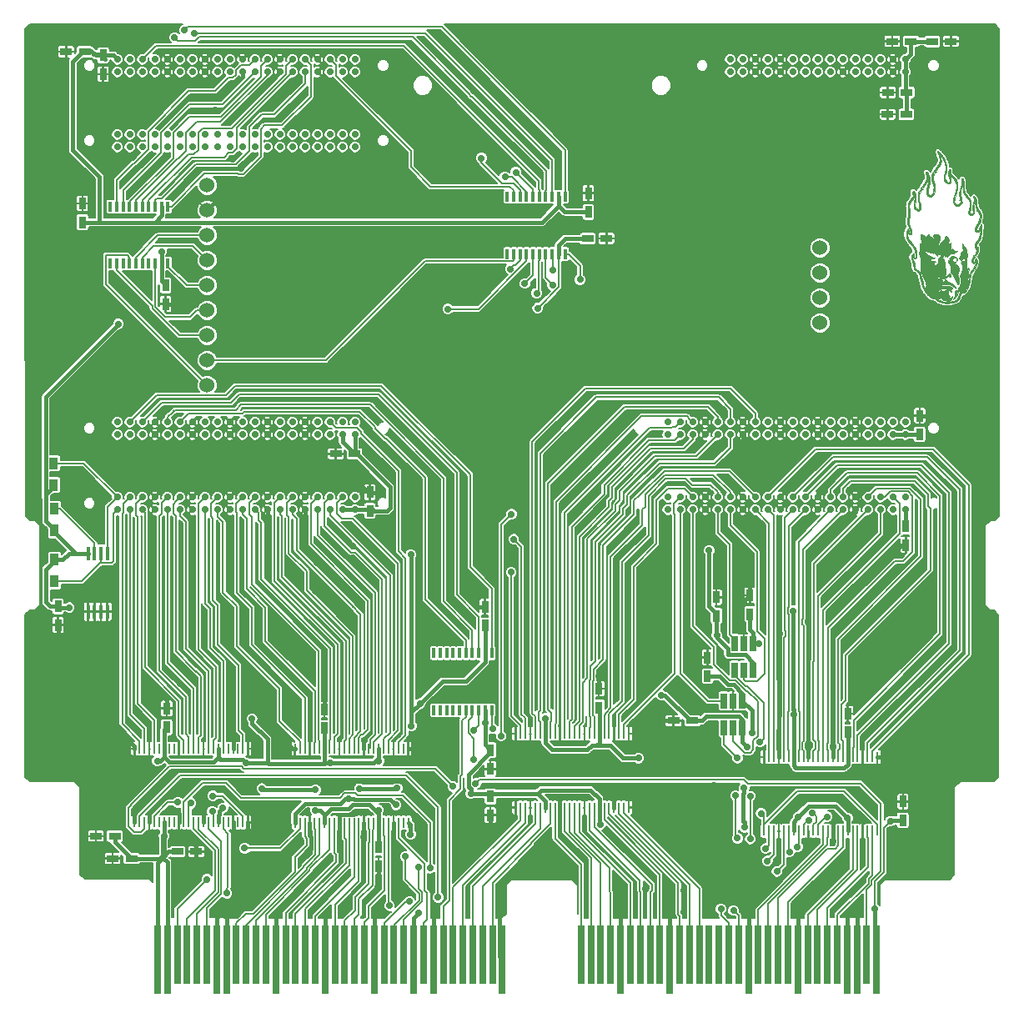
<source format=gtl>
G04 #@! TF.FileFunction,Copper,L1,Top,Signal*
%FSLAX46Y46*%
G04 Gerber Fmt 4.6, Leading zero omitted, Abs format (unit mm)*
G04 Created by KiCad (PCBNEW 4.0.2-stable) date 05.06.2016 11:41:23*
%MOMM*%
G01*
G04 APERTURE LIST*
%ADD10C,0.150000*%
%ADD11C,0.010000*%
%ADD12C,0.700000*%
%ADD13R,1.200000X0.750000*%
%ADD14R,0.750000X1.200000*%
%ADD15R,0.285000X1.000000*%
%ADD16R,0.701040X7.000240*%
%ADD17R,0.701040X5.999480*%
%ADD18R,0.900000X1.200000*%
%ADD19R,0.400000X1.000000*%
%ADD20R,0.450000X1.450000*%
%ADD21R,0.650000X1.560000*%
%ADD22C,1.524000*%
%ADD23C,0.400000*%
G04 APERTURE END LIST*
D10*
D11*
G36*
X120114135Y-71725659D02*
X120221169Y-71805558D01*
X120328749Y-71910960D01*
X120608591Y-72257634D01*
X120816579Y-72627517D01*
X120907163Y-72866552D01*
X120982589Y-73213474D01*
X120985521Y-73548175D01*
X120915519Y-73894797D01*
X120886776Y-73985536D01*
X120815491Y-74241364D01*
X120796205Y-74442519D01*
X120830004Y-74601979D01*
X120917975Y-74732720D01*
X120952054Y-74765583D01*
X121050869Y-74847719D01*
X121117842Y-74876003D01*
X121181308Y-74856145D01*
X121231656Y-74821915D01*
X121269231Y-74790672D01*
X121288125Y-74753228D01*
X121287631Y-74691609D01*
X121267044Y-74587839D01*
X121225659Y-74423943D01*
X121214338Y-74380500D01*
X121152178Y-74074804D01*
X121142530Y-73835371D01*
X121185397Y-73662048D01*
X121236442Y-73589605D01*
X121306163Y-73545673D01*
X121351702Y-73579437D01*
X121374270Y-73692592D01*
X121377333Y-73786512D01*
X121380040Y-73883544D01*
X121395150Y-73960519D01*
X121433151Y-74035590D01*
X121504531Y-74126911D01*
X121619776Y-74252635D01*
X121688330Y-74324840D01*
X121836745Y-74485796D01*
X121936003Y-74609541D01*
X121999340Y-74716094D01*
X122039992Y-74825476D01*
X122053524Y-74877235D01*
X122084288Y-75071698D01*
X122084306Y-75285105D01*
X122051713Y-75531667D01*
X121984642Y-75825591D01*
X121883053Y-76175239D01*
X121807474Y-76426884D01*
X121760771Y-76613985D01*
X121742607Y-76751467D01*
X121752647Y-76854252D01*
X121790554Y-76937265D01*
X121855994Y-77015430D01*
X121863964Y-77023479D01*
X121998056Y-77109610D01*
X122141725Y-77112046D01*
X122281791Y-77037927D01*
X122346607Y-76959849D01*
X122387284Y-76861561D01*
X122398523Y-76769716D01*
X122375027Y-76710967D01*
X122348502Y-76702333D01*
X122321506Y-76677662D01*
X122326567Y-76665286D01*
X122327169Y-76606808D01*
X122303242Y-76498936D01*
X122281251Y-76428048D01*
X122236285Y-76218949D01*
X122238126Y-75981676D01*
X122288127Y-75703271D01*
X122387641Y-75370776D01*
X122393368Y-75354150D01*
X122458636Y-75156441D01*
X122463932Y-75136000D01*
X122605000Y-75136000D01*
X122620489Y-75170845D01*
X122633222Y-75164222D01*
X122638289Y-75113982D01*
X122633222Y-75107778D01*
X122608055Y-75113589D01*
X122605000Y-75136000D01*
X122463932Y-75136000D01*
X122496475Y-75010408D01*
X122511386Y-74889315D01*
X122507873Y-74766424D01*
X122502071Y-74708589D01*
X122489355Y-74567577D01*
X122493807Y-74491511D01*
X122518352Y-74461879D01*
X122541558Y-74458667D01*
X122623903Y-74499420D01*
X122684977Y-74620588D01*
X122724382Y-74820532D01*
X122741719Y-75097612D01*
X122741719Y-75281460D01*
X122740135Y-75522681D01*
X122750730Y-75702843D01*
X122781933Y-75845472D01*
X122842177Y-75974093D01*
X122939893Y-76112231D01*
X123083512Y-76283411D01*
X123112980Y-76317354D01*
X123226880Y-76459432D01*
X123325159Y-76601590D01*
X123386455Y-76712872D01*
X123437723Y-76918881D01*
X123447172Y-77176799D01*
X123414919Y-77464984D01*
X123381533Y-77620302D01*
X123343643Y-77808813D01*
X123344908Y-77933345D01*
X123388404Y-78006509D01*
X123477204Y-78040920D01*
X123484332Y-78042072D01*
X123578629Y-78022776D01*
X123632512Y-77944937D01*
X123635042Y-77829381D01*
X123621006Y-77781849D01*
X123584527Y-77604145D01*
X123583893Y-77379690D01*
X123617348Y-77137593D01*
X123671892Y-76937917D01*
X123721142Y-76786695D01*
X123741310Y-76682326D01*
X123734940Y-76593124D01*
X123707380Y-76495856D01*
X123673112Y-76361024D01*
X123683914Y-76292900D01*
X123741657Y-76285375D01*
X123769122Y-76294291D01*
X123848984Y-76365038D01*
X123918371Y-76500419D01*
X123970418Y-76680481D01*
X123998256Y-76885268D01*
X124001070Y-76968276D01*
X124022427Y-77235653D01*
X124091931Y-77459472D01*
X124220646Y-77672289D01*
X124256000Y-77718333D01*
X124412752Y-77960859D01*
X124495599Y-78205019D01*
X124504210Y-78458983D01*
X124438252Y-78730920D01*
X124297391Y-79028997D01*
X124195874Y-79194832D01*
X124071694Y-79403300D01*
X123993652Y-79574636D01*
X123963818Y-79701284D01*
X123984258Y-79775686D01*
X124032233Y-79792667D01*
X124138563Y-79753658D01*
X124228521Y-79649855D01*
X124274612Y-79538667D01*
X124328597Y-79374203D01*
X124391221Y-79235906D01*
X124452258Y-79143371D01*
X124495510Y-79115333D01*
X124522958Y-79132302D01*
X124536916Y-79192469D01*
X124538689Y-79309722D01*
X124530332Y-79485750D01*
X124509198Y-79812031D01*
X124487740Y-80068325D01*
X124462163Y-80269238D01*
X124428674Y-80429379D01*
X124383477Y-80563356D01*
X124322780Y-80685777D01*
X124242787Y-80811248D01*
X124153854Y-80935196D01*
X124045144Y-81094043D01*
X123985142Y-81214791D01*
X123963528Y-81320040D01*
X123963009Y-81353074D01*
X123969957Y-81438469D01*
X123983162Y-81461906D01*
X123987703Y-81454250D01*
X124042715Y-81409863D01*
X124090195Y-81401333D01*
X124148488Y-81437149D01*
X124174337Y-81533757D01*
X124170387Y-81674896D01*
X124139284Y-81844306D01*
X124083675Y-82025727D01*
X124006206Y-82202898D01*
X123941714Y-82313678D01*
X123796277Y-82547622D01*
X123697368Y-82736723D01*
X123648127Y-82874246D01*
X123647500Y-82945131D01*
X123687591Y-82985560D01*
X123740031Y-82955144D01*
X123794505Y-82864617D01*
X123833995Y-82751068D01*
X123882130Y-82627267D01*
X123933786Y-82581158D01*
X123982963Y-82606304D01*
X124023660Y-82696267D01*
X124049878Y-82844609D01*
X124056429Y-82989706D01*
X124014147Y-83268257D01*
X123887453Y-83544159D01*
X123710374Y-83779803D01*
X123551062Y-83987575D01*
X123442983Y-84204514D01*
X123375898Y-84456450D01*
X123344721Y-84702247D01*
X123324429Y-84878356D01*
X123297450Y-85029844D01*
X123268725Y-85130589D01*
X123260672Y-85146747D01*
X123218084Y-85245013D01*
X123182214Y-85376374D01*
X123177622Y-85400370D01*
X123120574Y-85606438D01*
X123018081Y-85795157D01*
X122872078Y-85976712D01*
X122775723Y-86075136D01*
X122702457Y-86119960D01*
X122624124Y-86124981D01*
X122582695Y-86118493D01*
X122492298Y-86108281D01*
X122441817Y-86135458D01*
X122404083Y-86219540D01*
X122392330Y-86255227D01*
X122352833Y-86369355D01*
X122320321Y-86449489D01*
X122314748Y-86460167D01*
X122299414Y-86535150D01*
X122302416Y-86580213D01*
X122279093Y-86682328D01*
X122187610Y-86794089D01*
X122042074Y-86905124D01*
X121856593Y-87005062D01*
X121645272Y-87083532D01*
X121601254Y-87095709D01*
X121391607Y-87132472D01*
X121139907Y-87150578D01*
X120887017Y-87148497D01*
X120700000Y-87129440D01*
X120486677Y-87077806D01*
X120256339Y-86996642D01*
X120042416Y-86899407D01*
X119878339Y-86799557D01*
X119875827Y-86797650D01*
X119723903Y-86701427D01*
X119614953Y-86677336D01*
X119604150Y-86679474D01*
X119529064Y-86671390D01*
X119417218Y-86612210D01*
X119382899Y-86587167D01*
X119599334Y-86587167D01*
X119620500Y-86608333D01*
X119641667Y-86587167D01*
X119620500Y-86566000D01*
X119599334Y-86587167D01*
X119382899Y-86587167D01*
X119258785Y-86496601D01*
X119240723Y-86482306D01*
X119114110Y-86378433D01*
X119039175Y-86312321D01*
X119517440Y-86312321D01*
X119527952Y-86334244D01*
X119551600Y-86364917D01*
X119613390Y-86430731D01*
X119640972Y-86430445D01*
X119641667Y-86423017D01*
X119612737Y-86387679D01*
X119567584Y-86348933D01*
X119517440Y-86312321D01*
X119039175Y-86312321D01*
X119017958Y-86293603D01*
X118967888Y-86241825D01*
X118964138Y-86234271D01*
X118937806Y-86188259D01*
X118872321Y-86107702D01*
X118846580Y-86079167D01*
X118734728Y-85927250D01*
X118628519Y-85716977D01*
X118525243Y-85441356D01*
X118422187Y-85093395D01*
X118343896Y-84782790D01*
X118273876Y-84501708D01*
X118210912Y-84289792D01*
X118147023Y-84132886D01*
X118074224Y-84016835D01*
X117984533Y-83927485D01*
X117869965Y-83850680D01*
X117794915Y-83809423D01*
X117687704Y-83707848D01*
X117611529Y-83539989D01*
X117571839Y-83320270D01*
X117567334Y-83207124D01*
X117549091Y-83085880D01*
X117502265Y-82932176D01*
X117461914Y-82834287D01*
X117382010Y-82624828D01*
X117360656Y-82453154D01*
X117396304Y-82297408D01*
X117420254Y-82245898D01*
X117489663Y-82153667D01*
X117561067Y-82116650D01*
X117614720Y-82135657D01*
X117630878Y-82211497D01*
X117627147Y-82237417D01*
X117628824Y-82345207D01*
X117666172Y-82436506D01*
X117724365Y-82487311D01*
X117777903Y-82481511D01*
X117809502Y-82416659D01*
X117813954Y-82291752D01*
X117793453Y-82126157D01*
X117750189Y-81939239D01*
X117698773Y-81782333D01*
X117629298Y-81636534D01*
X117524430Y-81460295D01*
X117404391Y-81287014D01*
X117378394Y-81253167D01*
X117162780Y-80962661D01*
X117007478Y-80712583D01*
X116907549Y-80489409D01*
X116858051Y-80279619D01*
X116854044Y-80069691D01*
X116858398Y-80040401D01*
X116979706Y-80040401D01*
X116989081Y-80167499D01*
X116990076Y-80179487D01*
X117006645Y-80315752D01*
X117037074Y-80437200D01*
X117089595Y-80560097D01*
X117172440Y-80700710D01*
X117293844Y-80875304D01*
X117444149Y-81076609D01*
X117573982Y-81258229D01*
X117692393Y-81442844D01*
X117783876Y-81605264D01*
X117824382Y-81694364D01*
X117883690Y-81890854D01*
X117923354Y-82099055D01*
X117940921Y-82294805D01*
X117933936Y-82453941D01*
X117909944Y-82536964D01*
X117830323Y-82607499D01*
X117717015Y-82629279D01*
X117607579Y-82599294D01*
X117566484Y-82564477D01*
X117512931Y-82512991D01*
X117497576Y-82529322D01*
X117519662Y-82606117D01*
X117578431Y-82736021D01*
X117585654Y-82750383D01*
X117662415Y-82947095D01*
X117694325Y-83131935D01*
X117694570Y-83146176D01*
X117708374Y-83368068D01*
X117756631Y-83530967D01*
X117850617Y-83657312D01*
X118001609Y-83769542D01*
X118010599Y-83775029D01*
X118141483Y-83867184D01*
X118242483Y-83961813D01*
X118284461Y-84023203D01*
X118310316Y-84104471D01*
X118349796Y-84248924D01*
X118397828Y-84437171D01*
X118449334Y-84649821D01*
X118456939Y-84682167D01*
X118542122Y-85028116D01*
X118616463Y-85292244D01*
X118679777Y-85473992D01*
X118731876Y-85572802D01*
X118760917Y-85592333D01*
X118780821Y-85618609D01*
X118773834Y-85634667D01*
X118776590Y-85673702D01*
X118791443Y-85677000D01*
X118816225Y-85640764D01*
X118809817Y-85550000D01*
X118805695Y-85452535D01*
X118838048Y-85425295D01*
X118894609Y-85469277D01*
X118940120Y-85539417D01*
X118989149Y-85620460D01*
X119009548Y-85632495D01*
X119004472Y-85584985D01*
X118977080Y-85487395D01*
X118930527Y-85349187D01*
X118867971Y-85179828D01*
X118792569Y-84988779D01*
X118736788Y-84855524D01*
X119502434Y-84855524D01*
X119503599Y-84888597D01*
X119538910Y-84846143D01*
X119598835Y-84745728D01*
X119674191Y-84617118D01*
X119737661Y-84517000D01*
X119770722Y-84472678D01*
X119802981Y-84401180D01*
X119811000Y-84335033D01*
X119840159Y-84232505D01*
X119895667Y-84153000D01*
X119966510Y-84072251D01*
X119972098Y-84033163D01*
X119938601Y-84026000D01*
X119885904Y-84061743D01*
X119812457Y-84155994D01*
X119730503Y-84289290D01*
X119652286Y-84442164D01*
X119602590Y-84560220D01*
X119535426Y-84746279D01*
X119502434Y-84855524D01*
X118736788Y-84855524D01*
X118707478Y-84785507D01*
X118630872Y-84612342D01*
X118497306Y-84309391D01*
X118400713Y-84064115D01*
X118337389Y-83859932D01*
X118303633Y-83680262D01*
X118295742Y-83508522D01*
X118310014Y-83328132D01*
X118323390Y-83235237D01*
X118348232Y-83057355D01*
X118354398Y-82920805D01*
X118339936Y-82788314D01*
X118302892Y-82622612D01*
X118288288Y-82565500D01*
X118243171Y-82407832D01*
X118200105Y-82285526D01*
X118166536Y-82218917D01*
X118159119Y-82212722D01*
X118121382Y-82159433D01*
X118130956Y-82050931D01*
X118185994Y-81900933D01*
X118206926Y-81857997D01*
X118208828Y-81853595D01*
X118685533Y-81853595D01*
X118690842Y-81897307D01*
X118743514Y-81960250D01*
X118838775Y-82048232D01*
X118965623Y-82151806D01*
X119089871Y-82237641D01*
X119154834Y-82273136D01*
X119283030Y-82338613D01*
X119408834Y-82415244D01*
X119520652Y-82474161D01*
X119621786Y-82501491D01*
X119628585Y-82501721D01*
X119713993Y-82519263D01*
X119747500Y-82544333D01*
X119724999Y-82569081D01*
X119627101Y-82583539D01*
X119518022Y-82586667D01*
X119343650Y-82597692D01*
X119183919Y-82626961D01*
X119055380Y-82668764D01*
X118974586Y-82717389D01*
X118958092Y-82767127D01*
X118964668Y-82777569D01*
X119037040Y-82822753D01*
X119134002Y-82849746D01*
X119215626Y-82855327D01*
X119227267Y-82833203D01*
X119213663Y-82813872D01*
X119188455Y-82743744D01*
X119196021Y-82715521D01*
X119260887Y-82673287D01*
X119335873Y-82692906D01*
X119375324Y-82745417D01*
X119425885Y-82829275D01*
X119512946Y-82871059D01*
X119652250Y-82882352D01*
X119754318Y-82892742D01*
X119808400Y-82917694D01*
X119811000Y-82925333D01*
X119776656Y-82962759D01*
X119746694Y-82967667D01*
X119702531Y-82991545D01*
X119707960Y-83069557D01*
X119709436Y-83186255D01*
X119686110Y-83260057D01*
X119665037Y-83332377D01*
X119697450Y-83345303D01*
X119754073Y-83303993D01*
X119820049Y-83256130D01*
X119923905Y-83196750D01*
X119941868Y-83187577D01*
X120068933Y-83099944D01*
X120143018Y-82999402D01*
X120154631Y-82903317D01*
X120125049Y-82852334D01*
X120076678Y-82790378D01*
X120070881Y-82722508D01*
X120104968Y-82614062D01*
X120106286Y-82610589D01*
X120170549Y-82522536D01*
X120233286Y-82502000D01*
X120281310Y-82492916D01*
X120307155Y-82452666D01*
X120317465Y-82361756D01*
X120319000Y-82250498D01*
X120312488Y-82111925D01*
X120295608Y-82010229D01*
X120277304Y-81973227D01*
X120254203Y-81988286D01*
X120260936Y-82073807D01*
X120262752Y-82083177D01*
X120276238Y-82174850D01*
X120251802Y-82205023D01*
X120169793Y-82194868D01*
X120160755Y-82193068D01*
X120073027Y-82181966D01*
X120046250Y-82205753D01*
X120053245Y-82249953D01*
X120056160Y-82319495D01*
X120011058Y-82320291D01*
X119918797Y-82252733D01*
X119794001Y-82131583D01*
X119687726Y-82027041D01*
X119626347Y-81983024D01*
X119601470Y-81994264D01*
X119599835Y-82009767D01*
X119587931Y-82062966D01*
X119542224Y-82041624D01*
X119539950Y-82039750D01*
X119485144Y-82012875D01*
X119464734Y-82037965D01*
X119421749Y-82061524D01*
X119343123Y-82038188D01*
X119252987Y-81981025D01*
X119175471Y-81903106D01*
X119153628Y-81869466D01*
X119111850Y-81804846D01*
X119094529Y-81815218D01*
X119093028Y-81835250D01*
X119071141Y-81900023D01*
X119024090Y-81897376D01*
X118972958Y-81830812D01*
X118965653Y-81814083D01*
X118937094Y-81756461D01*
X118925621Y-81776776D01*
X118924684Y-81792917D01*
X118898193Y-81857437D01*
X118847301Y-81855843D01*
X118810726Y-81804588D01*
X118783815Y-81765639D01*
X118739087Y-81790577D01*
X118718246Y-81810706D01*
X118685533Y-81853595D01*
X118208828Y-81853595D01*
X118253986Y-81749109D01*
X118272500Y-81655333D01*
X118710334Y-81655333D01*
X118725823Y-81690178D01*
X118738556Y-81683555D01*
X118743622Y-81633316D01*
X118738556Y-81627111D01*
X118713389Y-81632922D01*
X118710334Y-81655333D01*
X118272500Y-81655333D01*
X118275048Y-81642428D01*
X118270695Y-81513615D01*
X118241512Y-81338326D01*
X118221664Y-81243479D01*
X118209750Y-81145668D01*
X118241419Y-81093786D01*
X118303054Y-81064610D01*
X118377411Y-81022058D01*
X118408739Y-80950813D01*
X118414000Y-80857370D01*
X118398838Y-80707656D01*
X118361308Y-80545375D01*
X118350500Y-80512333D01*
X118297847Y-80324536D01*
X118296437Y-80204074D01*
X118346577Y-80150652D01*
X118448574Y-80163973D01*
X118602734Y-80243741D01*
X118618676Y-80253847D01*
X118771268Y-80343096D01*
X118874985Y-80377238D01*
X118945081Y-80356448D01*
X118996807Y-80280904D01*
X119006667Y-80258333D01*
X119052249Y-80171096D01*
X119091571Y-80131543D01*
X119093635Y-80131333D01*
X119137099Y-80161587D01*
X119213632Y-80239755D01*
X119281388Y-80318524D01*
X119376599Y-80418367D01*
X119478371Y-80500506D01*
X119571413Y-80556766D01*
X119640428Y-80578967D01*
X119670125Y-80558933D01*
X119662284Y-80522197D01*
X119614386Y-80362698D01*
X119629539Y-80253835D01*
X119712984Y-80184387D01*
X119836607Y-80148874D01*
X120005418Y-80155894D01*
X120149326Y-80241871D01*
X120262468Y-80403263D01*
X120264382Y-80407246D01*
X120298235Y-80486398D01*
X120309120Y-80554494D01*
X120294402Y-80637195D01*
X120251447Y-80760166D01*
X120219799Y-80841608D01*
X120161969Y-80995236D01*
X120133934Y-81098307D01*
X120132536Y-81178258D01*
X120154618Y-81262523D01*
X120167274Y-81298017D01*
X120228368Y-81464833D01*
X120231351Y-81302827D01*
X120270165Y-81141918D01*
X120383775Y-80990839D01*
X120565002Y-80850570D01*
X120640912Y-80766253D01*
X120713251Y-80624358D01*
X120738616Y-80554667D01*
X120792486Y-80420472D01*
X120848229Y-80331819D01*
X120880254Y-80308905D01*
X120944598Y-80333052D01*
X121026483Y-80408134D01*
X121105525Y-80509388D01*
X121161342Y-80612051D01*
X121175501Y-80667601D01*
X121171055Y-80760042D01*
X121153488Y-80885341D01*
X121149966Y-80904349D01*
X121119335Y-81063531D01*
X121258917Y-81052515D01*
X121398500Y-81041500D01*
X121411470Y-81268783D01*
X121410448Y-81426410D01*
X121393235Y-81571025D01*
X121379170Y-81625929D01*
X121333899Y-81755793D01*
X121432428Y-81663230D01*
X121519320Y-81590426D01*
X121574862Y-81583612D01*
X121625161Y-81646592D01*
X121651171Y-81695097D01*
X121717867Y-81785240D01*
X121815423Y-81825341D01*
X121874508Y-81832680D01*
X122033500Y-81845833D01*
X121919008Y-81962250D01*
X121814904Y-82043735D01*
X121693492Y-82075814D01*
X121620144Y-82078667D01*
X121510005Y-82086833D01*
X121415108Y-82119946D01*
X121308209Y-82190928D01*
X121205470Y-82275336D01*
X121082594Y-82375676D01*
X121008338Y-82422626D01*
X120970966Y-82422176D01*
X120961047Y-82400088D01*
X120937750Y-82352605D01*
X120886253Y-82378527D01*
X120885169Y-82379424D01*
X120818057Y-82407118D01*
X120766000Y-82362404D01*
X120726753Y-82241286D01*
X120698927Y-82048299D01*
X120673998Y-81803500D01*
X121292667Y-81803500D01*
X121313834Y-81824667D01*
X121335000Y-81803500D01*
X121313834Y-81782333D01*
X121292667Y-81803500D01*
X120673998Y-81803500D01*
X120669687Y-81761167D01*
X120663677Y-82065585D01*
X120651136Y-82249562D01*
X120623759Y-82367555D01*
X120584174Y-82413727D01*
X120535013Y-82382240D01*
X120526582Y-82369840D01*
X120499746Y-82350882D01*
X120489326Y-82410405D01*
X120488982Y-82430303D01*
X120529346Y-82564519D01*
X120611377Y-82663136D01*
X120672473Y-82726690D01*
X120711190Y-82794282D01*
X120734514Y-82888756D01*
X120749430Y-83032952D01*
X120756295Y-83137000D01*
X120774749Y-83345210D01*
X120803050Y-83559377D01*
X120835424Y-83736562D01*
X120838979Y-83751925D01*
X120879540Y-84002005D01*
X120866349Y-84194539D01*
X120798561Y-84338082D01*
X120778705Y-84361313D01*
X120726503Y-84423788D01*
X120733274Y-84446717D01*
X120767700Y-84449333D01*
X120835401Y-84422096D01*
X120937693Y-84351563D01*
X121026056Y-84276633D01*
X121132756Y-84182172D01*
X121201154Y-84138452D01*
X121253189Y-84136724D01*
X121305957Y-84165021D01*
X121383906Y-84260234D01*
X121411766Y-84358887D01*
X121411724Y-84452136D01*
X121376205Y-84487790D01*
X121334899Y-84491667D01*
X121220902Y-84471285D01*
X121162439Y-84447606D01*
X121097449Y-84430827D01*
X121017339Y-84455318D01*
X120898523Y-84528489D01*
X120893011Y-84532272D01*
X120738252Y-84622595D01*
X120603600Y-84653843D01*
X120457369Y-84628423D01*
X120324961Y-84575403D01*
X120153201Y-84510490D01*
X120037942Y-84496016D01*
X119983917Y-84532259D01*
X119980334Y-84555167D01*
X120007841Y-84598992D01*
X120099384Y-84617337D01*
X120152450Y-84618667D01*
X120330705Y-84637355D01*
X120451888Y-84701696D01*
X120536797Y-84824106D01*
X120551301Y-84856755D01*
X120612408Y-84957404D01*
X120672971Y-84985624D01*
X120719610Y-84939496D01*
X120734292Y-84883008D01*
X120770773Y-84787638D01*
X120803975Y-84747209D01*
X120851234Y-84732839D01*
X120904840Y-84778652D01*
X120952919Y-84849750D01*
X121033509Y-84951431D01*
X121141046Y-85019414D01*
X121271647Y-85065031D01*
X121539432Y-85170902D01*
X121737644Y-85314962D01*
X121858514Y-85472927D01*
X121915489Y-85591636D01*
X121916701Y-85648255D01*
X121864623Y-85642152D01*
X121761727Y-85572695D01*
X121693308Y-85515168D01*
X121500266Y-85376368D01*
X121290575Y-85277024D01*
X121088649Y-85226420D01*
X120940488Y-85228832D01*
X120825964Y-85245711D01*
X120742334Y-85249166D01*
X120667482Y-85245872D01*
X120539302Y-85243450D01*
X120423056Y-85242583D01*
X120222466Y-85260635D01*
X120024069Y-85310302D01*
X119845436Y-85383316D01*
X119704139Y-85471407D01*
X119617749Y-85566307D01*
X119599334Y-85630212D01*
X119614657Y-85659142D01*
X119666082Y-85623417D01*
X119703084Y-85585411D01*
X119848713Y-85477113D01*
X120043283Y-85396330D01*
X120252709Y-85354002D01*
X120416693Y-85356393D01*
X120556899Y-85372605D01*
X120679625Y-85379257D01*
X120700000Y-85378978D01*
X121008319Y-85378230D01*
X121240972Y-85402786D01*
X121403602Y-85454346D01*
X121501853Y-85534609D01*
X121539767Y-85631866D01*
X121538908Y-85701735D01*
X121491454Y-85716750D01*
X121444517Y-85709676D01*
X121357481Y-85701353D01*
X121342872Y-85729530D01*
X121397263Y-85802586D01*
X121403634Y-85809673D01*
X121449357Y-85905485D01*
X121442952Y-85961173D01*
X121417574Y-86003189D01*
X121382259Y-85987489D01*
X121324646Y-85915190D01*
X121191597Y-85788995D01*
X121007609Y-85711431D01*
X120762302Y-85678668D01*
X120678834Y-85677000D01*
X120460551Y-85691707D01*
X120281862Y-85732042D01*
X120152544Y-85792326D01*
X120082375Y-85866882D01*
X120081133Y-85950029D01*
X120118360Y-86002503D01*
X120170953Y-86042612D01*
X120200579Y-86010251D01*
X120211637Y-85978152D01*
X120277847Y-85892841D01*
X120390485Y-85856595D01*
X120523444Y-85874814D01*
X120581873Y-85901600D01*
X120689458Y-85943741D01*
X120770535Y-85941545D01*
X120804861Y-85898525D01*
X120798631Y-85863996D01*
X120807816Y-85817348D01*
X120882947Y-85804000D01*
X121014295Y-85836916D01*
X121088821Y-85926776D01*
X121095783Y-86058170D01*
X121094754Y-86165762D01*
X121148046Y-86270896D01*
X121183580Y-86315854D01*
X121252405Y-86403811D01*
X121270022Y-86458360D01*
X121242046Y-86508857D01*
X121224351Y-86528988D01*
X121180787Y-86584233D01*
X121199085Y-86605142D01*
X121280942Y-86608333D01*
X121417274Y-86571585D01*
X121479872Y-86513083D01*
X121550404Y-86417833D01*
X121524502Y-86544833D01*
X121458012Y-86728845D01*
X121342320Y-86848477D01*
X121212647Y-86903415D01*
X121035750Y-86926919D01*
X120892077Y-86885958D01*
X120832291Y-86846186D01*
X120748856Y-86816534D01*
X120655244Y-86813314D01*
X120533418Y-86790597D01*
X120450509Y-86699452D01*
X120412065Y-86549265D01*
X120415306Y-86407382D01*
X120426154Y-86292041D01*
X120421222Y-86248630D01*
X120396798Y-86265279D01*
X120378385Y-86289302D01*
X120335398Y-86390152D01*
X120319000Y-86505407D01*
X120301476Y-86635144D01*
X120244329Y-86695893D01*
X120140694Y-86690607D01*
X120012489Y-86637189D01*
X119896153Y-86585620D01*
X119842485Y-86579575D01*
X119841227Y-86595513D01*
X119895418Y-86648307D01*
X119963836Y-86676788D01*
X120040812Y-86707693D01*
X120065000Y-86735006D01*
X120101734Y-86767959D01*
X120197413Y-86817471D01*
X120330256Y-86874576D01*
X120478481Y-86930309D01*
X120620306Y-86975706D01*
X120696598Y-86994969D01*
X120887393Y-87017158D01*
X121116943Y-87016806D01*
X121354009Y-86996489D01*
X121567351Y-86958786D01*
X121716000Y-86910875D01*
X121906309Y-86812437D01*
X122020231Y-86726530D01*
X122054667Y-86660882D01*
X122073199Y-86602861D01*
X122121526Y-86495104D01*
X122181667Y-86375500D01*
X122248890Y-86231411D01*
X122294929Y-86101566D01*
X122308667Y-86027289D01*
X122331619Y-85939406D01*
X122391844Y-85810905D01*
X122397230Y-85801886D01*
X122547180Y-85801886D01*
X122552036Y-85827776D01*
X122577582Y-85821708D01*
X122637192Y-85764976D01*
X122662649Y-85707670D01*
X122678070Y-85623957D01*
X122660148Y-85617825D01*
X122608703Y-85689306D01*
X122590111Y-85720105D01*
X122547180Y-85801886D01*
X122397230Y-85801886D01*
X122476398Y-85669334D01*
X122478000Y-85666930D01*
X122557466Y-85532628D01*
X122615712Y-85405474D01*
X122648077Y-85301417D01*
X122649899Y-85236402D01*
X122616516Y-85226377D01*
X122605000Y-85232500D01*
X122565397Y-85294018D01*
X122562667Y-85315863D01*
X122537859Y-85376547D01*
X122473019Y-85479202D01*
X122388076Y-85593938D01*
X122275848Y-85760953D01*
X122187987Y-85937725D01*
X122157890Y-86025559D01*
X122070885Y-86252381D01*
X121941602Y-86462855D01*
X121789779Y-86626243D01*
X121754960Y-86653069D01*
X121654834Y-86718105D01*
X121614873Y-86725262D01*
X121633131Y-86672151D01*
X121693307Y-86577339D01*
X121758772Y-86460627D01*
X121791410Y-86336089D01*
X121800650Y-86166766D01*
X121800667Y-86156505D01*
X121808324Y-85988094D01*
X121838066Y-85887444D01*
X121900043Y-85838495D01*
X122004410Y-85825185D01*
X122010122Y-85825167D01*
X122081610Y-85810004D01*
X122129340Y-85750315D01*
X122165270Y-85648407D01*
X122220720Y-85503524D01*
X122291858Y-85371397D01*
X122306236Y-85350674D01*
X122395681Y-85175983D01*
X122418439Y-84976027D01*
X122377069Y-84745667D01*
X122605000Y-84745667D01*
X122620489Y-84780512D01*
X122633222Y-84773889D01*
X122638289Y-84723649D01*
X122633222Y-84717444D01*
X122608055Y-84723255D01*
X122605000Y-84745667D01*
X122377069Y-84745667D01*
X122375569Y-84737317D01*
X122358705Y-84682167D01*
X122276464Y-84428167D01*
X122375031Y-84258833D01*
X122484817Y-84022151D01*
X122551957Y-83773730D01*
X122574770Y-83533182D01*
X122551572Y-83320115D01*
X122480682Y-83154142D01*
X122470934Y-83140928D01*
X122419691Y-83059460D01*
X122424456Y-82995188D01*
X122450310Y-82950428D01*
X122539539Y-82878113D01*
X122641554Y-82848568D01*
X122735089Y-82827997D01*
X122770314Y-82775105D01*
X122774334Y-82715674D01*
X122747322Y-82593232D01*
X122693547Y-82496279D01*
X122612761Y-82396513D01*
X122635396Y-82514918D01*
X122629765Y-82633153D01*
X122560636Y-82736995D01*
X122486262Y-82807584D01*
X122435829Y-82840376D01*
X122433312Y-82840667D01*
X122391618Y-82809991D01*
X122322207Y-82732865D01*
X122291973Y-82694601D01*
X122180564Y-82548536D01*
X122307152Y-82404360D01*
X122376443Y-82312439D01*
X122406370Y-82245442D01*
X122403020Y-82229464D01*
X122408472Y-82185134D01*
X122454408Y-82138705D01*
X122511153Y-82093678D01*
X122499371Y-82079712D01*
X122455490Y-82078667D01*
X122415874Y-82069457D01*
X122430771Y-82033572D01*
X122505920Y-81958629D01*
X122514931Y-81950370D01*
X122595134Y-81861214D01*
X122633745Y-81785829D01*
X122633218Y-81764277D01*
X122559506Y-81534350D01*
X122536131Y-81352894D01*
X122551766Y-81231243D01*
X122590713Y-81083833D01*
X122684790Y-81266508D01*
X122771224Y-81409883D01*
X122872078Y-81544679D01*
X122901049Y-81577033D01*
X122977091Y-81666968D01*
X122998425Y-81734109D01*
X122976732Y-81806936D01*
X122953124Y-81900270D01*
X122992831Y-81977947D01*
X123000450Y-81986578D01*
X123047959Y-82067079D01*
X123065540Y-82180468D01*
X123053362Y-82341862D01*
X123011594Y-82566376D01*
X123007167Y-82586667D01*
X122955449Y-82975736D01*
X122960877Y-83390764D01*
X122983021Y-83581500D01*
X123014958Y-83793167D01*
X123068791Y-83653659D01*
X123124276Y-83556599D01*
X123175711Y-83536637D01*
X123208219Y-83592044D01*
X123212013Y-83670299D01*
X123188149Y-84018966D01*
X123158978Y-84307388D01*
X123125500Y-84527470D01*
X123088715Y-84671116D01*
X123088221Y-84672440D01*
X123053152Y-84796768D01*
X123033073Y-84928773D01*
X123029527Y-85043186D01*
X123044056Y-85114737D01*
X123060484Y-85126667D01*
X123118968Y-85085006D01*
X123167034Y-84961611D01*
X123203935Y-84758859D01*
X123218290Y-84624802D01*
X123276559Y-84295438D01*
X123395503Y-83994487D01*
X123584510Y-83699969D01*
X123647240Y-83620569D01*
X123761941Y-83458895D01*
X123853144Y-83289903D01*
X123907684Y-83140345D01*
X123917334Y-83071836D01*
X123910843Y-83027047D01*
X123877552Y-83044638D01*
X123848511Y-83072774D01*
X123741182Y-83131617D01*
X123631704Y-83117943D01*
X123546280Y-83039017D01*
X123522137Y-82982306D01*
X123507410Y-82886379D01*
X123524781Y-82781973D01*
X123579880Y-82639963D01*
X123594591Y-82607391D01*
X123648861Y-82475855D01*
X123679948Y-82374109D01*
X123682019Y-82328652D01*
X123690999Y-82307465D01*
X123716919Y-82313553D01*
X123772467Y-82290453D01*
X123845108Y-82186980D01*
X123884259Y-82111985D01*
X123946827Y-81968836D01*
X123994814Y-81831180D01*
X124023664Y-81717086D01*
X124028823Y-81644623D01*
X124005738Y-81631862D01*
X124005183Y-81632199D01*
X123927259Y-81648398D01*
X123871627Y-81597765D01*
X123839936Y-81495576D01*
X123833835Y-81357113D01*
X123854973Y-81197652D01*
X123905001Y-81032473D01*
X123933505Y-80968153D01*
X123991129Y-80859800D01*
X124034580Y-80794860D01*
X124049546Y-80785657D01*
X124081785Y-80765881D01*
X124140986Y-80694858D01*
X124164513Y-80661777D01*
X124258132Y-80479144D01*
X124331094Y-80249399D01*
X124373282Y-80009438D01*
X124379633Y-79877333D01*
X124375996Y-79766651D01*
X124365410Y-79730654D01*
X124342730Y-79759378D01*
X124330922Y-79783003D01*
X124239987Y-79878809D01*
X124088364Y-79916833D01*
X123975365Y-79912389D01*
X123897310Y-79894448D01*
X123859133Y-79847321D01*
X123842807Y-79745394D01*
X123840954Y-79721398D01*
X123847257Y-79582466D01*
X123890842Y-79432551D01*
X123978422Y-79255308D01*
X124116711Y-79034393D01*
X124133153Y-79009913D01*
X124286803Y-78730304D01*
X124360299Y-78467210D01*
X124353504Y-78223281D01*
X124266285Y-78001169D01*
X124190019Y-77896241D01*
X124007372Y-77634003D01*
X123903756Y-77361441D01*
X123873565Y-77104500D01*
X123870270Y-76850500D01*
X123790334Y-77041000D01*
X123719479Y-77292825D01*
X123719746Y-77554881D01*
X123757433Y-77741333D01*
X123785791Y-77874424D01*
X123781091Y-77966380D01*
X123746214Y-78047099D01*
X123642046Y-78154407D01*
X123496817Y-78194356D01*
X123353394Y-78171480D01*
X123248473Y-78113251D01*
X123192954Y-78018760D01*
X123184534Y-77876628D01*
X123220907Y-77675476D01*
X123238948Y-77606504D01*
X123304370Y-77326687D01*
X123325370Y-77099444D01*
X123297093Y-76902499D01*
X123214687Y-76713575D01*
X123073298Y-76510394D01*
X122974083Y-76390815D01*
X122812292Y-76191705D01*
X122704289Y-76025028D01*
X122639966Y-75867665D01*
X122609217Y-75696497D01*
X122602051Y-75539799D01*
X122599102Y-75241833D01*
X122493032Y-75516471D01*
X122404702Y-75782054D01*
X122366434Y-76005508D01*
X122376567Y-76211736D01*
X122432584Y-76423210D01*
X122480863Y-76588347D01*
X122512735Y-76750199D01*
X122520334Y-76839217D01*
X122485943Y-77009514D01*
X122394329Y-77137094D01*
X122262825Y-77219359D01*
X122108767Y-77253709D01*
X121949490Y-77237545D01*
X121802329Y-77168268D01*
X121684619Y-77043278D01*
X121646725Y-76970206D01*
X121612433Y-76874531D01*
X121596329Y-76781011D01*
X121600438Y-76673251D01*
X121626788Y-76534855D01*
X121677405Y-76349428D01*
X121754136Y-76101132D01*
X121858200Y-75755197D01*
X121926862Y-75473452D01*
X121958777Y-75242567D01*
X121952595Y-75049215D01*
X121906970Y-74880069D01*
X121820552Y-74721800D01*
X121691995Y-74561081D01*
X121587266Y-74451065D01*
X121295184Y-74157240D01*
X121356967Y-74360870D01*
X121410748Y-74600171D01*
X121408067Y-74781324D01*
X121348724Y-74909448D01*
X121335000Y-74924333D01*
X121210798Y-74995386D01*
X121065469Y-74998991D01*
X120919067Y-74941674D01*
X120791648Y-74829963D01*
X120726023Y-74726138D01*
X120666069Y-74504369D01*
X120674910Y-74238131D01*
X120752340Y-73932015D01*
X120763500Y-73900349D01*
X120845827Y-73586162D01*
X120857221Y-73283261D01*
X120796211Y-72975553D01*
X120661326Y-72646948D01*
X120646216Y-72617167D01*
X120583509Y-72504476D01*
X120511637Y-72388687D01*
X120440695Y-72283802D01*
X120380779Y-72203821D01*
X120341982Y-72162746D01*
X120334400Y-72174579D01*
X120340998Y-72193833D01*
X120360950Y-72278629D01*
X120380303Y-72416904D01*
X120393886Y-72566134D01*
X120400260Y-72734346D01*
X120386435Y-72861140D01*
X120344280Y-72987227D01*
X120283942Y-73116468D01*
X120182185Y-73295885D01*
X120053844Y-73486439D01*
X119959313Y-73607503D01*
X119774741Y-73842469D01*
X119654876Y-74049016D01*
X119594790Y-74246885D01*
X119589553Y-74455815D01*
X119634238Y-74695547D01*
X119662515Y-74796268D01*
X119747904Y-75176441D01*
X119768667Y-75466632D01*
X119752301Y-75766601D01*
X119700772Y-75994401D01*
X119610430Y-76156443D01*
X119477626Y-76259141D01*
X119298712Y-76308908D01*
X119288737Y-76310094D01*
X119166276Y-76317702D01*
X119093767Y-76297099D01*
X119038151Y-76236728D01*
X119025656Y-76218118D01*
X118955497Y-76056025D01*
X118931711Y-75848940D01*
X118954274Y-75588225D01*
X119022917Y-75266188D01*
X119085687Y-74998020D01*
X119122160Y-74785742D01*
X119131703Y-74636045D01*
X119113683Y-74555619D01*
X119091334Y-74543333D01*
X119055871Y-74578430D01*
X119049000Y-74620374D01*
X119025810Y-74682543D01*
X118962369Y-74797965D01*
X118867867Y-74951162D01*
X118751497Y-75126659D01*
X118728451Y-75160124D01*
X118526366Y-75458258D01*
X118372979Y-75704803D01*
X118264238Y-75914394D01*
X118196091Y-76101668D01*
X118164485Y-76281260D01*
X118165366Y-76467805D01*
X118194682Y-76675939D01*
X118244963Y-76906098D01*
X118284823Y-77092265D01*
X118314528Y-77268913D01*
X118328792Y-77403555D01*
X118329333Y-77424682D01*
X118296914Y-77591680D01*
X118210245Y-77704589D01*
X118085213Y-77756752D01*
X117937701Y-77741508D01*
X117784571Y-77653024D01*
X117688649Y-77539590D01*
X117635349Y-77389646D01*
X117623040Y-77191426D01*
X117650090Y-76933162D01*
X117669358Y-76822106D01*
X117712626Y-76568357D01*
X117732609Y-76390256D01*
X117729551Y-76282119D01*
X117703693Y-76238260D01*
X117694334Y-76236667D01*
X117659573Y-76272003D01*
X117652000Y-76318657D01*
X117629005Y-76390618D01*
X117567969Y-76508531D01*
X117480822Y-76649998D01*
X117455516Y-76687643D01*
X117319894Y-76892632D01*
X117230423Y-77050556D01*
X117180647Y-77180684D01*
X117164106Y-77302289D01*
X117174344Y-77434642D01*
X117184672Y-77495892D01*
X117220761Y-77772326D01*
X117222202Y-78047441D01*
X117188201Y-78352454D01*
X117158524Y-78521435D01*
X117133845Y-78645753D01*
X117116588Y-78741360D01*
X117109378Y-78822828D01*
X117114841Y-78904730D01*
X117135602Y-79001641D01*
X117174286Y-79128134D01*
X117233518Y-79298782D01*
X117315924Y-79528159D01*
X117363987Y-79662018D01*
X117414506Y-79859017D01*
X117414510Y-80016827D01*
X117364604Y-80122397D01*
X117341727Y-80140844D01*
X117220096Y-80174665D01*
X117104497Y-80133425D01*
X117037311Y-80057250D01*
X116999819Y-79995633D01*
X116981951Y-79986565D01*
X116979706Y-80040401D01*
X116858398Y-80040401D01*
X116880642Y-79890798D01*
X116928742Y-79716995D01*
X116981326Y-79617093D01*
X117032975Y-79593277D01*
X117078272Y-79647731D01*
X117111798Y-79782642D01*
X117113780Y-79796760D01*
X117144563Y-79942467D01*
X117185852Y-80017660D01*
X117233152Y-80016926D01*
X117263166Y-79976638D01*
X117276018Y-79915758D01*
X117260975Y-79819283D01*
X117214624Y-79672615D01*
X117155736Y-79517010D01*
X117062580Y-79262798D01*
X117006798Y-79054354D01*
X116985431Y-78863005D01*
X116995518Y-78660077D01*
X117034099Y-78416898D01*
X117039344Y-78389605D01*
X117075750Y-78183708D01*
X117092279Y-78021620D01*
X117090063Y-77865132D01*
X117070233Y-77676036D01*
X117062247Y-77616195D01*
X117037963Y-77392768D01*
X117038961Y-77214526D01*
X117071740Y-77056888D01*
X117142799Y-76895273D01*
X117258637Y-76705101D01*
X117331742Y-76596909D01*
X117535267Y-76300985D01*
X117508671Y-76014826D01*
X117501711Y-75838533D01*
X117521340Y-75742527D01*
X117567953Y-75726583D01*
X117641947Y-75790473D01*
X117718522Y-75894973D01*
X117796682Y-76040210D01*
X117840903Y-76198753D01*
X117852760Y-76388479D01*
X117833826Y-76627264D01*
X117801806Y-76840817D01*
X117766134Y-77086668D01*
X117756819Y-77266595D01*
X117776333Y-77395902D01*
X117827143Y-77489890D01*
X117911721Y-77563864D01*
X117919312Y-77568913D01*
X118037963Y-77612386D01*
X118131828Y-77580046D01*
X118185706Y-77482486D01*
X118187515Y-77398176D01*
X118171291Y-77256482D01*
X118140266Y-77081975D01*
X118121841Y-76997125D01*
X118080237Y-76781917D01*
X118049065Y-76554924D01*
X118033728Y-76357531D01*
X118033000Y-76316728D01*
X118039102Y-76167644D01*
X118061538Y-76029854D01*
X118106503Y-75889599D01*
X118180192Y-75733114D01*
X118288800Y-75546640D01*
X118438523Y-75316413D01*
X118570477Y-75122770D01*
X118723615Y-74897786D01*
X118832654Y-74725711D01*
X118902827Y-74590641D01*
X118939364Y-74476674D01*
X118947494Y-74367905D01*
X118932449Y-74248430D01*
X118902275Y-74113902D01*
X118869932Y-73965738D01*
X118851985Y-73852125D01*
X118851893Y-73795546D01*
X118853042Y-73793847D01*
X118913996Y-73782956D01*
X118991370Y-73845695D01*
X119077631Y-73974488D01*
X119124202Y-74066562D01*
X119182226Y-74205346D01*
X119216803Y-74334075D01*
X119233654Y-74484032D01*
X119238501Y-74686497D01*
X119238515Y-74691500D01*
X119227244Y-74974285D01*
X119189560Y-75201155D01*
X119158481Y-75305333D01*
X119105609Y-75503640D01*
X119077773Y-75708683D01*
X119075369Y-75898245D01*
X119098795Y-76050111D01*
X119143585Y-76137519D01*
X119221637Y-76186946D01*
X119319063Y-76174685D01*
X119329761Y-76170989D01*
X119476442Y-76075956D01*
X119577601Y-75916196D01*
X119632057Y-75699109D01*
X119638631Y-75432093D01*
X119596141Y-75122549D01*
X119535509Y-74880897D01*
X119466112Y-74600657D01*
X119442024Y-74362672D01*
X119467689Y-74147586D01*
X119547553Y-73936044D01*
X119686059Y-73708693D01*
X119856087Y-73485000D01*
X120057903Y-73211051D01*
X120190993Y-72967228D01*
X120258476Y-72738862D01*
X120263474Y-72511285D01*
X120209107Y-72269828D01*
X120148522Y-72110388D01*
X120087694Y-71960968D01*
X120043022Y-71838295D01*
X120023015Y-71765987D01*
X120022667Y-71761138D01*
X120046345Y-71710059D01*
X120114135Y-71725659D01*
X120114135Y-71725659D01*
G37*
X120114135Y-71725659D02*
X120221169Y-71805558D01*
X120328749Y-71910960D01*
X120608591Y-72257634D01*
X120816579Y-72627517D01*
X120907163Y-72866552D01*
X120982589Y-73213474D01*
X120985521Y-73548175D01*
X120915519Y-73894797D01*
X120886776Y-73985536D01*
X120815491Y-74241364D01*
X120796205Y-74442519D01*
X120830004Y-74601979D01*
X120917975Y-74732720D01*
X120952054Y-74765583D01*
X121050869Y-74847719D01*
X121117842Y-74876003D01*
X121181308Y-74856145D01*
X121231656Y-74821915D01*
X121269231Y-74790672D01*
X121288125Y-74753228D01*
X121287631Y-74691609D01*
X121267044Y-74587839D01*
X121225659Y-74423943D01*
X121214338Y-74380500D01*
X121152178Y-74074804D01*
X121142530Y-73835371D01*
X121185397Y-73662048D01*
X121236442Y-73589605D01*
X121306163Y-73545673D01*
X121351702Y-73579437D01*
X121374270Y-73692592D01*
X121377333Y-73786512D01*
X121380040Y-73883544D01*
X121395150Y-73960519D01*
X121433151Y-74035590D01*
X121504531Y-74126911D01*
X121619776Y-74252635D01*
X121688330Y-74324840D01*
X121836745Y-74485796D01*
X121936003Y-74609541D01*
X121999340Y-74716094D01*
X122039992Y-74825476D01*
X122053524Y-74877235D01*
X122084288Y-75071698D01*
X122084306Y-75285105D01*
X122051713Y-75531667D01*
X121984642Y-75825591D01*
X121883053Y-76175239D01*
X121807474Y-76426884D01*
X121760771Y-76613985D01*
X121742607Y-76751467D01*
X121752647Y-76854252D01*
X121790554Y-76937265D01*
X121855994Y-77015430D01*
X121863964Y-77023479D01*
X121998056Y-77109610D01*
X122141725Y-77112046D01*
X122281791Y-77037927D01*
X122346607Y-76959849D01*
X122387284Y-76861561D01*
X122398523Y-76769716D01*
X122375027Y-76710967D01*
X122348502Y-76702333D01*
X122321506Y-76677662D01*
X122326567Y-76665286D01*
X122327169Y-76606808D01*
X122303242Y-76498936D01*
X122281251Y-76428048D01*
X122236285Y-76218949D01*
X122238126Y-75981676D01*
X122288127Y-75703271D01*
X122387641Y-75370776D01*
X122393368Y-75354150D01*
X122458636Y-75156441D01*
X122463932Y-75136000D01*
X122605000Y-75136000D01*
X122620489Y-75170845D01*
X122633222Y-75164222D01*
X122638289Y-75113982D01*
X122633222Y-75107778D01*
X122608055Y-75113589D01*
X122605000Y-75136000D01*
X122463932Y-75136000D01*
X122496475Y-75010408D01*
X122511386Y-74889315D01*
X122507873Y-74766424D01*
X122502071Y-74708589D01*
X122489355Y-74567577D01*
X122493807Y-74491511D01*
X122518352Y-74461879D01*
X122541558Y-74458667D01*
X122623903Y-74499420D01*
X122684977Y-74620588D01*
X122724382Y-74820532D01*
X122741719Y-75097612D01*
X122741719Y-75281460D01*
X122740135Y-75522681D01*
X122750730Y-75702843D01*
X122781933Y-75845472D01*
X122842177Y-75974093D01*
X122939893Y-76112231D01*
X123083512Y-76283411D01*
X123112980Y-76317354D01*
X123226880Y-76459432D01*
X123325159Y-76601590D01*
X123386455Y-76712872D01*
X123437723Y-76918881D01*
X123447172Y-77176799D01*
X123414919Y-77464984D01*
X123381533Y-77620302D01*
X123343643Y-77808813D01*
X123344908Y-77933345D01*
X123388404Y-78006509D01*
X123477204Y-78040920D01*
X123484332Y-78042072D01*
X123578629Y-78022776D01*
X123632512Y-77944937D01*
X123635042Y-77829381D01*
X123621006Y-77781849D01*
X123584527Y-77604145D01*
X123583893Y-77379690D01*
X123617348Y-77137593D01*
X123671892Y-76937917D01*
X123721142Y-76786695D01*
X123741310Y-76682326D01*
X123734940Y-76593124D01*
X123707380Y-76495856D01*
X123673112Y-76361024D01*
X123683914Y-76292900D01*
X123741657Y-76285375D01*
X123769122Y-76294291D01*
X123848984Y-76365038D01*
X123918371Y-76500419D01*
X123970418Y-76680481D01*
X123998256Y-76885268D01*
X124001070Y-76968276D01*
X124022427Y-77235653D01*
X124091931Y-77459472D01*
X124220646Y-77672289D01*
X124256000Y-77718333D01*
X124412752Y-77960859D01*
X124495599Y-78205019D01*
X124504210Y-78458983D01*
X124438252Y-78730920D01*
X124297391Y-79028997D01*
X124195874Y-79194832D01*
X124071694Y-79403300D01*
X123993652Y-79574636D01*
X123963818Y-79701284D01*
X123984258Y-79775686D01*
X124032233Y-79792667D01*
X124138563Y-79753658D01*
X124228521Y-79649855D01*
X124274612Y-79538667D01*
X124328597Y-79374203D01*
X124391221Y-79235906D01*
X124452258Y-79143371D01*
X124495510Y-79115333D01*
X124522958Y-79132302D01*
X124536916Y-79192469D01*
X124538689Y-79309722D01*
X124530332Y-79485750D01*
X124509198Y-79812031D01*
X124487740Y-80068325D01*
X124462163Y-80269238D01*
X124428674Y-80429379D01*
X124383477Y-80563356D01*
X124322780Y-80685777D01*
X124242787Y-80811248D01*
X124153854Y-80935196D01*
X124045144Y-81094043D01*
X123985142Y-81214791D01*
X123963528Y-81320040D01*
X123963009Y-81353074D01*
X123969957Y-81438469D01*
X123983162Y-81461906D01*
X123987703Y-81454250D01*
X124042715Y-81409863D01*
X124090195Y-81401333D01*
X124148488Y-81437149D01*
X124174337Y-81533757D01*
X124170387Y-81674896D01*
X124139284Y-81844306D01*
X124083675Y-82025727D01*
X124006206Y-82202898D01*
X123941714Y-82313678D01*
X123796277Y-82547622D01*
X123697368Y-82736723D01*
X123648127Y-82874246D01*
X123647500Y-82945131D01*
X123687591Y-82985560D01*
X123740031Y-82955144D01*
X123794505Y-82864617D01*
X123833995Y-82751068D01*
X123882130Y-82627267D01*
X123933786Y-82581158D01*
X123982963Y-82606304D01*
X124023660Y-82696267D01*
X124049878Y-82844609D01*
X124056429Y-82989706D01*
X124014147Y-83268257D01*
X123887453Y-83544159D01*
X123710374Y-83779803D01*
X123551062Y-83987575D01*
X123442983Y-84204514D01*
X123375898Y-84456450D01*
X123344721Y-84702247D01*
X123324429Y-84878356D01*
X123297450Y-85029844D01*
X123268725Y-85130589D01*
X123260672Y-85146747D01*
X123218084Y-85245013D01*
X123182214Y-85376374D01*
X123177622Y-85400370D01*
X123120574Y-85606438D01*
X123018081Y-85795157D01*
X122872078Y-85976712D01*
X122775723Y-86075136D01*
X122702457Y-86119960D01*
X122624124Y-86124981D01*
X122582695Y-86118493D01*
X122492298Y-86108281D01*
X122441817Y-86135458D01*
X122404083Y-86219540D01*
X122392330Y-86255227D01*
X122352833Y-86369355D01*
X122320321Y-86449489D01*
X122314748Y-86460167D01*
X122299414Y-86535150D01*
X122302416Y-86580213D01*
X122279093Y-86682328D01*
X122187610Y-86794089D01*
X122042074Y-86905124D01*
X121856593Y-87005062D01*
X121645272Y-87083532D01*
X121601254Y-87095709D01*
X121391607Y-87132472D01*
X121139907Y-87150578D01*
X120887017Y-87148497D01*
X120700000Y-87129440D01*
X120486677Y-87077806D01*
X120256339Y-86996642D01*
X120042416Y-86899407D01*
X119878339Y-86799557D01*
X119875827Y-86797650D01*
X119723903Y-86701427D01*
X119614953Y-86677336D01*
X119604150Y-86679474D01*
X119529064Y-86671390D01*
X119417218Y-86612210D01*
X119382899Y-86587167D01*
X119599334Y-86587167D01*
X119620500Y-86608333D01*
X119641667Y-86587167D01*
X119620500Y-86566000D01*
X119599334Y-86587167D01*
X119382899Y-86587167D01*
X119258785Y-86496601D01*
X119240723Y-86482306D01*
X119114110Y-86378433D01*
X119039175Y-86312321D01*
X119517440Y-86312321D01*
X119527952Y-86334244D01*
X119551600Y-86364917D01*
X119613390Y-86430731D01*
X119640972Y-86430445D01*
X119641667Y-86423017D01*
X119612737Y-86387679D01*
X119567584Y-86348933D01*
X119517440Y-86312321D01*
X119039175Y-86312321D01*
X119017958Y-86293603D01*
X118967888Y-86241825D01*
X118964138Y-86234271D01*
X118937806Y-86188259D01*
X118872321Y-86107702D01*
X118846580Y-86079167D01*
X118734728Y-85927250D01*
X118628519Y-85716977D01*
X118525243Y-85441356D01*
X118422187Y-85093395D01*
X118343896Y-84782790D01*
X118273876Y-84501708D01*
X118210912Y-84289792D01*
X118147023Y-84132886D01*
X118074224Y-84016835D01*
X117984533Y-83927485D01*
X117869965Y-83850680D01*
X117794915Y-83809423D01*
X117687704Y-83707848D01*
X117611529Y-83539989D01*
X117571839Y-83320270D01*
X117567334Y-83207124D01*
X117549091Y-83085880D01*
X117502265Y-82932176D01*
X117461914Y-82834287D01*
X117382010Y-82624828D01*
X117360656Y-82453154D01*
X117396304Y-82297408D01*
X117420254Y-82245898D01*
X117489663Y-82153667D01*
X117561067Y-82116650D01*
X117614720Y-82135657D01*
X117630878Y-82211497D01*
X117627147Y-82237417D01*
X117628824Y-82345207D01*
X117666172Y-82436506D01*
X117724365Y-82487311D01*
X117777903Y-82481511D01*
X117809502Y-82416659D01*
X117813954Y-82291752D01*
X117793453Y-82126157D01*
X117750189Y-81939239D01*
X117698773Y-81782333D01*
X117629298Y-81636534D01*
X117524430Y-81460295D01*
X117404391Y-81287014D01*
X117378394Y-81253167D01*
X117162780Y-80962661D01*
X117007478Y-80712583D01*
X116907549Y-80489409D01*
X116858051Y-80279619D01*
X116854044Y-80069691D01*
X116858398Y-80040401D01*
X116979706Y-80040401D01*
X116989081Y-80167499D01*
X116990076Y-80179487D01*
X117006645Y-80315752D01*
X117037074Y-80437200D01*
X117089595Y-80560097D01*
X117172440Y-80700710D01*
X117293844Y-80875304D01*
X117444149Y-81076609D01*
X117573982Y-81258229D01*
X117692393Y-81442844D01*
X117783876Y-81605264D01*
X117824382Y-81694364D01*
X117883690Y-81890854D01*
X117923354Y-82099055D01*
X117940921Y-82294805D01*
X117933936Y-82453941D01*
X117909944Y-82536964D01*
X117830323Y-82607499D01*
X117717015Y-82629279D01*
X117607579Y-82599294D01*
X117566484Y-82564477D01*
X117512931Y-82512991D01*
X117497576Y-82529322D01*
X117519662Y-82606117D01*
X117578431Y-82736021D01*
X117585654Y-82750383D01*
X117662415Y-82947095D01*
X117694325Y-83131935D01*
X117694570Y-83146176D01*
X117708374Y-83368068D01*
X117756631Y-83530967D01*
X117850617Y-83657312D01*
X118001609Y-83769542D01*
X118010599Y-83775029D01*
X118141483Y-83867184D01*
X118242483Y-83961813D01*
X118284461Y-84023203D01*
X118310316Y-84104471D01*
X118349796Y-84248924D01*
X118397828Y-84437171D01*
X118449334Y-84649821D01*
X118456939Y-84682167D01*
X118542122Y-85028116D01*
X118616463Y-85292244D01*
X118679777Y-85473992D01*
X118731876Y-85572802D01*
X118760917Y-85592333D01*
X118780821Y-85618609D01*
X118773834Y-85634667D01*
X118776590Y-85673702D01*
X118791443Y-85677000D01*
X118816225Y-85640764D01*
X118809817Y-85550000D01*
X118805695Y-85452535D01*
X118838048Y-85425295D01*
X118894609Y-85469277D01*
X118940120Y-85539417D01*
X118989149Y-85620460D01*
X119009548Y-85632495D01*
X119004472Y-85584985D01*
X118977080Y-85487395D01*
X118930527Y-85349187D01*
X118867971Y-85179828D01*
X118792569Y-84988779D01*
X118736788Y-84855524D01*
X119502434Y-84855524D01*
X119503599Y-84888597D01*
X119538910Y-84846143D01*
X119598835Y-84745728D01*
X119674191Y-84617118D01*
X119737661Y-84517000D01*
X119770722Y-84472678D01*
X119802981Y-84401180D01*
X119811000Y-84335033D01*
X119840159Y-84232505D01*
X119895667Y-84153000D01*
X119966510Y-84072251D01*
X119972098Y-84033163D01*
X119938601Y-84026000D01*
X119885904Y-84061743D01*
X119812457Y-84155994D01*
X119730503Y-84289290D01*
X119652286Y-84442164D01*
X119602590Y-84560220D01*
X119535426Y-84746279D01*
X119502434Y-84855524D01*
X118736788Y-84855524D01*
X118707478Y-84785507D01*
X118630872Y-84612342D01*
X118497306Y-84309391D01*
X118400713Y-84064115D01*
X118337389Y-83859932D01*
X118303633Y-83680262D01*
X118295742Y-83508522D01*
X118310014Y-83328132D01*
X118323390Y-83235237D01*
X118348232Y-83057355D01*
X118354398Y-82920805D01*
X118339936Y-82788314D01*
X118302892Y-82622612D01*
X118288288Y-82565500D01*
X118243171Y-82407832D01*
X118200105Y-82285526D01*
X118166536Y-82218917D01*
X118159119Y-82212722D01*
X118121382Y-82159433D01*
X118130956Y-82050931D01*
X118185994Y-81900933D01*
X118206926Y-81857997D01*
X118208828Y-81853595D01*
X118685533Y-81853595D01*
X118690842Y-81897307D01*
X118743514Y-81960250D01*
X118838775Y-82048232D01*
X118965623Y-82151806D01*
X119089871Y-82237641D01*
X119154834Y-82273136D01*
X119283030Y-82338613D01*
X119408834Y-82415244D01*
X119520652Y-82474161D01*
X119621786Y-82501491D01*
X119628585Y-82501721D01*
X119713993Y-82519263D01*
X119747500Y-82544333D01*
X119724999Y-82569081D01*
X119627101Y-82583539D01*
X119518022Y-82586667D01*
X119343650Y-82597692D01*
X119183919Y-82626961D01*
X119055380Y-82668764D01*
X118974586Y-82717389D01*
X118958092Y-82767127D01*
X118964668Y-82777569D01*
X119037040Y-82822753D01*
X119134002Y-82849746D01*
X119215626Y-82855327D01*
X119227267Y-82833203D01*
X119213663Y-82813872D01*
X119188455Y-82743744D01*
X119196021Y-82715521D01*
X119260887Y-82673287D01*
X119335873Y-82692906D01*
X119375324Y-82745417D01*
X119425885Y-82829275D01*
X119512946Y-82871059D01*
X119652250Y-82882352D01*
X119754318Y-82892742D01*
X119808400Y-82917694D01*
X119811000Y-82925333D01*
X119776656Y-82962759D01*
X119746694Y-82967667D01*
X119702531Y-82991545D01*
X119707960Y-83069557D01*
X119709436Y-83186255D01*
X119686110Y-83260057D01*
X119665037Y-83332377D01*
X119697450Y-83345303D01*
X119754073Y-83303993D01*
X119820049Y-83256130D01*
X119923905Y-83196750D01*
X119941868Y-83187577D01*
X120068933Y-83099944D01*
X120143018Y-82999402D01*
X120154631Y-82903317D01*
X120125049Y-82852334D01*
X120076678Y-82790378D01*
X120070881Y-82722508D01*
X120104968Y-82614062D01*
X120106286Y-82610589D01*
X120170549Y-82522536D01*
X120233286Y-82502000D01*
X120281310Y-82492916D01*
X120307155Y-82452666D01*
X120317465Y-82361756D01*
X120319000Y-82250498D01*
X120312488Y-82111925D01*
X120295608Y-82010229D01*
X120277304Y-81973227D01*
X120254203Y-81988286D01*
X120260936Y-82073807D01*
X120262752Y-82083177D01*
X120276238Y-82174850D01*
X120251802Y-82205023D01*
X120169793Y-82194868D01*
X120160755Y-82193068D01*
X120073027Y-82181966D01*
X120046250Y-82205753D01*
X120053245Y-82249953D01*
X120056160Y-82319495D01*
X120011058Y-82320291D01*
X119918797Y-82252733D01*
X119794001Y-82131583D01*
X119687726Y-82027041D01*
X119626347Y-81983024D01*
X119601470Y-81994264D01*
X119599835Y-82009767D01*
X119587931Y-82062966D01*
X119542224Y-82041624D01*
X119539950Y-82039750D01*
X119485144Y-82012875D01*
X119464734Y-82037965D01*
X119421749Y-82061524D01*
X119343123Y-82038188D01*
X119252987Y-81981025D01*
X119175471Y-81903106D01*
X119153628Y-81869466D01*
X119111850Y-81804846D01*
X119094529Y-81815218D01*
X119093028Y-81835250D01*
X119071141Y-81900023D01*
X119024090Y-81897376D01*
X118972958Y-81830812D01*
X118965653Y-81814083D01*
X118937094Y-81756461D01*
X118925621Y-81776776D01*
X118924684Y-81792917D01*
X118898193Y-81857437D01*
X118847301Y-81855843D01*
X118810726Y-81804588D01*
X118783815Y-81765639D01*
X118739087Y-81790577D01*
X118718246Y-81810706D01*
X118685533Y-81853595D01*
X118208828Y-81853595D01*
X118253986Y-81749109D01*
X118272500Y-81655333D01*
X118710334Y-81655333D01*
X118725823Y-81690178D01*
X118738556Y-81683555D01*
X118743622Y-81633316D01*
X118738556Y-81627111D01*
X118713389Y-81632922D01*
X118710334Y-81655333D01*
X118272500Y-81655333D01*
X118275048Y-81642428D01*
X118270695Y-81513615D01*
X118241512Y-81338326D01*
X118221664Y-81243479D01*
X118209750Y-81145668D01*
X118241419Y-81093786D01*
X118303054Y-81064610D01*
X118377411Y-81022058D01*
X118408739Y-80950813D01*
X118414000Y-80857370D01*
X118398838Y-80707656D01*
X118361308Y-80545375D01*
X118350500Y-80512333D01*
X118297847Y-80324536D01*
X118296437Y-80204074D01*
X118346577Y-80150652D01*
X118448574Y-80163973D01*
X118602734Y-80243741D01*
X118618676Y-80253847D01*
X118771268Y-80343096D01*
X118874985Y-80377238D01*
X118945081Y-80356448D01*
X118996807Y-80280904D01*
X119006667Y-80258333D01*
X119052249Y-80171096D01*
X119091571Y-80131543D01*
X119093635Y-80131333D01*
X119137099Y-80161587D01*
X119213632Y-80239755D01*
X119281388Y-80318524D01*
X119376599Y-80418367D01*
X119478371Y-80500506D01*
X119571413Y-80556766D01*
X119640428Y-80578967D01*
X119670125Y-80558933D01*
X119662284Y-80522197D01*
X119614386Y-80362698D01*
X119629539Y-80253835D01*
X119712984Y-80184387D01*
X119836607Y-80148874D01*
X120005418Y-80155894D01*
X120149326Y-80241871D01*
X120262468Y-80403263D01*
X120264382Y-80407246D01*
X120298235Y-80486398D01*
X120309120Y-80554494D01*
X120294402Y-80637195D01*
X120251447Y-80760166D01*
X120219799Y-80841608D01*
X120161969Y-80995236D01*
X120133934Y-81098307D01*
X120132536Y-81178258D01*
X120154618Y-81262523D01*
X120167274Y-81298017D01*
X120228368Y-81464833D01*
X120231351Y-81302827D01*
X120270165Y-81141918D01*
X120383775Y-80990839D01*
X120565002Y-80850570D01*
X120640912Y-80766253D01*
X120713251Y-80624358D01*
X120738616Y-80554667D01*
X120792486Y-80420472D01*
X120848229Y-80331819D01*
X120880254Y-80308905D01*
X120944598Y-80333052D01*
X121026483Y-80408134D01*
X121105525Y-80509388D01*
X121161342Y-80612051D01*
X121175501Y-80667601D01*
X121171055Y-80760042D01*
X121153488Y-80885341D01*
X121149966Y-80904349D01*
X121119335Y-81063531D01*
X121258917Y-81052515D01*
X121398500Y-81041500D01*
X121411470Y-81268783D01*
X121410448Y-81426410D01*
X121393235Y-81571025D01*
X121379170Y-81625929D01*
X121333899Y-81755793D01*
X121432428Y-81663230D01*
X121519320Y-81590426D01*
X121574862Y-81583612D01*
X121625161Y-81646592D01*
X121651171Y-81695097D01*
X121717867Y-81785240D01*
X121815423Y-81825341D01*
X121874508Y-81832680D01*
X122033500Y-81845833D01*
X121919008Y-81962250D01*
X121814904Y-82043735D01*
X121693492Y-82075814D01*
X121620144Y-82078667D01*
X121510005Y-82086833D01*
X121415108Y-82119946D01*
X121308209Y-82190928D01*
X121205470Y-82275336D01*
X121082594Y-82375676D01*
X121008338Y-82422626D01*
X120970966Y-82422176D01*
X120961047Y-82400088D01*
X120937750Y-82352605D01*
X120886253Y-82378527D01*
X120885169Y-82379424D01*
X120818057Y-82407118D01*
X120766000Y-82362404D01*
X120726753Y-82241286D01*
X120698927Y-82048299D01*
X120673998Y-81803500D01*
X121292667Y-81803500D01*
X121313834Y-81824667D01*
X121335000Y-81803500D01*
X121313834Y-81782333D01*
X121292667Y-81803500D01*
X120673998Y-81803500D01*
X120669687Y-81761167D01*
X120663677Y-82065585D01*
X120651136Y-82249562D01*
X120623759Y-82367555D01*
X120584174Y-82413727D01*
X120535013Y-82382240D01*
X120526582Y-82369840D01*
X120499746Y-82350882D01*
X120489326Y-82410405D01*
X120488982Y-82430303D01*
X120529346Y-82564519D01*
X120611377Y-82663136D01*
X120672473Y-82726690D01*
X120711190Y-82794282D01*
X120734514Y-82888756D01*
X120749430Y-83032952D01*
X120756295Y-83137000D01*
X120774749Y-83345210D01*
X120803050Y-83559377D01*
X120835424Y-83736562D01*
X120838979Y-83751925D01*
X120879540Y-84002005D01*
X120866349Y-84194539D01*
X120798561Y-84338082D01*
X120778705Y-84361313D01*
X120726503Y-84423788D01*
X120733274Y-84446717D01*
X120767700Y-84449333D01*
X120835401Y-84422096D01*
X120937693Y-84351563D01*
X121026056Y-84276633D01*
X121132756Y-84182172D01*
X121201154Y-84138452D01*
X121253189Y-84136724D01*
X121305957Y-84165021D01*
X121383906Y-84260234D01*
X121411766Y-84358887D01*
X121411724Y-84452136D01*
X121376205Y-84487790D01*
X121334899Y-84491667D01*
X121220902Y-84471285D01*
X121162439Y-84447606D01*
X121097449Y-84430827D01*
X121017339Y-84455318D01*
X120898523Y-84528489D01*
X120893011Y-84532272D01*
X120738252Y-84622595D01*
X120603600Y-84653843D01*
X120457369Y-84628423D01*
X120324961Y-84575403D01*
X120153201Y-84510490D01*
X120037942Y-84496016D01*
X119983917Y-84532259D01*
X119980334Y-84555167D01*
X120007841Y-84598992D01*
X120099384Y-84617337D01*
X120152450Y-84618667D01*
X120330705Y-84637355D01*
X120451888Y-84701696D01*
X120536797Y-84824106D01*
X120551301Y-84856755D01*
X120612408Y-84957404D01*
X120672971Y-84985624D01*
X120719610Y-84939496D01*
X120734292Y-84883008D01*
X120770773Y-84787638D01*
X120803975Y-84747209D01*
X120851234Y-84732839D01*
X120904840Y-84778652D01*
X120952919Y-84849750D01*
X121033509Y-84951431D01*
X121141046Y-85019414D01*
X121271647Y-85065031D01*
X121539432Y-85170902D01*
X121737644Y-85314962D01*
X121858514Y-85472927D01*
X121915489Y-85591636D01*
X121916701Y-85648255D01*
X121864623Y-85642152D01*
X121761727Y-85572695D01*
X121693308Y-85515168D01*
X121500266Y-85376368D01*
X121290575Y-85277024D01*
X121088649Y-85226420D01*
X120940488Y-85228832D01*
X120825964Y-85245711D01*
X120742334Y-85249166D01*
X120667482Y-85245872D01*
X120539302Y-85243450D01*
X120423056Y-85242583D01*
X120222466Y-85260635D01*
X120024069Y-85310302D01*
X119845436Y-85383316D01*
X119704139Y-85471407D01*
X119617749Y-85566307D01*
X119599334Y-85630212D01*
X119614657Y-85659142D01*
X119666082Y-85623417D01*
X119703084Y-85585411D01*
X119848713Y-85477113D01*
X120043283Y-85396330D01*
X120252709Y-85354002D01*
X120416693Y-85356393D01*
X120556899Y-85372605D01*
X120679625Y-85379257D01*
X120700000Y-85378978D01*
X121008319Y-85378230D01*
X121240972Y-85402786D01*
X121403602Y-85454346D01*
X121501853Y-85534609D01*
X121539767Y-85631866D01*
X121538908Y-85701735D01*
X121491454Y-85716750D01*
X121444517Y-85709676D01*
X121357481Y-85701353D01*
X121342872Y-85729530D01*
X121397263Y-85802586D01*
X121403634Y-85809673D01*
X121449357Y-85905485D01*
X121442952Y-85961173D01*
X121417574Y-86003189D01*
X121382259Y-85987489D01*
X121324646Y-85915190D01*
X121191597Y-85788995D01*
X121007609Y-85711431D01*
X120762302Y-85678668D01*
X120678834Y-85677000D01*
X120460551Y-85691707D01*
X120281862Y-85732042D01*
X120152544Y-85792326D01*
X120082375Y-85866882D01*
X120081133Y-85950029D01*
X120118360Y-86002503D01*
X120170953Y-86042612D01*
X120200579Y-86010251D01*
X120211637Y-85978152D01*
X120277847Y-85892841D01*
X120390485Y-85856595D01*
X120523444Y-85874814D01*
X120581873Y-85901600D01*
X120689458Y-85943741D01*
X120770535Y-85941545D01*
X120804861Y-85898525D01*
X120798631Y-85863996D01*
X120807816Y-85817348D01*
X120882947Y-85804000D01*
X121014295Y-85836916D01*
X121088821Y-85926776D01*
X121095783Y-86058170D01*
X121094754Y-86165762D01*
X121148046Y-86270896D01*
X121183580Y-86315854D01*
X121252405Y-86403811D01*
X121270022Y-86458360D01*
X121242046Y-86508857D01*
X121224351Y-86528988D01*
X121180787Y-86584233D01*
X121199085Y-86605142D01*
X121280942Y-86608333D01*
X121417274Y-86571585D01*
X121479872Y-86513083D01*
X121550404Y-86417833D01*
X121524502Y-86544833D01*
X121458012Y-86728845D01*
X121342320Y-86848477D01*
X121212647Y-86903415D01*
X121035750Y-86926919D01*
X120892077Y-86885958D01*
X120832291Y-86846186D01*
X120748856Y-86816534D01*
X120655244Y-86813314D01*
X120533418Y-86790597D01*
X120450509Y-86699452D01*
X120412065Y-86549265D01*
X120415306Y-86407382D01*
X120426154Y-86292041D01*
X120421222Y-86248630D01*
X120396798Y-86265279D01*
X120378385Y-86289302D01*
X120335398Y-86390152D01*
X120319000Y-86505407D01*
X120301476Y-86635144D01*
X120244329Y-86695893D01*
X120140694Y-86690607D01*
X120012489Y-86637189D01*
X119896153Y-86585620D01*
X119842485Y-86579575D01*
X119841227Y-86595513D01*
X119895418Y-86648307D01*
X119963836Y-86676788D01*
X120040812Y-86707693D01*
X120065000Y-86735006D01*
X120101734Y-86767959D01*
X120197413Y-86817471D01*
X120330256Y-86874576D01*
X120478481Y-86930309D01*
X120620306Y-86975706D01*
X120696598Y-86994969D01*
X120887393Y-87017158D01*
X121116943Y-87016806D01*
X121354009Y-86996489D01*
X121567351Y-86958786D01*
X121716000Y-86910875D01*
X121906309Y-86812437D01*
X122020231Y-86726530D01*
X122054667Y-86660882D01*
X122073199Y-86602861D01*
X122121526Y-86495104D01*
X122181667Y-86375500D01*
X122248890Y-86231411D01*
X122294929Y-86101566D01*
X122308667Y-86027289D01*
X122331619Y-85939406D01*
X122391844Y-85810905D01*
X122397230Y-85801886D01*
X122547180Y-85801886D01*
X122552036Y-85827776D01*
X122577582Y-85821708D01*
X122637192Y-85764976D01*
X122662649Y-85707670D01*
X122678070Y-85623957D01*
X122660148Y-85617825D01*
X122608703Y-85689306D01*
X122590111Y-85720105D01*
X122547180Y-85801886D01*
X122397230Y-85801886D01*
X122476398Y-85669334D01*
X122478000Y-85666930D01*
X122557466Y-85532628D01*
X122615712Y-85405474D01*
X122648077Y-85301417D01*
X122649899Y-85236402D01*
X122616516Y-85226377D01*
X122605000Y-85232500D01*
X122565397Y-85294018D01*
X122562667Y-85315863D01*
X122537859Y-85376547D01*
X122473019Y-85479202D01*
X122388076Y-85593938D01*
X122275848Y-85760953D01*
X122187987Y-85937725D01*
X122157890Y-86025559D01*
X122070885Y-86252381D01*
X121941602Y-86462855D01*
X121789779Y-86626243D01*
X121754960Y-86653069D01*
X121654834Y-86718105D01*
X121614873Y-86725262D01*
X121633131Y-86672151D01*
X121693307Y-86577339D01*
X121758772Y-86460627D01*
X121791410Y-86336089D01*
X121800650Y-86166766D01*
X121800667Y-86156505D01*
X121808324Y-85988094D01*
X121838066Y-85887444D01*
X121900043Y-85838495D01*
X122004410Y-85825185D01*
X122010122Y-85825167D01*
X122081610Y-85810004D01*
X122129340Y-85750315D01*
X122165270Y-85648407D01*
X122220720Y-85503524D01*
X122291858Y-85371397D01*
X122306236Y-85350674D01*
X122395681Y-85175983D01*
X122418439Y-84976027D01*
X122377069Y-84745667D01*
X122605000Y-84745667D01*
X122620489Y-84780512D01*
X122633222Y-84773889D01*
X122638289Y-84723649D01*
X122633222Y-84717444D01*
X122608055Y-84723255D01*
X122605000Y-84745667D01*
X122377069Y-84745667D01*
X122375569Y-84737317D01*
X122358705Y-84682167D01*
X122276464Y-84428167D01*
X122375031Y-84258833D01*
X122484817Y-84022151D01*
X122551957Y-83773730D01*
X122574770Y-83533182D01*
X122551572Y-83320115D01*
X122480682Y-83154142D01*
X122470934Y-83140928D01*
X122419691Y-83059460D01*
X122424456Y-82995188D01*
X122450310Y-82950428D01*
X122539539Y-82878113D01*
X122641554Y-82848568D01*
X122735089Y-82827997D01*
X122770314Y-82775105D01*
X122774334Y-82715674D01*
X122747322Y-82593232D01*
X122693547Y-82496279D01*
X122612761Y-82396513D01*
X122635396Y-82514918D01*
X122629765Y-82633153D01*
X122560636Y-82736995D01*
X122486262Y-82807584D01*
X122435829Y-82840376D01*
X122433312Y-82840667D01*
X122391618Y-82809991D01*
X122322207Y-82732865D01*
X122291973Y-82694601D01*
X122180564Y-82548536D01*
X122307152Y-82404360D01*
X122376443Y-82312439D01*
X122406370Y-82245442D01*
X122403020Y-82229464D01*
X122408472Y-82185134D01*
X122454408Y-82138705D01*
X122511153Y-82093678D01*
X122499371Y-82079712D01*
X122455490Y-82078667D01*
X122415874Y-82069457D01*
X122430771Y-82033572D01*
X122505920Y-81958629D01*
X122514931Y-81950370D01*
X122595134Y-81861214D01*
X122633745Y-81785829D01*
X122633218Y-81764277D01*
X122559506Y-81534350D01*
X122536131Y-81352894D01*
X122551766Y-81231243D01*
X122590713Y-81083833D01*
X122684790Y-81266508D01*
X122771224Y-81409883D01*
X122872078Y-81544679D01*
X122901049Y-81577033D01*
X122977091Y-81666968D01*
X122998425Y-81734109D01*
X122976732Y-81806936D01*
X122953124Y-81900270D01*
X122992831Y-81977947D01*
X123000450Y-81986578D01*
X123047959Y-82067079D01*
X123065540Y-82180468D01*
X123053362Y-82341862D01*
X123011594Y-82566376D01*
X123007167Y-82586667D01*
X122955449Y-82975736D01*
X122960877Y-83390764D01*
X122983021Y-83581500D01*
X123014958Y-83793167D01*
X123068791Y-83653659D01*
X123124276Y-83556599D01*
X123175711Y-83536637D01*
X123208219Y-83592044D01*
X123212013Y-83670299D01*
X123188149Y-84018966D01*
X123158978Y-84307388D01*
X123125500Y-84527470D01*
X123088715Y-84671116D01*
X123088221Y-84672440D01*
X123053152Y-84796768D01*
X123033073Y-84928773D01*
X123029527Y-85043186D01*
X123044056Y-85114737D01*
X123060484Y-85126667D01*
X123118968Y-85085006D01*
X123167034Y-84961611D01*
X123203935Y-84758859D01*
X123218290Y-84624802D01*
X123276559Y-84295438D01*
X123395503Y-83994487D01*
X123584510Y-83699969D01*
X123647240Y-83620569D01*
X123761941Y-83458895D01*
X123853144Y-83289903D01*
X123907684Y-83140345D01*
X123917334Y-83071836D01*
X123910843Y-83027047D01*
X123877552Y-83044638D01*
X123848511Y-83072774D01*
X123741182Y-83131617D01*
X123631704Y-83117943D01*
X123546280Y-83039017D01*
X123522137Y-82982306D01*
X123507410Y-82886379D01*
X123524781Y-82781973D01*
X123579880Y-82639963D01*
X123594591Y-82607391D01*
X123648861Y-82475855D01*
X123679948Y-82374109D01*
X123682019Y-82328652D01*
X123690999Y-82307465D01*
X123716919Y-82313553D01*
X123772467Y-82290453D01*
X123845108Y-82186980D01*
X123884259Y-82111985D01*
X123946827Y-81968836D01*
X123994814Y-81831180D01*
X124023664Y-81717086D01*
X124028823Y-81644623D01*
X124005738Y-81631862D01*
X124005183Y-81632199D01*
X123927259Y-81648398D01*
X123871627Y-81597765D01*
X123839936Y-81495576D01*
X123833835Y-81357113D01*
X123854973Y-81197652D01*
X123905001Y-81032473D01*
X123933505Y-80968153D01*
X123991129Y-80859800D01*
X124034580Y-80794860D01*
X124049546Y-80785657D01*
X124081785Y-80765881D01*
X124140986Y-80694858D01*
X124164513Y-80661777D01*
X124258132Y-80479144D01*
X124331094Y-80249399D01*
X124373282Y-80009438D01*
X124379633Y-79877333D01*
X124375996Y-79766651D01*
X124365410Y-79730654D01*
X124342730Y-79759378D01*
X124330922Y-79783003D01*
X124239987Y-79878809D01*
X124088364Y-79916833D01*
X123975365Y-79912389D01*
X123897310Y-79894448D01*
X123859133Y-79847321D01*
X123842807Y-79745394D01*
X123840954Y-79721398D01*
X123847257Y-79582466D01*
X123890842Y-79432551D01*
X123978422Y-79255308D01*
X124116711Y-79034393D01*
X124133153Y-79009913D01*
X124286803Y-78730304D01*
X124360299Y-78467210D01*
X124353504Y-78223281D01*
X124266285Y-78001169D01*
X124190019Y-77896241D01*
X124007372Y-77634003D01*
X123903756Y-77361441D01*
X123873565Y-77104500D01*
X123870270Y-76850500D01*
X123790334Y-77041000D01*
X123719479Y-77292825D01*
X123719746Y-77554881D01*
X123757433Y-77741333D01*
X123785791Y-77874424D01*
X123781091Y-77966380D01*
X123746214Y-78047099D01*
X123642046Y-78154407D01*
X123496817Y-78194356D01*
X123353394Y-78171480D01*
X123248473Y-78113251D01*
X123192954Y-78018760D01*
X123184534Y-77876628D01*
X123220907Y-77675476D01*
X123238948Y-77606504D01*
X123304370Y-77326687D01*
X123325370Y-77099444D01*
X123297093Y-76902499D01*
X123214687Y-76713575D01*
X123073298Y-76510394D01*
X122974083Y-76390815D01*
X122812292Y-76191705D01*
X122704289Y-76025028D01*
X122639966Y-75867665D01*
X122609217Y-75696497D01*
X122602051Y-75539799D01*
X122599102Y-75241833D01*
X122493032Y-75516471D01*
X122404702Y-75782054D01*
X122366434Y-76005508D01*
X122376567Y-76211736D01*
X122432584Y-76423210D01*
X122480863Y-76588347D01*
X122512735Y-76750199D01*
X122520334Y-76839217D01*
X122485943Y-77009514D01*
X122394329Y-77137094D01*
X122262825Y-77219359D01*
X122108767Y-77253709D01*
X121949490Y-77237545D01*
X121802329Y-77168268D01*
X121684619Y-77043278D01*
X121646725Y-76970206D01*
X121612433Y-76874531D01*
X121596329Y-76781011D01*
X121600438Y-76673251D01*
X121626788Y-76534855D01*
X121677405Y-76349428D01*
X121754136Y-76101132D01*
X121858200Y-75755197D01*
X121926862Y-75473452D01*
X121958777Y-75242567D01*
X121952595Y-75049215D01*
X121906970Y-74880069D01*
X121820552Y-74721800D01*
X121691995Y-74561081D01*
X121587266Y-74451065D01*
X121295184Y-74157240D01*
X121356967Y-74360870D01*
X121410748Y-74600171D01*
X121408067Y-74781324D01*
X121348724Y-74909448D01*
X121335000Y-74924333D01*
X121210798Y-74995386D01*
X121065469Y-74998991D01*
X120919067Y-74941674D01*
X120791648Y-74829963D01*
X120726023Y-74726138D01*
X120666069Y-74504369D01*
X120674910Y-74238131D01*
X120752340Y-73932015D01*
X120763500Y-73900349D01*
X120845827Y-73586162D01*
X120857221Y-73283261D01*
X120796211Y-72975553D01*
X120661326Y-72646948D01*
X120646216Y-72617167D01*
X120583509Y-72504476D01*
X120511637Y-72388687D01*
X120440695Y-72283802D01*
X120380779Y-72203821D01*
X120341982Y-72162746D01*
X120334400Y-72174579D01*
X120340998Y-72193833D01*
X120360950Y-72278629D01*
X120380303Y-72416904D01*
X120393886Y-72566134D01*
X120400260Y-72734346D01*
X120386435Y-72861140D01*
X120344280Y-72987227D01*
X120283942Y-73116468D01*
X120182185Y-73295885D01*
X120053844Y-73486439D01*
X119959313Y-73607503D01*
X119774741Y-73842469D01*
X119654876Y-74049016D01*
X119594790Y-74246885D01*
X119589553Y-74455815D01*
X119634238Y-74695547D01*
X119662515Y-74796268D01*
X119747904Y-75176441D01*
X119768667Y-75466632D01*
X119752301Y-75766601D01*
X119700772Y-75994401D01*
X119610430Y-76156443D01*
X119477626Y-76259141D01*
X119298712Y-76308908D01*
X119288737Y-76310094D01*
X119166276Y-76317702D01*
X119093767Y-76297099D01*
X119038151Y-76236728D01*
X119025656Y-76218118D01*
X118955497Y-76056025D01*
X118931711Y-75848940D01*
X118954274Y-75588225D01*
X119022917Y-75266188D01*
X119085687Y-74998020D01*
X119122160Y-74785742D01*
X119131703Y-74636045D01*
X119113683Y-74555619D01*
X119091334Y-74543333D01*
X119055871Y-74578430D01*
X119049000Y-74620374D01*
X119025810Y-74682543D01*
X118962369Y-74797965D01*
X118867867Y-74951162D01*
X118751497Y-75126659D01*
X118728451Y-75160124D01*
X118526366Y-75458258D01*
X118372979Y-75704803D01*
X118264238Y-75914394D01*
X118196091Y-76101668D01*
X118164485Y-76281260D01*
X118165366Y-76467805D01*
X118194682Y-76675939D01*
X118244963Y-76906098D01*
X118284823Y-77092265D01*
X118314528Y-77268913D01*
X118328792Y-77403555D01*
X118329333Y-77424682D01*
X118296914Y-77591680D01*
X118210245Y-77704589D01*
X118085213Y-77756752D01*
X117937701Y-77741508D01*
X117784571Y-77653024D01*
X117688649Y-77539590D01*
X117635349Y-77389646D01*
X117623040Y-77191426D01*
X117650090Y-76933162D01*
X117669358Y-76822106D01*
X117712626Y-76568357D01*
X117732609Y-76390256D01*
X117729551Y-76282119D01*
X117703693Y-76238260D01*
X117694334Y-76236667D01*
X117659573Y-76272003D01*
X117652000Y-76318657D01*
X117629005Y-76390618D01*
X117567969Y-76508531D01*
X117480822Y-76649998D01*
X117455516Y-76687643D01*
X117319894Y-76892632D01*
X117230423Y-77050556D01*
X117180647Y-77180684D01*
X117164106Y-77302289D01*
X117174344Y-77434642D01*
X117184672Y-77495892D01*
X117220761Y-77772326D01*
X117222202Y-78047441D01*
X117188201Y-78352454D01*
X117158524Y-78521435D01*
X117133845Y-78645753D01*
X117116588Y-78741360D01*
X117109378Y-78822828D01*
X117114841Y-78904730D01*
X117135602Y-79001641D01*
X117174286Y-79128134D01*
X117233518Y-79298782D01*
X117315924Y-79528159D01*
X117363987Y-79662018D01*
X117414506Y-79859017D01*
X117414510Y-80016827D01*
X117364604Y-80122397D01*
X117341727Y-80140844D01*
X117220096Y-80174665D01*
X117104497Y-80133425D01*
X117037311Y-80057250D01*
X116999819Y-79995633D01*
X116981951Y-79986565D01*
X116979706Y-80040401D01*
X116858398Y-80040401D01*
X116880642Y-79890798D01*
X116928742Y-79716995D01*
X116981326Y-79617093D01*
X117032975Y-79593277D01*
X117078272Y-79647731D01*
X117111798Y-79782642D01*
X117113780Y-79796760D01*
X117144563Y-79942467D01*
X117185852Y-80017660D01*
X117233152Y-80016926D01*
X117263166Y-79976638D01*
X117276018Y-79915758D01*
X117260975Y-79819283D01*
X117214624Y-79672615D01*
X117155736Y-79517010D01*
X117062580Y-79262798D01*
X117006798Y-79054354D01*
X116985431Y-78863005D01*
X116995518Y-78660077D01*
X117034099Y-78416898D01*
X117039344Y-78389605D01*
X117075750Y-78183708D01*
X117092279Y-78021620D01*
X117090063Y-77865132D01*
X117070233Y-77676036D01*
X117062247Y-77616195D01*
X117037963Y-77392768D01*
X117038961Y-77214526D01*
X117071740Y-77056888D01*
X117142799Y-76895273D01*
X117258637Y-76705101D01*
X117331742Y-76596909D01*
X117535267Y-76300985D01*
X117508671Y-76014826D01*
X117501711Y-75838533D01*
X117521340Y-75742527D01*
X117567953Y-75726583D01*
X117641947Y-75790473D01*
X117718522Y-75894973D01*
X117796682Y-76040210D01*
X117840903Y-76198753D01*
X117852760Y-76388479D01*
X117833826Y-76627264D01*
X117801806Y-76840817D01*
X117766134Y-77086668D01*
X117756819Y-77266595D01*
X117776333Y-77395902D01*
X117827143Y-77489890D01*
X117911721Y-77563864D01*
X117919312Y-77568913D01*
X118037963Y-77612386D01*
X118131828Y-77580046D01*
X118185706Y-77482486D01*
X118187515Y-77398176D01*
X118171291Y-77256482D01*
X118140266Y-77081975D01*
X118121841Y-76997125D01*
X118080237Y-76781917D01*
X118049065Y-76554924D01*
X118033728Y-76357531D01*
X118033000Y-76316728D01*
X118039102Y-76167644D01*
X118061538Y-76029854D01*
X118106503Y-75889599D01*
X118180192Y-75733114D01*
X118288800Y-75546640D01*
X118438523Y-75316413D01*
X118570477Y-75122770D01*
X118723615Y-74897786D01*
X118832654Y-74725711D01*
X118902827Y-74590641D01*
X118939364Y-74476674D01*
X118947494Y-74367905D01*
X118932449Y-74248430D01*
X118902275Y-74113902D01*
X118869932Y-73965738D01*
X118851985Y-73852125D01*
X118851893Y-73795546D01*
X118853042Y-73793847D01*
X118913996Y-73782956D01*
X118991370Y-73845695D01*
X119077631Y-73974488D01*
X119124202Y-74066562D01*
X119182226Y-74205346D01*
X119216803Y-74334075D01*
X119233654Y-74484032D01*
X119238501Y-74686497D01*
X119238515Y-74691500D01*
X119227244Y-74974285D01*
X119189560Y-75201155D01*
X119158481Y-75305333D01*
X119105609Y-75503640D01*
X119077773Y-75708683D01*
X119075369Y-75898245D01*
X119098795Y-76050111D01*
X119143585Y-76137519D01*
X119221637Y-76186946D01*
X119319063Y-76174685D01*
X119329761Y-76170989D01*
X119476442Y-76075956D01*
X119577601Y-75916196D01*
X119632057Y-75699109D01*
X119638631Y-75432093D01*
X119596141Y-75122549D01*
X119535509Y-74880897D01*
X119466112Y-74600657D01*
X119442024Y-74362672D01*
X119467689Y-74147586D01*
X119547553Y-73936044D01*
X119686059Y-73708693D01*
X119856087Y-73485000D01*
X120057903Y-73211051D01*
X120190993Y-72967228D01*
X120258476Y-72738862D01*
X120263474Y-72511285D01*
X120209107Y-72269828D01*
X120148522Y-72110388D01*
X120087694Y-71960968D01*
X120043022Y-71838295D01*
X120023015Y-71765987D01*
X120022667Y-71761138D01*
X120046345Y-71710059D01*
X120114135Y-71725659D01*
G36*
X122266334Y-76681167D02*
X122245167Y-76702333D01*
X122224000Y-76681167D01*
X122245167Y-76660000D01*
X122266334Y-76681167D01*
X122266334Y-76681167D01*
G37*
X122266334Y-76681167D02*
X122245167Y-76702333D01*
X122224000Y-76681167D01*
X122245167Y-76660000D01*
X122266334Y-76681167D01*
G36*
X121510947Y-82639497D02*
X121545854Y-82694474D01*
X121546667Y-82708224D01*
X121569127Y-82792993D01*
X121596774Y-82824304D01*
X121612950Y-82858729D01*
X121565024Y-82887327D01*
X121525002Y-82909331D01*
X121558875Y-82919780D01*
X121617288Y-82922358D01*
X121781774Y-82941359D01*
X121868678Y-82987638D01*
X121876483Y-83058608D01*
X121803673Y-83151677D01*
X121768917Y-83181119D01*
X121652500Y-83273716D01*
X121821834Y-83247242D01*
X121941605Y-83238004D01*
X122028624Y-83247972D01*
X122041435Y-83253829D01*
X122106288Y-83339295D01*
X122152734Y-83482047D01*
X122178537Y-83656262D01*
X122181464Y-83836118D01*
X122159279Y-83995793D01*
X122114883Y-84102508D01*
X122078809Y-84165091D01*
X122077058Y-84224087D01*
X122113947Y-84308213D01*
X122157217Y-84384049D01*
X122248499Y-84619037D01*
X122257621Y-84865841D01*
X122190315Y-85100429D01*
X122138963Y-85199535D01*
X122101135Y-85228018D01*
X122072464Y-85206262D01*
X122029259Y-85132941D01*
X121972596Y-85017495D01*
X121950333Y-84967673D01*
X121891576Y-84848816D01*
X121835376Y-84761246D01*
X121817614Y-84742165D01*
X121774301Y-84678050D01*
X121722554Y-84562918D01*
X121692111Y-84477825D01*
X121621864Y-84317585D01*
X121525846Y-84164660D01*
X121480903Y-84110667D01*
X121408132Y-84028945D01*
X121367214Y-83958138D01*
X121350328Y-83870597D01*
X121349650Y-83738675D01*
X121352566Y-83657058D01*
X121356030Y-83492490D01*
X121345127Y-83380548D01*
X121311680Y-83289417D01*
X121247510Y-83187284D01*
X121222787Y-83152189D01*
X121134356Y-83005588D01*
X121088249Y-82881011D01*
X121087442Y-82793050D01*
X121134910Y-82756298D01*
X121142002Y-82756000D01*
X121214076Y-82781800D01*
X121229167Y-82798333D01*
X121281496Y-82839633D01*
X121325958Y-82804408D01*
X121342639Y-82745417D01*
X121379893Y-82670335D01*
X121445811Y-82633239D01*
X121510947Y-82639497D01*
X121510947Y-82639497D01*
G37*
X121510947Y-82639497D02*
X121545854Y-82694474D01*
X121546667Y-82708224D01*
X121569127Y-82792993D01*
X121596774Y-82824304D01*
X121612950Y-82858729D01*
X121565024Y-82887327D01*
X121525002Y-82909331D01*
X121558875Y-82919780D01*
X121617288Y-82922358D01*
X121781774Y-82941359D01*
X121868678Y-82987638D01*
X121876483Y-83058608D01*
X121803673Y-83151677D01*
X121768917Y-83181119D01*
X121652500Y-83273716D01*
X121821834Y-83247242D01*
X121941605Y-83238004D01*
X122028624Y-83247972D01*
X122041435Y-83253829D01*
X122106288Y-83339295D01*
X122152734Y-83482047D01*
X122178537Y-83656262D01*
X122181464Y-83836118D01*
X122159279Y-83995793D01*
X122114883Y-84102508D01*
X122078809Y-84165091D01*
X122077058Y-84224087D01*
X122113947Y-84308213D01*
X122157217Y-84384049D01*
X122248499Y-84619037D01*
X122257621Y-84865841D01*
X122190315Y-85100429D01*
X122138963Y-85199535D01*
X122101135Y-85228018D01*
X122072464Y-85206262D01*
X122029259Y-85132941D01*
X121972596Y-85017495D01*
X121950333Y-84967673D01*
X121891576Y-84848816D01*
X121835376Y-84761246D01*
X121817614Y-84742165D01*
X121774301Y-84678050D01*
X121722554Y-84562918D01*
X121692111Y-84477825D01*
X121621864Y-84317585D01*
X121525846Y-84164660D01*
X121480903Y-84110667D01*
X121408132Y-84028945D01*
X121367214Y-83958138D01*
X121350328Y-83870597D01*
X121349650Y-83738675D01*
X121352566Y-83657058D01*
X121356030Y-83492490D01*
X121345127Y-83380548D01*
X121311680Y-83289417D01*
X121247510Y-83187284D01*
X121222787Y-83152189D01*
X121134356Y-83005588D01*
X121088249Y-82881011D01*
X121087442Y-82793050D01*
X121134910Y-82756298D01*
X121142002Y-82756000D01*
X121214076Y-82781800D01*
X121229167Y-82798333D01*
X121281496Y-82839633D01*
X121325958Y-82804408D01*
X121342639Y-82745417D01*
X121379893Y-82670335D01*
X121445811Y-82633239D01*
X121510947Y-82639497D01*
G36*
X122076980Y-82673188D02*
X122074852Y-82735804D01*
X122030825Y-82805606D01*
X121971909Y-82840585D01*
X121969295Y-82840667D01*
X121946851Y-82804571D01*
X121942728Y-82734863D01*
X121970339Y-82651762D01*
X122024468Y-82629881D01*
X122076980Y-82673188D01*
X122076980Y-82673188D01*
G37*
X122076980Y-82673188D02*
X122074852Y-82735804D01*
X122030825Y-82805606D01*
X121971909Y-82840585D01*
X121969295Y-82840667D01*
X121946851Y-82804571D01*
X121942728Y-82734863D01*
X121970339Y-82651762D01*
X122024468Y-82629881D01*
X122076980Y-82673188D01*
G36*
X121742285Y-82396198D02*
X121758334Y-82417333D01*
X121793678Y-82452069D01*
X121840502Y-82459667D01*
X121919567Y-82476217D01*
X121945120Y-82495992D01*
X121918388Y-82517695D01*
X121826799Y-82540025D01*
X121689992Y-82558234D01*
X121686037Y-82558607D01*
X121535883Y-82578181D01*
X121418371Y-82603671D01*
X121361285Y-82628115D01*
X121283881Y-82671747D01*
X121227615Y-82648897D01*
X121215639Y-82577143D01*
X121261498Y-82488698D01*
X121335000Y-82429600D01*
X121435576Y-82396283D01*
X121555615Y-82379070D01*
X121667167Y-82378772D01*
X121742285Y-82396198D01*
X121742285Y-82396198D01*
G37*
X121742285Y-82396198D02*
X121758334Y-82417333D01*
X121793678Y-82452069D01*
X121840502Y-82459667D01*
X121919567Y-82476217D01*
X121945120Y-82495992D01*
X121918388Y-82517695D01*
X121826799Y-82540025D01*
X121689992Y-82558234D01*
X121686037Y-82558607D01*
X121535883Y-82578181D01*
X121418371Y-82603671D01*
X121361285Y-82628115D01*
X121283881Y-82671747D01*
X121227615Y-82648897D01*
X121215639Y-82577143D01*
X121261498Y-82488698D01*
X121335000Y-82429600D01*
X121435576Y-82396283D01*
X121555615Y-82379070D01*
X121667167Y-82378772D01*
X121742285Y-82396198D01*
G36*
X124002000Y-77739500D02*
X123980834Y-77760667D01*
X123959667Y-77739500D01*
X123980834Y-77718333D01*
X124002000Y-77739500D01*
X124002000Y-77739500D01*
G37*
X124002000Y-77739500D02*
X123980834Y-77760667D01*
X123959667Y-77739500D01*
X123980834Y-77718333D01*
X124002000Y-77739500D01*
G36*
X118541000Y-75580500D02*
X118519834Y-75601667D01*
X118498667Y-75580500D01*
X118519834Y-75559333D01*
X118541000Y-75580500D01*
X118541000Y-75580500D01*
G37*
X118541000Y-75580500D02*
X118519834Y-75601667D01*
X118498667Y-75580500D01*
X118519834Y-75559333D01*
X118541000Y-75580500D01*
G36*
X119895667Y-73844833D02*
X119874500Y-73866000D01*
X119853334Y-73844833D01*
X119874500Y-73823667D01*
X119895667Y-73844833D01*
X119895667Y-73844833D01*
G37*
X119895667Y-73844833D02*
X119874500Y-73866000D01*
X119853334Y-73844833D01*
X119874500Y-73823667D01*
X119895667Y-73844833D01*
D12*
X99009200Y-62395100D03*
X99009200Y-63665100D03*
X100279200Y-62395100D03*
X100279200Y-63665100D03*
X101549200Y-62395100D03*
X101549200Y-63665100D03*
X102819200Y-62395100D03*
X102819200Y-63665100D03*
X104089200Y-62395100D03*
X104089200Y-63665100D03*
X105359200Y-62395100D03*
X105359200Y-63665100D03*
X106629200Y-62395100D03*
X106629200Y-63665100D03*
X107899200Y-62395100D03*
X107899200Y-63665100D03*
X109169200Y-62395100D03*
X109169200Y-63665100D03*
X110439200Y-62395100D03*
X110439200Y-63665100D03*
X111709200Y-62395100D03*
X111709200Y-63665100D03*
X112979200Y-62395100D03*
X112979200Y-63665100D03*
X114249200Y-62395100D03*
X114249200Y-63665100D03*
X36779200Y-62395100D03*
X36779200Y-63665100D03*
X38049200Y-62395100D03*
X38049200Y-63665100D03*
X39319200Y-62395100D03*
X39319200Y-63665100D03*
X40589200Y-62395100D03*
X40589200Y-63665100D03*
X41859200Y-62395100D03*
X41859200Y-63665100D03*
X43129200Y-62395100D03*
X43129200Y-63665100D03*
X44399200Y-62395100D03*
X44399200Y-63665100D03*
X45669200Y-62395100D03*
X45669200Y-63665100D03*
X46939200Y-62395100D03*
X46939200Y-63665100D03*
X48209200Y-62395100D03*
X48209200Y-63665100D03*
X49479200Y-62395100D03*
X49479200Y-63665100D03*
X50749200Y-62395100D03*
X50749200Y-63665100D03*
X52019200Y-62395100D03*
X52019200Y-63665100D03*
X53289200Y-62395100D03*
X53289200Y-63665100D03*
X54559200Y-62395100D03*
X54559200Y-63665100D03*
X55829200Y-62395100D03*
X55829200Y-63665100D03*
X57099200Y-62395100D03*
X57099200Y-63665100D03*
X58369200Y-62395100D03*
X58369200Y-63665100D03*
X59639200Y-62395100D03*
X59639200Y-63665100D03*
X60909200Y-62395100D03*
X60909200Y-63665100D03*
X60909200Y-108115100D03*
X60909200Y-106845100D03*
X59639200Y-108115100D03*
X59639200Y-106845100D03*
X58369200Y-108115100D03*
X58369200Y-106845100D03*
X57099200Y-108115100D03*
X57099200Y-106845100D03*
X55829200Y-108115100D03*
X55829200Y-106845100D03*
X54559200Y-108115100D03*
X54559200Y-106845100D03*
X53289200Y-108115100D03*
X53289200Y-106845100D03*
X52019200Y-108115100D03*
X52019200Y-106845100D03*
X50749200Y-108115100D03*
X50749200Y-106845100D03*
X49479200Y-108115100D03*
X49479200Y-106845100D03*
X48209200Y-108115100D03*
X48209200Y-106845100D03*
X46939200Y-108115100D03*
X46939200Y-106845100D03*
X45669200Y-108115100D03*
X45669200Y-106845100D03*
X44399200Y-108115100D03*
X44399200Y-106845100D03*
X43129200Y-108115100D03*
X43129200Y-106845100D03*
X41859200Y-108115100D03*
X41859200Y-106845100D03*
X40589200Y-108115100D03*
X40589200Y-106845100D03*
X39319200Y-108115100D03*
X39319200Y-106845100D03*
X38049200Y-108115100D03*
X38049200Y-106845100D03*
X36779200Y-108115100D03*
X36779200Y-106845100D03*
X60909200Y-100495100D03*
X60909200Y-99225100D03*
X59639200Y-100495100D03*
X59639200Y-99225100D03*
X58369200Y-100495100D03*
X58369200Y-99225100D03*
X57099200Y-100495100D03*
X57099200Y-99225100D03*
X55829200Y-100495100D03*
X55829200Y-99225100D03*
X54559200Y-100495100D03*
X54559200Y-99225100D03*
X53289200Y-100495100D03*
X53289200Y-99225100D03*
X52019200Y-100495100D03*
X52019200Y-99225100D03*
X50749200Y-99225100D03*
X50749200Y-100495100D03*
X49479200Y-100495100D03*
X49479200Y-99225100D03*
X48209200Y-100495100D03*
X48209200Y-99225100D03*
X46939200Y-100495100D03*
X46939200Y-99225100D03*
X45669200Y-100495100D03*
X45669200Y-99225100D03*
X44399200Y-99225100D03*
X44399200Y-100495100D03*
X43129200Y-100495100D03*
X43129200Y-99225100D03*
X41859200Y-100495100D03*
X41859200Y-99225100D03*
X40589200Y-100495100D03*
X40589200Y-99225100D03*
X39319200Y-100495100D03*
X39319200Y-99225100D03*
X38049200Y-99225100D03*
X38049200Y-100495100D03*
X36779200Y-100495100D03*
X36779200Y-99225100D03*
X102819200Y-106845100D03*
X104089200Y-108115100D03*
X104089200Y-106845100D03*
X102819200Y-108115100D03*
X100279200Y-108115100D03*
X100279200Y-106845100D03*
X99009200Y-108115100D03*
X99009200Y-106845100D03*
X96469200Y-106845100D03*
X97739200Y-108115100D03*
X97739200Y-106845100D03*
X96469200Y-108115100D03*
X95199200Y-108115100D03*
X95199200Y-106845100D03*
X93929200Y-108115100D03*
X93929200Y-106845100D03*
X92659200Y-108115100D03*
X92659200Y-106845100D03*
X101549200Y-108115100D03*
X101549200Y-106845100D03*
X112979200Y-108115100D03*
X112979200Y-106845100D03*
X111709200Y-108115100D03*
X111709200Y-106845100D03*
X114249200Y-108115100D03*
X114249200Y-106845100D03*
X109169200Y-106845100D03*
X110439200Y-108115100D03*
X110439200Y-106845100D03*
X109169200Y-108115100D03*
X107899200Y-108115100D03*
X107899200Y-106845100D03*
X106629200Y-108115100D03*
X106629200Y-106845100D03*
X105359200Y-108115100D03*
X105359200Y-106845100D03*
X115519200Y-106845100D03*
X116789200Y-108115100D03*
X116789200Y-106845100D03*
X115519200Y-108115100D03*
X96469200Y-100495100D03*
X97739200Y-100495100D03*
X96469200Y-99225100D03*
X97739200Y-99225100D03*
X95199200Y-100495100D03*
X93929200Y-100495100D03*
X93929200Y-99225100D03*
X92659200Y-100495100D03*
X95199200Y-99225100D03*
X92659200Y-99225100D03*
X115519200Y-100495100D03*
X116789200Y-100495100D03*
X115519200Y-99225100D03*
X116789200Y-99225100D03*
X105359200Y-100495100D03*
X102819200Y-99225100D03*
X104089200Y-100495100D03*
X104089200Y-99225100D03*
X102819200Y-100495100D03*
X105359200Y-99225100D03*
X107899200Y-100495100D03*
X107899200Y-99225100D03*
X109169200Y-100495100D03*
X106629200Y-100495100D03*
X110439200Y-99225100D03*
X109169200Y-99225100D03*
X110439200Y-100495100D03*
X106629200Y-99225100D03*
X101549200Y-100495100D03*
X100279200Y-100495100D03*
X100279200Y-99225100D03*
X99009200Y-100495100D03*
X99009200Y-99225100D03*
X101549200Y-99225100D03*
X114249200Y-100495100D03*
X112979200Y-100495100D03*
X112979200Y-99225100D03*
X111709200Y-100495100D03*
X111709200Y-99225100D03*
X114249200Y-99225100D03*
X36779200Y-70015100D03*
X36779200Y-71285100D03*
X38049200Y-70015100D03*
X38049200Y-71285100D03*
X39319200Y-70015100D03*
X39319200Y-71285100D03*
X40589200Y-70015100D03*
X40589200Y-71285100D03*
X41859200Y-70015100D03*
X41859200Y-71285100D03*
X43129200Y-70015100D03*
X43129200Y-71285100D03*
X44399200Y-70015100D03*
X44399200Y-71285100D03*
X45669200Y-70015100D03*
X45669200Y-71285100D03*
X46939200Y-70015100D03*
X46939200Y-71285100D03*
X48209200Y-70015100D03*
X48209200Y-71285100D03*
X49479200Y-70015100D03*
X49479200Y-71285100D03*
X50749200Y-70015100D03*
X50749200Y-71285100D03*
X52019200Y-70015100D03*
X52019200Y-71285100D03*
X53289200Y-70015100D03*
X53289200Y-71285100D03*
X54559200Y-70015100D03*
X54559200Y-71285100D03*
X55829200Y-70015100D03*
X55829200Y-71285100D03*
X57099200Y-70015100D03*
X57099200Y-71285100D03*
X58369200Y-70015100D03*
X58369200Y-71285100D03*
X59639200Y-70015100D03*
X59639200Y-71285100D03*
X60909200Y-70015100D03*
X60909200Y-71285100D03*
X115519200Y-62395100D03*
X115519200Y-63665100D03*
X116789200Y-62395100D03*
X116789200Y-63665100D03*
D13*
X33462000Y-61620400D03*
X31562000Y-61620400D03*
X42880000Y-142850000D03*
X44780000Y-142850000D03*
X38190000Y-143550000D03*
X36290000Y-143550000D03*
D14*
X116530000Y-139670000D03*
X116530000Y-137770000D03*
X110920000Y-130730000D03*
X110920000Y-128830000D03*
D13*
X36500000Y-141270000D03*
X34600000Y-141270000D03*
X95140000Y-129550000D03*
X93240000Y-129550000D03*
D14*
X97590000Y-118920000D03*
X97590000Y-117020000D03*
X63300000Y-142400000D03*
X63300000Y-144300000D03*
X74650000Y-137250000D03*
X74650000Y-139150000D03*
X101000000Y-118730000D03*
X101000000Y-116830000D03*
D15*
X102430000Y-140730000D03*
X102930000Y-140730000D03*
X103430000Y-140730000D03*
X103930000Y-140730000D03*
X104430000Y-140730000D03*
X104930000Y-140730000D03*
X105430000Y-140730000D03*
X105930000Y-140730000D03*
X106430000Y-140730000D03*
X106930000Y-140730000D03*
X107430000Y-140730000D03*
X107930000Y-140730000D03*
X108430000Y-140730000D03*
X108930000Y-140730000D03*
X109430000Y-140730000D03*
X109930000Y-140730000D03*
X110430000Y-140730000D03*
X110930000Y-140730000D03*
X111430000Y-140730000D03*
X111930000Y-140730000D03*
X112430000Y-140730000D03*
X112930000Y-140730000D03*
X113430000Y-140730000D03*
X113930000Y-140730000D03*
X113930000Y-133230000D03*
X113430000Y-133230000D03*
X112930000Y-133230000D03*
X112430000Y-133230000D03*
X111930000Y-133230000D03*
X111430000Y-133230000D03*
X110930000Y-133230000D03*
X110430000Y-133230000D03*
X109930000Y-133230000D03*
X109430000Y-133230000D03*
X108930000Y-133230000D03*
X108430000Y-133230000D03*
X107930000Y-133230000D03*
X107430000Y-133230000D03*
X106930000Y-133230000D03*
X106430000Y-133230000D03*
X105930000Y-133230000D03*
X105430000Y-133230000D03*
X104930000Y-133230000D03*
X104430000Y-133230000D03*
X103930000Y-133230000D03*
X103430000Y-133230000D03*
X102930000Y-133230000D03*
X102430000Y-133230000D03*
X54800000Y-139900000D03*
X55300000Y-139900000D03*
X55800000Y-139900000D03*
X56300000Y-139900000D03*
X56800000Y-139900000D03*
X57300000Y-139900000D03*
X57800000Y-139900000D03*
X58300000Y-139900000D03*
X58800000Y-139900000D03*
X59300000Y-139900000D03*
X59800000Y-139900000D03*
X60300000Y-139900000D03*
X60800000Y-139900000D03*
X61300000Y-139900000D03*
X61800000Y-139900000D03*
X62300000Y-139900000D03*
X62800000Y-139900000D03*
X63300000Y-139900000D03*
X63800000Y-139900000D03*
X64300000Y-139900000D03*
X64800000Y-139900000D03*
X65300000Y-139900000D03*
X65800000Y-139900000D03*
X66300000Y-139900000D03*
X66300000Y-132400000D03*
X65800000Y-132400000D03*
X65300000Y-132400000D03*
X64800000Y-132400000D03*
X64300000Y-132400000D03*
X63800000Y-132400000D03*
X63300000Y-132400000D03*
X62800000Y-132400000D03*
X62300000Y-132400000D03*
X61800000Y-132400000D03*
X61300000Y-132400000D03*
X60800000Y-132400000D03*
X60300000Y-132400000D03*
X59800000Y-132400000D03*
X59300000Y-132400000D03*
X58800000Y-132400000D03*
X58300000Y-132400000D03*
X57800000Y-132400000D03*
X57300000Y-132400000D03*
X56800000Y-132400000D03*
X56300000Y-132400000D03*
X55800000Y-132400000D03*
X55300000Y-132400000D03*
X54800000Y-132400000D03*
X77200000Y-138380000D03*
X77700000Y-138380000D03*
X78200000Y-138380000D03*
X78700000Y-138380000D03*
X79200000Y-138380000D03*
X79700000Y-138380000D03*
X80200000Y-138380000D03*
X80700000Y-138380000D03*
X81200000Y-138380000D03*
X81700000Y-138380000D03*
X82200000Y-138380000D03*
X82700000Y-138380000D03*
X83200000Y-138380000D03*
X83700000Y-138380000D03*
X84200000Y-138380000D03*
X84700000Y-138380000D03*
X85200000Y-138380000D03*
X85700000Y-138380000D03*
X86200000Y-138380000D03*
X86700000Y-138380000D03*
X87200000Y-138380000D03*
X87700000Y-138380000D03*
X88200000Y-138380000D03*
X88700000Y-138380000D03*
X88700000Y-130880000D03*
X88200000Y-130880000D03*
X87700000Y-130880000D03*
X87200000Y-130880000D03*
X86700000Y-130880000D03*
X86200000Y-130880000D03*
X85700000Y-130880000D03*
X85200000Y-130880000D03*
X84700000Y-130880000D03*
X84200000Y-130880000D03*
X83700000Y-130880000D03*
X83200000Y-130880000D03*
X82700000Y-130880000D03*
X82200000Y-130880000D03*
X81700000Y-130880000D03*
X81200000Y-130880000D03*
X80700000Y-130880000D03*
X80200000Y-130880000D03*
X79700000Y-130880000D03*
X79200000Y-130880000D03*
X78700000Y-130880000D03*
X78200000Y-130880000D03*
X77700000Y-130880000D03*
X77200000Y-130880000D03*
D16*
X40855900Y-153779220D03*
X41854120Y-153779220D03*
D17*
X42855140Y-153280100D03*
X43855640Y-153279220D03*
X44856400Y-153279220D03*
X45854620Y-153279220D03*
D16*
X46855140Y-153780100D03*
X47856140Y-153779220D03*
D17*
X48854360Y-153279220D03*
X49855120Y-153279220D03*
X50855880Y-153279220D03*
X51854100Y-153279220D03*
D16*
X52854860Y-153779220D03*
D17*
X53855620Y-153279220D03*
X54856380Y-153279220D03*
X55854600Y-153279220D03*
X56855360Y-153279220D03*
D16*
X57856120Y-153779220D03*
D17*
X58854340Y-153279220D03*
X59855100Y-153279220D03*
X60855860Y-153279220D03*
X61854080Y-153279220D03*
D16*
X62854840Y-153779220D03*
D17*
X63855600Y-153279220D03*
X64856360Y-153279220D03*
X65854580Y-153279220D03*
D16*
X66855340Y-153779220D03*
D17*
X67856100Y-153279220D03*
D16*
X68854320Y-153779220D03*
D17*
X69855080Y-153279220D03*
X70855840Y-153279220D03*
X71854060Y-153279220D03*
X72854820Y-153279220D03*
X73855580Y-153279220D03*
X74856340Y-153279220D03*
D16*
X75854560Y-153779220D03*
D17*
X83855560Y-153279220D03*
X84856320Y-153279220D03*
X85854540Y-153279220D03*
X86855300Y-153279220D03*
D16*
X87856060Y-153779220D03*
D17*
X88854280Y-153279220D03*
X89855040Y-153279220D03*
X90855800Y-153279220D03*
X91854020Y-153279220D03*
D16*
X92854780Y-153779220D03*
D17*
X93855540Y-153279220D03*
X94856300Y-153279220D03*
X95854520Y-153279220D03*
X96855280Y-153279220D03*
X97856040Y-153279220D03*
X98854260Y-153279220D03*
X99855020Y-153279220D03*
D16*
X100855780Y-153779220D03*
D17*
X101854000Y-153279220D03*
X102854760Y-153279220D03*
X103855520Y-153279220D03*
X104856280Y-153279220D03*
D16*
X105854500Y-153779220D03*
D17*
X106855260Y-153279220D03*
X107856020Y-153279220D03*
X108854240Y-153279220D03*
X109855000Y-153279220D03*
D16*
X110855760Y-153779220D03*
X111853980Y-153779220D03*
D17*
X112854740Y-153279220D03*
D16*
X113855500Y-153779220D03*
D14*
X85660000Y-128210000D03*
X85660000Y-126310000D03*
X57790000Y-130320000D03*
X57790000Y-128420000D03*
X96680000Y-125030000D03*
X96680000Y-123130000D03*
X74110000Y-119870000D03*
X74110000Y-117970000D03*
X74650000Y-132550000D03*
X74650000Y-134450000D03*
X41780000Y-130210000D03*
X41780000Y-128310000D03*
X35331400Y-61991200D03*
X35331400Y-63891200D03*
X118237000Y-100477400D03*
X118237000Y-98577400D03*
X62407800Y-108249800D03*
X62407800Y-106349800D03*
D13*
X60840000Y-102450000D03*
X58940000Y-102450000D03*
D14*
X116840000Y-109800000D03*
X116840000Y-111700000D03*
D13*
X116900000Y-65750000D03*
X115000000Y-65750000D03*
X116880000Y-67980000D03*
X114980000Y-67980000D03*
X117340000Y-60560000D03*
X115440000Y-60560000D03*
X119507000Y-60579000D03*
X121407000Y-60579000D03*
D14*
X84600000Y-77890000D03*
X84600000Y-75990000D03*
X30740000Y-117930000D03*
X30740000Y-119830000D03*
D13*
X84530000Y-80590000D03*
X86430000Y-80590000D03*
D14*
X33220000Y-78930000D03*
X33220000Y-77030000D03*
X41670000Y-85340000D03*
X41670000Y-87240000D03*
D18*
X30380000Y-110250000D03*
X30380000Y-108050000D03*
X30290000Y-105630000D03*
X30290000Y-103430000D03*
X30390000Y-113200000D03*
X30390000Y-115400000D03*
D19*
X82215000Y-76350000D03*
X81565000Y-76350000D03*
X80915000Y-76350000D03*
X80265000Y-76350000D03*
X79615000Y-76350000D03*
X78965000Y-76350000D03*
X78315000Y-76350000D03*
X77665000Y-76350000D03*
X77015000Y-76350000D03*
X76365000Y-76350000D03*
X76365000Y-82150000D03*
X77015000Y-82150000D03*
X77665000Y-82150000D03*
X78315000Y-82150000D03*
X78965000Y-82150000D03*
X79615000Y-82150000D03*
X80265000Y-82150000D03*
X80915000Y-82150000D03*
X81565000Y-82150000D03*
X82215000Y-82150000D03*
X74765000Y-122690000D03*
X74115000Y-122690000D03*
X73465000Y-122690000D03*
X72815000Y-122690000D03*
X72165000Y-122690000D03*
X71515000Y-122690000D03*
X70865000Y-122690000D03*
X70215000Y-122690000D03*
X69565000Y-122690000D03*
X68915000Y-122690000D03*
X68915000Y-128490000D03*
X69565000Y-128490000D03*
X70215000Y-128490000D03*
X70865000Y-128490000D03*
X71515000Y-128490000D03*
X72165000Y-128490000D03*
X72815000Y-128490000D03*
X73465000Y-128490000D03*
X74115000Y-128490000D03*
X74765000Y-128490000D03*
D15*
X38520000Y-139880000D03*
X39020000Y-139880000D03*
X39520000Y-139880000D03*
X40020000Y-139880000D03*
X40520000Y-139880000D03*
X41020000Y-139880000D03*
X41520000Y-139880000D03*
X42020000Y-139880000D03*
X42520000Y-139880000D03*
X43020000Y-139880000D03*
X43520000Y-139880000D03*
X44020000Y-139880000D03*
X44520000Y-139880000D03*
X45020000Y-139880000D03*
X45520000Y-139880000D03*
X46020000Y-139880000D03*
X46520000Y-139880000D03*
X47020000Y-139880000D03*
X47520000Y-139880000D03*
X48020000Y-139880000D03*
X48520000Y-139880000D03*
X49020000Y-139880000D03*
X49520000Y-139880000D03*
X50020000Y-139880000D03*
X50020000Y-132380000D03*
X49520000Y-132380000D03*
X49020000Y-132380000D03*
X48520000Y-132380000D03*
X48020000Y-132380000D03*
X47520000Y-132380000D03*
X47020000Y-132380000D03*
X46520000Y-132380000D03*
X46020000Y-132380000D03*
X45520000Y-132380000D03*
X45020000Y-132380000D03*
X44520000Y-132380000D03*
X44020000Y-132380000D03*
X43520000Y-132380000D03*
X43020000Y-132380000D03*
X42520000Y-132380000D03*
X42020000Y-132380000D03*
X41520000Y-132380000D03*
X41020000Y-132380000D03*
X40520000Y-132380000D03*
X40020000Y-132380000D03*
X39520000Y-132380000D03*
X39020000Y-132380000D03*
X38520000Y-132380000D03*
D20*
X33805000Y-118490000D03*
X34455000Y-118490000D03*
X35105000Y-118490000D03*
X35755000Y-118490000D03*
X35755000Y-112590000D03*
X35105000Y-112590000D03*
X34455000Y-112590000D03*
X33805000Y-112590000D03*
D21*
X101320000Y-121730000D03*
X100370000Y-121730000D03*
X99420000Y-121730000D03*
X99420000Y-124430000D03*
X101320000Y-124430000D03*
X100370000Y-124430000D03*
X100240000Y-127560000D03*
X99290000Y-127560000D03*
X98340000Y-127560000D03*
X98340000Y-130260000D03*
X100240000Y-130260000D03*
X99290000Y-130260000D03*
D19*
X41905000Y-77340000D03*
X41255000Y-77340000D03*
X40605000Y-77340000D03*
X39955000Y-77340000D03*
X39305000Y-77340000D03*
X38655000Y-77340000D03*
X38005000Y-77340000D03*
X37355000Y-77340000D03*
X36705000Y-77340000D03*
X36055000Y-77340000D03*
X36055000Y-83140000D03*
X36705000Y-83140000D03*
X37355000Y-83140000D03*
X38005000Y-83140000D03*
X38655000Y-83140000D03*
X39305000Y-83140000D03*
X39955000Y-83140000D03*
X40605000Y-83140000D03*
X41255000Y-83140000D03*
X41905000Y-83140000D03*
D22*
X45890000Y-75190000D03*
X45890000Y-77730000D03*
X45890000Y-80270000D03*
X45890000Y-82810000D03*
X45890000Y-85350000D03*
X45890000Y-87890000D03*
X45890000Y-90430000D03*
X45890000Y-92970000D03*
X45890000Y-95510000D03*
X108120000Y-81540000D03*
X108120000Y-84080000D03*
X108120000Y-89160000D03*
X108120000Y-86620000D03*
D12*
X65180000Y-136400020D03*
X85775020Y-140086256D03*
X92003399Y-126983399D03*
X100747098Y-132212879D03*
X96850000Y-112260000D03*
X51440000Y-136450000D03*
X56880000Y-136580000D03*
X67348400Y-149075701D03*
X100428582Y-140367264D03*
X105877258Y-139320000D03*
X100390000Y-136390000D03*
X74115000Y-129740000D03*
X61370000Y-136440000D03*
X63270000Y-138640000D03*
X56880000Y-138650000D03*
X97650000Y-120900000D03*
X41380000Y-143460000D03*
X41520000Y-141280000D03*
X47490000Y-138400000D03*
X110910000Y-139450000D03*
X115240000Y-139760000D03*
X113650000Y-148660000D03*
X72650000Y-136970000D03*
X72059800Y-66421000D03*
X72948800Y-65557400D03*
X97323341Y-136157509D03*
X112903000Y-109601000D03*
X111578784Y-110388328D03*
X62103000Y-98069400D03*
X34073545Y-105920164D03*
X36906200Y-105181400D03*
X119507000Y-100812600D03*
X119151400Y-98882200D03*
X74000000Y-64500000D03*
X75500000Y-63100000D03*
X67300000Y-135200000D03*
X66200000Y-136200000D03*
X60100000Y-145300000D03*
X57800000Y-147600000D03*
X107100000Y-132100000D03*
X109400000Y-132200000D03*
X109900000Y-139500000D03*
X109400000Y-141800000D03*
X93700000Y-141300000D03*
X86600000Y-136900000D03*
X90400000Y-146600000D03*
X96496994Y-147989804D03*
X96700000Y-145400000D03*
X94300000Y-149000000D03*
X94300000Y-146800000D03*
X86800000Y-141000000D03*
X82200000Y-137300000D03*
X81800000Y-141300000D03*
X74600000Y-140600000D03*
X61831843Y-131520593D03*
X65100000Y-144800000D03*
X60700000Y-135700000D03*
X55440000Y-141900000D03*
X59400000Y-142000000D03*
X70500000Y-133800000D03*
X69800000Y-132700000D03*
X63900000Y-135700000D03*
X67600000Y-131500000D03*
X55420019Y-143617902D03*
X61793400Y-141406600D03*
X61000000Y-138800000D03*
X57800000Y-125800000D03*
X48300000Y-124800000D03*
X48300000Y-130700000D03*
X49900000Y-138300000D03*
X53000000Y-133100000D03*
X48800000Y-143600000D03*
X50175020Y-146583400D03*
X49900000Y-144400000D03*
X44500000Y-143900000D03*
X44300000Y-141800000D03*
X45300000Y-137400000D03*
X42100000Y-138700000D03*
X43100000Y-136200000D03*
X40100000Y-137200000D03*
X87300000Y-146600000D03*
X92800000Y-146300000D03*
X80200000Y-141800000D03*
X111100000Y-147200000D03*
X108300000Y-146309600D03*
X109400000Y-144800000D03*
X106900000Y-119500000D03*
X104000000Y-120700000D03*
X89700000Y-131500000D03*
X90600000Y-128400000D03*
X100000000Y-118600000D03*
X100200000Y-114000000D03*
X69000000Y-108900000D03*
X76800000Y-112700000D03*
X73900000Y-112400000D03*
X71900000Y-111200000D03*
X51100000Y-119800000D03*
X37305026Y-85700000D03*
X38800000Y-84700000D03*
X38700000Y-73500000D03*
X40800000Y-73100000D03*
X49302794Y-73448134D03*
X48500000Y-72500000D03*
X48620054Y-74575020D03*
X70600000Y-67600000D03*
X115200000Y-124100000D03*
X115200000Y-133200000D03*
X90400000Y-113600000D03*
X88624980Y-121728294D03*
X89000000Y-111600000D03*
X88500000Y-110400000D03*
X85675042Y-125018797D03*
X86100000Y-107600000D03*
X85000000Y-106500000D03*
X84000000Y-105500000D03*
X81100000Y-102600000D03*
X79800000Y-101300000D03*
X69202300Y-105168700D03*
X66763900Y-110883700D03*
X61163200Y-105321100D03*
X58356500Y-143433800D03*
X52870100Y-130721100D03*
X63284100Y-146113500D03*
X111340900Y-148780500D03*
X105841800Y-148767800D03*
X100850700Y-148793200D03*
X92862400Y-149009100D03*
X87858600Y-149212300D03*
X75590400Y-148831300D03*
X68973700Y-149136100D03*
X62852300Y-149161500D03*
X57861200Y-149212300D03*
X52895500Y-149250400D03*
X47876875Y-148598629D03*
X50406300Y-141185900D03*
X55181500Y-114604800D03*
X52959000Y-121716800D03*
X45554900Y-118402100D03*
X43586400Y-124536200D03*
X43150601Y-125784799D03*
X41732200Y-127228600D03*
X38430200Y-130200400D03*
X37312600Y-130911600D03*
X51206400Y-121767600D03*
X30810200Y-127736600D03*
X114600000Y-113500000D03*
X43600000Y-86800000D03*
X60675031Y-113042700D03*
X62611000Y-109956600D03*
X61531500Y-110744000D03*
X60680600Y-111836200D03*
X49530000Y-104419400D03*
X46973780Y-103606600D03*
X48234600Y-104419400D03*
X48218380Y-113549653D03*
X54610000Y-104978200D03*
X53340000Y-104978200D03*
X52070000Y-104902000D03*
X52100000Y-114600000D03*
X52100000Y-113000000D03*
X58343800Y-105181400D03*
X57099200Y-105054400D03*
X55880000Y-105054400D03*
X59900000Y-118800000D03*
X57054282Y-113530781D03*
X56896000Y-116395500D03*
X105300000Y-102600000D03*
X103300000Y-103900000D03*
X101600000Y-103800000D03*
X110800000Y-109300000D03*
X109100000Y-110700000D03*
X109100000Y-105200000D03*
X112900000Y-105900000D03*
X46736000Y-67564000D03*
X54102000Y-67564000D03*
X49276000Y-67564000D03*
X66560000Y-112680000D03*
X66630000Y-130080000D03*
X63320000Y-133660000D03*
X49860000Y-133840000D03*
X60259360Y-137499976D03*
X101895984Y-121690364D03*
X41260000Y-81910000D03*
X36870000Y-89270000D03*
X105410000Y-118390000D03*
X101220000Y-130750000D03*
X80196292Y-129320257D03*
X105440000Y-128910000D03*
X66540000Y-141110000D03*
X65060000Y-138110000D03*
X89700000Y-133350000D03*
X67530000Y-127810000D03*
X50440000Y-129350000D03*
X31890000Y-118070000D03*
X40830000Y-133650000D03*
X79450000Y-87670000D03*
X58380000Y-133820000D03*
X46413608Y-138750021D03*
X102580000Y-142540000D03*
X102760000Y-143810000D03*
X103744988Y-144854988D03*
X105005010Y-142890000D03*
X105824980Y-142370000D03*
X107002243Y-139695720D03*
X107335024Y-138913571D03*
X108814690Y-139301266D03*
X99728093Y-141492863D03*
X99539980Y-137160932D03*
X99740020Y-133340000D03*
X98060000Y-148670000D03*
X102025032Y-131719172D03*
X101039657Y-141559272D03*
X101060020Y-137215190D03*
X99320000Y-148830000D03*
X47891754Y-147079268D03*
X49690000Y-142510000D03*
X45860000Y-145650000D03*
X66429600Y-147906018D03*
X74866052Y-130359629D03*
X46458629Y-137181348D03*
X66038400Y-143348400D03*
X44225899Y-137929097D03*
X67339979Y-144416581D03*
X72976936Y-130514083D03*
X64400487Y-148327502D03*
X68531898Y-144517460D03*
X69335511Y-147488767D03*
X72972511Y-133462511D03*
X42920000Y-137850000D03*
X73145020Y-135915779D03*
X70850000Y-136240000D03*
X102140000Y-138960000D03*
X75740000Y-131130000D03*
X76790000Y-108590000D03*
X81020000Y-83830000D03*
X80950000Y-85280000D03*
X79350000Y-86140000D03*
X78150000Y-85160000D03*
X70320000Y-87740000D03*
X83750000Y-84760000D03*
X76753421Y-114485576D03*
X77012248Y-111131739D03*
X76680000Y-83680000D03*
X76130000Y-74310000D03*
X42554980Y-60178570D03*
X77226260Y-73863740D03*
X43570000Y-59440000D03*
X44600000Y-59745020D03*
X73740000Y-72410000D03*
D23*
X117340000Y-60560000D02*
X119488000Y-60560000D01*
X119488000Y-60560000D02*
X119507000Y-60579000D01*
X65140020Y-136440000D02*
X65180000Y-136400020D01*
X61370000Y-136440000D02*
X65140020Y-136440000D01*
X62399998Y-138099998D02*
X63300000Y-139000000D01*
X60663998Y-138099998D02*
X62399998Y-138099998D01*
X60264008Y-138499988D02*
X60663998Y-138099998D01*
X58427510Y-138499988D02*
X60264008Y-138499988D01*
X57800000Y-139127498D02*
X58427510Y-138499988D01*
X57800000Y-139320000D02*
X57800000Y-139127498D01*
X85700000Y-140011236D02*
X85775020Y-140086256D01*
X85700000Y-138380000D02*
X85700000Y-140011236D01*
X92348399Y-126983399D02*
X92003399Y-126983399D01*
X94915000Y-129550000D02*
X92348399Y-126983399D01*
X95140000Y-129550000D02*
X94915000Y-129550000D01*
X100240000Y-131705781D02*
X100397099Y-131862880D01*
X100397099Y-131862880D02*
X100747098Y-132212879D01*
X100240000Y-130260000D02*
X100240000Y-131705781D01*
X97590000Y-118920000D02*
X97590000Y-118695000D01*
X97590000Y-118695000D02*
X96850000Y-117955000D01*
X96850000Y-117955000D02*
X96850000Y-112260000D01*
X72650000Y-136970000D02*
X74370000Y-136970000D01*
X74370000Y-136970000D02*
X74650000Y-137250000D01*
X56880000Y-136580000D02*
X51570000Y-136580000D01*
X51570000Y-136580000D02*
X51440000Y-136450000D01*
X109673551Y-138213551D02*
X106983707Y-138213551D01*
X106983707Y-138213551D02*
X105877258Y-139320000D01*
D10*
X109220000Y-138213551D02*
X106987284Y-138213551D01*
X109570000Y-138213551D02*
X109220000Y-138213551D01*
D23*
X109220000Y-138213551D02*
X109673551Y-138213551D01*
X109673551Y-138213551D02*
X110910000Y-139450000D01*
X66855340Y-149568761D02*
X67348400Y-149075701D01*
X66855340Y-153779220D02*
X66855340Y-149568761D01*
X100278675Y-136996299D02*
X100278675Y-139722383D01*
X100390000Y-136884974D02*
X100278675Y-136996299D01*
X100278675Y-139722383D02*
X100428582Y-139872290D01*
X100428582Y-139872290D02*
X100428582Y-140367264D01*
X100390000Y-136390000D02*
X100390000Y-136884974D01*
X105630001Y-139570834D02*
X105877258Y-139320000D01*
X105877258Y-139320000D02*
X106977537Y-138203804D01*
X84819998Y-136599998D02*
X79810002Y-136599998D01*
X79810002Y-136599998D02*
X79440000Y-136970000D01*
X85700000Y-137480000D02*
X84819998Y-136599998D01*
X85700000Y-138380000D02*
X85700000Y-137480000D01*
X74115000Y-128490000D02*
X74115000Y-129740000D01*
X74115000Y-129740000D02*
X74115000Y-132015000D01*
X63300000Y-139000000D02*
X63300000Y-138670000D01*
X63300000Y-138670000D02*
X63270000Y-138640000D01*
X57800000Y-139900000D02*
X57800000Y-139320000D01*
X56880000Y-138650000D02*
X57374974Y-138650000D01*
X57374974Y-138650000D02*
X57800000Y-139075026D01*
X57800000Y-139075026D02*
X57800000Y-139320000D01*
X72650000Y-136475026D02*
X72650000Y-136970000D01*
X74650000Y-132550000D02*
X74650000Y-132775000D01*
X63300000Y-139000000D02*
X63300000Y-139900000D01*
X116900000Y-65750000D02*
X116900000Y-67960000D01*
X116900000Y-67960000D02*
X116880000Y-67980000D01*
X116790000Y-63670000D02*
X116790000Y-65640000D01*
X116790000Y-65640000D02*
X116900000Y-65750000D01*
X116790000Y-62400000D02*
X116790000Y-63670000D01*
X117340000Y-60560000D02*
X117340000Y-61850000D01*
X117340000Y-61850000D02*
X116790000Y-62400000D01*
X74115000Y-132015000D02*
X74650000Y-132550000D01*
X97590000Y-118920000D02*
X97590000Y-120840000D01*
X97590000Y-120840000D02*
X97650000Y-120900000D01*
X98744999Y-122254999D02*
X97650000Y-121160000D01*
X97650000Y-121160000D02*
X97650000Y-120900000D01*
X98814999Y-122860001D02*
X98744999Y-122790001D01*
X100535003Y-122860001D02*
X98814999Y-122860001D01*
X101320000Y-123644998D02*
X100535003Y-122860001D01*
X101320000Y-124430000D02*
X101320000Y-123644998D01*
X98744999Y-122790001D02*
X98744999Y-122254999D01*
X100240000Y-130260000D02*
X100240000Y-129474998D01*
X100240000Y-129474998D02*
X99895001Y-129129999D01*
X99895001Y-129129999D02*
X96560001Y-129129999D01*
X96560001Y-129129999D02*
X96140000Y-129550000D01*
X96140000Y-129550000D02*
X95140000Y-129550000D01*
X105430000Y-140730000D02*
X105430000Y-139830000D01*
X105430000Y-139830000D02*
X105630001Y-139629999D01*
X105630001Y-139629999D02*
X105630001Y-139570834D01*
X106977537Y-138203804D02*
X106987284Y-138213551D01*
X109673551Y-138213551D02*
X109570000Y-138213551D01*
X110910000Y-139450000D02*
X110930000Y-139470000D01*
X110930000Y-139470000D02*
X110930000Y-140730000D01*
X116530000Y-139670000D02*
X115330000Y-139670000D01*
X115330000Y-139670000D02*
X115240000Y-139760000D01*
X63300000Y-142400000D02*
X63300000Y-139900000D01*
X42880000Y-142850000D02*
X41990000Y-142850000D01*
X41990000Y-142850000D02*
X41380000Y-143460000D01*
X36500000Y-141270000D02*
X36500000Y-141860000D01*
X36500000Y-141860000D02*
X38190000Y-143550000D01*
X38190000Y-143550000D02*
X41290000Y-143550000D01*
X41290000Y-143550000D02*
X41380000Y-143460000D01*
X41854120Y-153779220D02*
X41854120Y-143934120D01*
X41854120Y-143934120D02*
X41380000Y-143460000D01*
X47140001Y-138749999D02*
X47490000Y-138400000D01*
X47020000Y-139179631D02*
X47140001Y-139059630D01*
X47020000Y-139880000D02*
X47020000Y-139179631D01*
X47140001Y-139059630D02*
X47140001Y-138749999D01*
X41520000Y-139880000D02*
X41520000Y-141280000D01*
X41380000Y-143460000D02*
X41380000Y-141420000D01*
X41380000Y-141420000D02*
X41520000Y-141280000D01*
X40855900Y-153779220D02*
X40855900Y-143984100D01*
X40855900Y-143984100D02*
X41380000Y-143460000D01*
X40855900Y-143984100D02*
X41380000Y-143460000D01*
X41520000Y-139880000D02*
X41520000Y-143320000D01*
X41520000Y-143320000D02*
X41380000Y-143460000D01*
D10*
X113650000Y-145890000D02*
X114597512Y-144942488D01*
X114597512Y-144942488D02*
X114597512Y-140402488D01*
X114597512Y-140402488D02*
X115240000Y-139760000D01*
X113650000Y-148660000D02*
X113650000Y-145890000D01*
D23*
X113650000Y-148660000D02*
X113650000Y-153573720D01*
X113650000Y-153573720D02*
X113855500Y-153779220D01*
X72650000Y-136970000D02*
X79440000Y-136970000D01*
X79440000Y-136970000D02*
X80200000Y-137730000D01*
X80200000Y-137730000D02*
X80200000Y-138380000D01*
X41854120Y-143934120D02*
X41380000Y-143460000D01*
X72445000Y-134980000D02*
X72445000Y-136270026D01*
X72445000Y-136270026D02*
X72650000Y-136475026D01*
X74650000Y-132775000D02*
X72445000Y-134980000D01*
X111578784Y-110388328D02*
X112115672Y-110388328D01*
X112115672Y-110388328D02*
X112903000Y-109601000D01*
X120346701Y-100483901D02*
X120018002Y-100812600D01*
X120018002Y-100812600D02*
X119507000Y-100812600D01*
X119792001Y-98532201D02*
X120346701Y-99086901D01*
X120346701Y-99086901D02*
X120346701Y-100483901D01*
X119151400Y-98882200D02*
X119501399Y-98532201D01*
X119501399Y-98532201D02*
X119792001Y-98532201D01*
X118237000Y-98577400D02*
X118846600Y-98577400D01*
X118846600Y-98577400D02*
X119151400Y-98882200D01*
X63900000Y-135700000D02*
X65700000Y-135700000D01*
X65700000Y-135700000D02*
X66200000Y-136200000D01*
X62854840Y-153779220D02*
X62854840Y-149164040D01*
X62854840Y-149164040D02*
X62852300Y-149161500D01*
X57800000Y-147600000D02*
X60100000Y-145300000D01*
X106930000Y-132270000D02*
X107100000Y-132100000D01*
X106930000Y-133230000D02*
X106930000Y-132270000D01*
X109430000Y-133230000D02*
X109430000Y-132230000D01*
X109430000Y-132230000D02*
X109400000Y-132200000D01*
X109430000Y-140730000D02*
X109430000Y-139970000D01*
X109430000Y-139970000D02*
X109900000Y-139500000D01*
X109430000Y-140730000D02*
X109430000Y-141770000D01*
X109430000Y-141770000D02*
X109400000Y-141800000D01*
X87200000Y-138380000D02*
X87200000Y-137500000D01*
X87200000Y-137500000D02*
X86600000Y-136900000D01*
X96700000Y-147786798D02*
X96496994Y-147989804D01*
X96700000Y-145400000D02*
X96700000Y-147786798D01*
X94300000Y-146800000D02*
X94300000Y-149000000D01*
X81700000Y-138380000D02*
X81700000Y-137480000D01*
X81700000Y-137480000D02*
X81880000Y-137300000D01*
X81880000Y-137300000D02*
X82200000Y-137300000D01*
X81700000Y-138380000D02*
X81700000Y-141200000D01*
X81700000Y-141200000D02*
X81800000Y-141300000D01*
X74650000Y-139150000D02*
X74650000Y-140550000D01*
X74650000Y-140550000D02*
X74600000Y-140600000D01*
X61800000Y-132400000D02*
X61800000Y-131552436D01*
X61800000Y-131552436D02*
X61831843Y-131520593D01*
X64800000Y-139900000D02*
X64800000Y-144500000D01*
X64800000Y-144500000D02*
X65100000Y-144800000D01*
X63900000Y-135700000D02*
X60700000Y-135700000D01*
X51094974Y-143700000D02*
X53640000Y-143700000D01*
X56300000Y-139900000D02*
X56300000Y-141207940D01*
X56300000Y-141207940D02*
X56440013Y-141347953D01*
X55770018Y-143267903D02*
X55420019Y-143617902D01*
X56440013Y-142597908D02*
X55770018Y-143267903D01*
X56440013Y-141347953D02*
X56440013Y-142597908D01*
X53640000Y-143700000D02*
X55440000Y-141900000D01*
X49900000Y-144400000D02*
X50394974Y-144400000D01*
X50394974Y-144400000D02*
X51094974Y-143700000D01*
X59300000Y-141900000D02*
X59400000Y-142000000D01*
X59300000Y-139900000D02*
X59300000Y-141900000D01*
X69800000Y-133100000D02*
X70500000Y-133800000D01*
X69800000Y-132700000D02*
X69800000Y-133100000D01*
X67600000Y-131500000D02*
X68600000Y-131500000D01*
X68600000Y-131500000D02*
X69800000Y-132700000D01*
X66300000Y-132400000D02*
X66700000Y-132400000D01*
X66700000Y-132400000D02*
X67600000Y-131500000D01*
X61800000Y-141400000D02*
X61793400Y-141406600D01*
X61800000Y-139900000D02*
X61800000Y-141400000D01*
X59300000Y-139127498D02*
X59377499Y-139049999D01*
X59300000Y-139900000D02*
X59300000Y-139127498D01*
X59377499Y-139049999D02*
X60750001Y-139049999D01*
X60750001Y-139049999D02*
X61000000Y-138800000D01*
X57790000Y-128420000D02*
X57790000Y-125810000D01*
X57790000Y-125810000D02*
X57800000Y-125800000D01*
X48300000Y-130700000D02*
X48300000Y-124800000D01*
X48520000Y-132380000D02*
X48520000Y-130920000D01*
X48520000Y-130920000D02*
X48300000Y-130700000D01*
X49900000Y-144400000D02*
X49600000Y-144400000D01*
X49600000Y-144400000D02*
X48800000Y-143600000D01*
X49825021Y-146233401D02*
X50175020Y-146583400D01*
X48520000Y-144928380D02*
X49825021Y-146233401D01*
X48520000Y-139880000D02*
X48520000Y-144928380D01*
X49892104Y-146583400D02*
X50175020Y-146583400D01*
X49900000Y-146308380D02*
X50175020Y-146583400D01*
X49900000Y-144400000D02*
X49900000Y-146308380D01*
X47876875Y-148598629D02*
X49892104Y-146583400D01*
X44780000Y-142850000D02*
X44780000Y-143620000D01*
X44780000Y-143620000D02*
X44500000Y-143900000D01*
X44780000Y-142850000D02*
X44780000Y-142280000D01*
X44780000Y-142280000D02*
X44300000Y-141800000D01*
X45520000Y-139880000D02*
X45520000Y-137620000D01*
X45520000Y-137620000D02*
X45300000Y-137400000D01*
X43020000Y-139880000D02*
X43020000Y-138980000D01*
X43020000Y-138980000D02*
X42740000Y-138700000D01*
X42740000Y-138700000D02*
X42100000Y-138700000D01*
X40020000Y-138980000D02*
X42800000Y-136200000D01*
X42800000Y-136200000D02*
X43100000Y-136200000D01*
X40020000Y-139880000D02*
X40020000Y-138980000D01*
X38520000Y-139880000D02*
X38520000Y-138780000D01*
X38520000Y-138780000D02*
X40100000Y-137200000D01*
X87858600Y-149212300D02*
X87858600Y-147158600D01*
X87858600Y-147158600D02*
X87300000Y-146600000D01*
X92862400Y-149009100D02*
X92862400Y-146362400D01*
X92862400Y-146362400D02*
X92800000Y-146300000D01*
X75590400Y-148831300D02*
X75590400Y-146409600D01*
X75590400Y-146409600D02*
X80200000Y-141800000D01*
X105841800Y-148767800D02*
X108300000Y-146309600D01*
X105841800Y-148767800D02*
X109400000Y-145209600D01*
X109400000Y-145209600D02*
X109400000Y-144800000D01*
X106900000Y-132300000D02*
X106900000Y-119500000D01*
X106930000Y-133230000D02*
X106930000Y-132330000D01*
X106930000Y-132330000D02*
X106900000Y-132300000D01*
X104000000Y-129000000D02*
X104000000Y-120700000D01*
X103930000Y-129070000D02*
X104000000Y-129000000D01*
X103930000Y-133230000D02*
X103930000Y-129070000D01*
X93240000Y-129550000D02*
X91650000Y-129550000D01*
X91650000Y-129550000D02*
X89700000Y-131500000D01*
X93240000Y-129550000D02*
X91750000Y-129550000D01*
X91750000Y-129550000D02*
X90600000Y-128400000D01*
X101000000Y-116830000D02*
X100000000Y-117830000D01*
X100000000Y-117830000D02*
X100000000Y-118600000D01*
X101000000Y-114800000D02*
X100200000Y-114000000D01*
X101000000Y-116830000D02*
X101000000Y-114800000D01*
X71900000Y-116535000D02*
X71900000Y-111200000D01*
X74110000Y-117970000D02*
X73335000Y-117970000D01*
X73335000Y-117970000D02*
X71900000Y-116535000D01*
X51206400Y-121767600D02*
X51206400Y-119906400D01*
X51206400Y-119906400D02*
X51100000Y-119800000D01*
X48620054Y-74999946D02*
X48620054Y-74575020D01*
X45890000Y-77730000D02*
X48620054Y-74999946D01*
X113930000Y-133230000D02*
X115170000Y-133230000D01*
X115170000Y-133230000D02*
X115200000Y-133200000D01*
X85660000Y-125033839D02*
X85675042Y-125018797D01*
X85660000Y-126310000D02*
X85660000Y-125033839D01*
X62900000Y-106410000D02*
X62252100Y-106410000D01*
X62252100Y-106410000D02*
X61163200Y-105321100D01*
X54800000Y-132400000D02*
X54549000Y-132400000D01*
X54549000Y-132400000D02*
X52870100Y-130721100D01*
X47856140Y-153779220D02*
X47856140Y-148619364D01*
X47856140Y-148619364D02*
X47876875Y-148598629D01*
X46855140Y-153780100D02*
X46855140Y-149620364D01*
X46855140Y-149620364D02*
X47876875Y-148598629D01*
X63300000Y-144300000D02*
X63300000Y-146097600D01*
X63300000Y-146097600D02*
X63284100Y-146113500D01*
X105854500Y-153779220D02*
X105854500Y-148780500D01*
X105854500Y-148780500D02*
X105841800Y-148767800D01*
X111853980Y-153779220D02*
X111853980Y-149293580D01*
X111853980Y-149293580D02*
X111340900Y-148780500D01*
X110832900Y-149856240D02*
X110832900Y-149288500D01*
X110832900Y-149288500D02*
X111340900Y-148780500D01*
X110855760Y-153779220D02*
X110855760Y-149879100D01*
X110855760Y-149879100D02*
X110832900Y-149856240D01*
X100855780Y-153779220D02*
X100855780Y-148798280D01*
X100855780Y-148798280D02*
X100850700Y-148793200D01*
X92854780Y-153779220D02*
X92854780Y-149016720D01*
X92854780Y-149016720D02*
X92862400Y-149009100D01*
X87856060Y-153779220D02*
X87856060Y-149214840D01*
X87856060Y-149214840D02*
X87858600Y-149212300D01*
X75590400Y-148831300D02*
X75590400Y-153515060D01*
X75590400Y-153515060D02*
X75854560Y-153779220D01*
X68854320Y-153779220D02*
X68854320Y-149255480D01*
X68854320Y-149255480D02*
X68973700Y-149136100D01*
X57856120Y-153779220D02*
X57856120Y-149217380D01*
X57856120Y-149217380D02*
X57861200Y-149212300D01*
X52895500Y-149250400D02*
X52895500Y-153738580D01*
X52895500Y-153738580D02*
X52854860Y-153779220D01*
X50020000Y-139880000D02*
X50020000Y-140799600D01*
X50020000Y-140799600D02*
X50406300Y-141185900D01*
X41780000Y-128310000D02*
X41780000Y-127276400D01*
X41780000Y-127276400D02*
X41732200Y-127228600D01*
X38520000Y-132380000D02*
X38520000Y-132119000D01*
X38520000Y-132119000D02*
X37312600Y-130911600D01*
X30740000Y-119830000D02*
X30740000Y-127666400D01*
X30740000Y-127666400D02*
X30810200Y-127736600D01*
X116840000Y-111700000D02*
X116400000Y-111700000D01*
X116400000Y-111700000D02*
X114600000Y-113500000D01*
X41670000Y-87240000D02*
X43160000Y-87240000D01*
X43160000Y-87240000D02*
X43600000Y-86800000D01*
X48234600Y-104419400D02*
X49530000Y-104419400D01*
X47421800Y-103606600D02*
X46973780Y-103606600D01*
X48234600Y-104419400D02*
X47421800Y-103606600D01*
X53340000Y-104978200D02*
X54610000Y-104978200D01*
X52070000Y-104902000D02*
X53263800Y-104902000D01*
X53263800Y-104902000D02*
X53340000Y-104978200D01*
X52100000Y-113000000D02*
X52100000Y-114600000D01*
X52020000Y-108120000D02*
X52020000Y-112920000D01*
X52020000Y-112920000D02*
X52100000Y-113000000D01*
X57099200Y-105054400D02*
X58216800Y-105054400D01*
X58216800Y-105054400D02*
X58343800Y-105181400D01*
X55880000Y-105054400D02*
X57099200Y-105054400D01*
X56896000Y-116395500D02*
X57495500Y-116395500D01*
X57495500Y-116395500D02*
X59900000Y-118800000D01*
X56704283Y-113180782D02*
X57054282Y-113530781D01*
X55830000Y-112306499D02*
X56704283Y-113180782D01*
X55830000Y-108120000D02*
X55830000Y-112306499D01*
X103300000Y-103900000D02*
X104000000Y-103900000D01*
X104000000Y-103900000D02*
X105300000Y-102600000D01*
X101600000Y-103800000D02*
X103200000Y-103800000D01*
X103200000Y-103800000D02*
X103300000Y-103900000D01*
X100280000Y-100500000D02*
X100280000Y-102480000D01*
X100280000Y-102480000D02*
X101600000Y-103800000D01*
X111710000Y-108120000D02*
X111710000Y-108390000D01*
X111710000Y-108390000D02*
X110800000Y-109300000D01*
X111710000Y-108120000D02*
X111680000Y-108120000D01*
X111680000Y-108120000D02*
X109100000Y-110700000D01*
X107900000Y-106850000D02*
X107900000Y-106400000D01*
X107900000Y-106400000D02*
X109100000Y-105200000D01*
X111710000Y-106850000D02*
X111950000Y-106850000D01*
X111950000Y-106850000D02*
X112900000Y-105900000D01*
X49480000Y-63670000D02*
X49480000Y-64164974D01*
X49480000Y-64164974D02*
X49144974Y-64500000D01*
X53290000Y-63670000D02*
X49396000Y-67564000D01*
X49396000Y-67564000D02*
X49276000Y-67564000D01*
X64466701Y-105851701D02*
X64466701Y-107899200D01*
X62407800Y-108249800D02*
X64116101Y-108249800D01*
X64116101Y-108249800D02*
X64466701Y-107899200D01*
X60840000Y-102450000D02*
X61065000Y-102450000D01*
X61065000Y-102450000D02*
X64466701Y-105851701D01*
X60909200Y-108115100D02*
X62273100Y-108115100D01*
X62273100Y-108115100D02*
X62407800Y-108249800D01*
X116789200Y-100495100D02*
X118219300Y-100495100D01*
X118219300Y-100495100D02*
X118237000Y-100477400D01*
X66630000Y-129620000D02*
X66630000Y-128710000D01*
X66630000Y-130080000D02*
X66630000Y-129620000D01*
X66630000Y-129620000D02*
X66630000Y-112750000D01*
X66630000Y-112750000D02*
X66560000Y-112680000D01*
X62780000Y-133820000D02*
X63300000Y-133300000D01*
X51990000Y-133800000D02*
X52090001Y-133900001D01*
X66630000Y-128710000D02*
X67530000Y-127810000D01*
X67530000Y-127810000D02*
X69790000Y-125550000D01*
X63300000Y-133640000D02*
X63320000Y-133660000D01*
X50394974Y-133800000D02*
X51990000Y-133800000D01*
X50440000Y-129350000D02*
X50440000Y-129844974D01*
X50440000Y-129844974D02*
X51990000Y-131394974D01*
X51990000Y-131394974D02*
X51990000Y-133800000D01*
X49860000Y-133840000D02*
X50354974Y-133840000D01*
X50354974Y-133840000D02*
X50394974Y-133800000D01*
X65060000Y-138110000D02*
X64499987Y-137549987D01*
X60754334Y-137499976D02*
X60259360Y-137499976D01*
X60804345Y-137549987D02*
X60754334Y-137499976D01*
X64499987Y-137549987D02*
X60804345Y-137549987D01*
X59886185Y-137499976D02*
X60259360Y-137499976D01*
X54800000Y-139900000D02*
X54800000Y-139000000D01*
X55850023Y-137949977D02*
X59436184Y-137949977D01*
X54800000Y-139000000D02*
X55850023Y-137949977D01*
X59436184Y-137949977D02*
X59886185Y-137499976D01*
X101401010Y-121690364D02*
X101895984Y-121690364D01*
X101320000Y-121730000D02*
X101359636Y-121690364D01*
X101359636Y-121690364D02*
X101401010Y-121690364D01*
X101000000Y-119730000D02*
X101000000Y-118730000D01*
X101000000Y-120330052D02*
X101000000Y-119730000D01*
X101320000Y-120650052D02*
X101000000Y-120330052D01*
X101320000Y-121730000D02*
X101320000Y-120650052D01*
X41260000Y-81910000D02*
X41260000Y-83135000D01*
X41260000Y-83135000D02*
X41255000Y-83140000D01*
X29530000Y-106950000D02*
X29530000Y-109250000D01*
X29530000Y-106540000D02*
X29530000Y-106950000D01*
X29530000Y-106950000D02*
X29489999Y-106909999D01*
X29489999Y-106909999D02*
X29489999Y-96650001D01*
X29489999Y-96650001D02*
X36870000Y-89270000D01*
X63300000Y-133300000D02*
X63300000Y-132400000D01*
X105410000Y-128385026D02*
X105410000Y-118390000D01*
X105440000Y-128910000D02*
X105440000Y-128415026D01*
X105440000Y-128415026D02*
X105410000Y-128385026D01*
X100240000Y-127560000D02*
X101220000Y-128540000D01*
X101220000Y-128540000D02*
X101220000Y-130750000D01*
X84469989Y-132510011D02*
X84930000Y-132050000D01*
X80200000Y-130880000D02*
X80200000Y-131780000D01*
X80200000Y-131780000D02*
X80930011Y-132510011D01*
X80930011Y-132510011D02*
X84469989Y-132510011D01*
X80200000Y-130880000D02*
X80200000Y-129323965D01*
X80200000Y-129323965D02*
X80196292Y-129320257D01*
X105440000Y-128910000D02*
X105440000Y-129404974D01*
X105440000Y-129404974D02*
X105430000Y-129414974D01*
X105430000Y-129414974D02*
X105430000Y-133230000D01*
X110930000Y-133230000D02*
X110930000Y-134002502D01*
X110930000Y-134002502D02*
X110572502Y-134360000D01*
X110572502Y-134360000D02*
X105660000Y-134360000D01*
X105660000Y-134360000D02*
X105430000Y-134130000D01*
X105430000Y-134130000D02*
X105430000Y-133230000D01*
X66540000Y-141110000D02*
X66540000Y-140140000D01*
X66540000Y-140140000D02*
X66300000Y-139900000D01*
X84930000Y-132050000D02*
X85430000Y-132050000D01*
X84930000Y-132050000D02*
X86819665Y-132050000D01*
X86819665Y-132050000D02*
X88119665Y-133350000D01*
X88119665Y-133350000D02*
X89700000Y-133350000D01*
X69790000Y-125550000D02*
X72155000Y-125550000D01*
X72155000Y-125550000D02*
X74115000Y-123590000D01*
X74115000Y-123590000D02*
X74115000Y-122690000D01*
X63300000Y-132400000D02*
X63300000Y-133640000D01*
X57800000Y-132400000D02*
X57800000Y-133750000D01*
X42020012Y-133780012D02*
X41520000Y-133280000D01*
X47020000Y-132380000D02*
X47020000Y-133280000D01*
X46519988Y-133780012D02*
X42020012Y-133780012D01*
X31890000Y-118070000D02*
X30880000Y-118070000D01*
X30880000Y-118070000D02*
X30740000Y-117930000D01*
X41520000Y-132380000D02*
X41520000Y-133280000D01*
X41520000Y-133280000D02*
X41150000Y-133650000D01*
X41150000Y-133650000D02*
X40830000Y-133650000D01*
X30740000Y-117930000D02*
X29965000Y-117930000D01*
X29965000Y-117930000D02*
X29540000Y-117505000D01*
X29540000Y-117505000D02*
X29540000Y-114200000D01*
X29540000Y-114200000D02*
X30390000Y-113350000D01*
X30390000Y-113350000D02*
X30390000Y-113200000D01*
X115520000Y-100500000D02*
X116790000Y-100500000D01*
X116790000Y-108120000D02*
X116790000Y-109750000D01*
X116790000Y-109750000D02*
X116840000Y-109800000D01*
X59640000Y-100500000D02*
X59640000Y-101250000D01*
X59640000Y-101250000D02*
X60840000Y-102450000D01*
X60910000Y-100500000D02*
X60910000Y-102380000D01*
X60910000Y-102380000D02*
X60840000Y-102450000D01*
X59640000Y-108120000D02*
X60910000Y-108120000D01*
X60910000Y-108120000D02*
X62710000Y-108120000D01*
X84530000Y-80590000D02*
X82225000Y-80590000D01*
X82225000Y-80590000D02*
X81565000Y-81250000D01*
X81565000Y-81250000D02*
X81565000Y-82150000D01*
X41255000Y-83140000D02*
X41255000Y-84925000D01*
X41255000Y-84925000D02*
X41670000Y-85340000D01*
X74110000Y-119870000D02*
X74110000Y-122685000D01*
X74110000Y-122685000D02*
X74115000Y-122690000D01*
X100240000Y-127560000D02*
X100240000Y-126774998D01*
X100240000Y-126774998D02*
X99325014Y-125860012D01*
X99325014Y-125860012D02*
X98738954Y-125860012D01*
X98738954Y-125860012D02*
X97908942Y-125030000D01*
X97908942Y-125030000D02*
X96680000Y-125030000D01*
X110920000Y-130730000D02*
X110930000Y-130740000D01*
X110930000Y-130740000D02*
X110930000Y-133230000D01*
X57790000Y-130320000D02*
X57800000Y-130330000D01*
X57800000Y-130330000D02*
X57800000Y-132400000D01*
X41520000Y-132380000D02*
X41520000Y-130470000D01*
X41520000Y-130470000D02*
X41780000Y-130210000D01*
X85430000Y-132050000D02*
X85700000Y-131780000D01*
X85700000Y-131780000D02*
X85700000Y-130880000D01*
X85700000Y-130880000D02*
X85700000Y-128250000D01*
X85700000Y-128250000D02*
X85660000Y-128210000D01*
X30390000Y-113200000D02*
X31240000Y-113200000D01*
X31240000Y-113200000D02*
X31850000Y-112590000D01*
X31850000Y-112590000D02*
X32570000Y-112590000D01*
X30290000Y-105630000D02*
X30290000Y-105780000D01*
X30290000Y-105780000D02*
X29530000Y-106540000D01*
X29530000Y-109250000D02*
X30380000Y-110100000D01*
X30380000Y-110100000D02*
X30380000Y-110250000D01*
X30380000Y-110250000D02*
X30380000Y-110400000D01*
X30380000Y-110400000D02*
X32570000Y-112590000D01*
X32570000Y-112590000D02*
X33805000Y-112590000D01*
D10*
X81565000Y-82800000D02*
X81565000Y-82150000D01*
X81595001Y-85524999D02*
X81595001Y-82830001D01*
X79450000Y-87670000D02*
X81595001Y-85524999D01*
X81595001Y-82830001D02*
X81565000Y-82800000D01*
D23*
X49860000Y-133840000D02*
X49510001Y-133490001D01*
X49510001Y-133490001D02*
X47230001Y-133490001D01*
X47230001Y-133490001D02*
X47020000Y-133280000D01*
X47020000Y-133280000D02*
X46519988Y-133780012D01*
X58380000Y-133820000D02*
X62780000Y-133820000D01*
X57749999Y-133900001D02*
X57850000Y-133800000D01*
X52090001Y-133900001D02*
X57749999Y-133900001D01*
X57850000Y-133800000D02*
X58360000Y-133800000D01*
X57800000Y-133750000D02*
X57850000Y-133800000D01*
X58360000Y-133800000D02*
X58380000Y-133820000D01*
D10*
X70855840Y-146485162D02*
X70855840Y-153279220D01*
X77700000Y-139641002D02*
X70855840Y-146485162D01*
X77700000Y-138380000D02*
X77700000Y-139641002D01*
X78200000Y-139910000D02*
X71854060Y-146255940D01*
X71854060Y-146255940D02*
X71854060Y-153279220D01*
X78200000Y-138380000D02*
X78200000Y-139910000D01*
X79200000Y-140010000D02*
X72854820Y-146355180D01*
X72854820Y-146355180D02*
X72854820Y-153279220D01*
X79200000Y-138380000D02*
X79200000Y-140010000D01*
X79700000Y-140530000D02*
X73855580Y-146374420D01*
X73855580Y-146374420D02*
X73855580Y-153279220D01*
X79700000Y-138380000D02*
X79700000Y-140530000D01*
X74856340Y-146019382D02*
X74856340Y-153279220D01*
X78794998Y-142080724D02*
X74856340Y-146019382D01*
X80700000Y-140028996D02*
X78794998Y-141933998D01*
X80700000Y-138380000D02*
X80700000Y-140028996D01*
X78794998Y-141933998D02*
X78794998Y-142080724D01*
X74856340Y-150521798D02*
X74856340Y-153279220D01*
X46520000Y-139880000D02*
X46520000Y-138856413D01*
X46520000Y-138856413D02*
X46413608Y-138750021D01*
X102930000Y-140730000D02*
X102930000Y-142190000D01*
X102930000Y-142190000D02*
X102580000Y-142540000D01*
X103430000Y-140730000D02*
X103430000Y-143140000D01*
X103430000Y-143140000D02*
X102760000Y-143810000D01*
X104430000Y-144169976D02*
X103744988Y-144854988D01*
X104430000Y-140730000D02*
X104430000Y-144169976D01*
X104930000Y-140730000D02*
X104930000Y-142814990D01*
X104930000Y-142814990D02*
X105005010Y-142890000D01*
X105930000Y-142264980D02*
X105824980Y-142370000D01*
X105930000Y-140730000D02*
X105930000Y-142264980D01*
X106430000Y-140080000D02*
X106814280Y-139695720D01*
X106814280Y-139695720D02*
X107002243Y-139695720D01*
X106430000Y-140730000D02*
X106430000Y-140080000D01*
X107701394Y-139279941D02*
X107335024Y-138913571D01*
X107430000Y-140080000D02*
X107701394Y-139808606D01*
X107701394Y-139808606D02*
X107701394Y-139279941D01*
X107430000Y-140730000D02*
X107430000Y-140080000D01*
X108708734Y-139301266D02*
X108814690Y-139301266D01*
X107930000Y-140080000D02*
X108708734Y-139301266D01*
X107930000Y-140730000D02*
X107930000Y-140080000D01*
X83855560Y-144195560D02*
X83855560Y-153279220D01*
X81200000Y-141540000D02*
X83855560Y-144195560D01*
X81200000Y-138380000D02*
X81200000Y-141540000D01*
X82200000Y-140800000D02*
X84856320Y-143456320D01*
X84856320Y-143456320D02*
X84856320Y-153279220D01*
X82200000Y-138380000D02*
X82200000Y-140800000D01*
X85854540Y-153279220D02*
X85854540Y-144030262D01*
X82700000Y-138380000D02*
X82700000Y-140875722D01*
X82700000Y-140875722D02*
X85854540Y-144030262D01*
X83200000Y-139030000D02*
X83200000Y-138380000D01*
X83200000Y-140951444D02*
X83200000Y-139030000D01*
X86724998Y-144476442D02*
X83200000Y-140951444D01*
X86724998Y-146876002D02*
X86724998Y-144476442D01*
X86855300Y-153279220D02*
X86855300Y-147006304D01*
X86855300Y-147006304D02*
X86724998Y-146876002D01*
X83700000Y-140900000D02*
X88854280Y-146054280D01*
X88854280Y-150129480D02*
X88854280Y-153279220D01*
X83700000Y-138380000D02*
X83700000Y-140900000D01*
X88854280Y-146054280D02*
X88854280Y-150129480D01*
X89855040Y-146906042D02*
X89855040Y-150129480D01*
X89824999Y-146876001D02*
X89855040Y-146906042D01*
X89824999Y-145808691D02*
X89824999Y-146876001D01*
X84700000Y-138380000D02*
X84700000Y-140683692D01*
X84700000Y-140683692D02*
X89824999Y-145808691D01*
X89855040Y-150129480D02*
X89855040Y-153279220D01*
X85200000Y-139030000D02*
X85200000Y-138380000D01*
X91075001Y-146223999D02*
X85200000Y-140348998D01*
X85200000Y-140348998D02*
X85200000Y-139030000D01*
X90855800Y-153279220D02*
X90855800Y-146995202D01*
X90855800Y-146995202D02*
X91075001Y-146776001D01*
X91075001Y-146776001D02*
X91075001Y-146223999D01*
X91854020Y-153279220D02*
X91854020Y-145211698D01*
X91854020Y-145211698D02*
X86200000Y-139557678D01*
X86200000Y-139557678D02*
X86200000Y-138380000D01*
X93724999Y-146054999D02*
X93724999Y-149267278D01*
X86700000Y-139030000D02*
X93724999Y-146054999D01*
X86700000Y-138380000D02*
X86700000Y-139030000D01*
X93724999Y-149267278D02*
X93855540Y-149397819D01*
X93855540Y-150129480D02*
X93855540Y-153279220D01*
X93855540Y-149397819D02*
X93855540Y-150129480D01*
X87700000Y-138380000D02*
X87700000Y-139030000D01*
X87700000Y-139030000D02*
X94875001Y-146205001D01*
X94875001Y-150110779D02*
X94856300Y-150129480D01*
X94856300Y-150129480D02*
X94856300Y-153279220D01*
X94875001Y-146205001D02*
X94875001Y-150110779D01*
X88200000Y-138380000D02*
X88200000Y-138927502D01*
X88200000Y-138927502D02*
X95854520Y-146582022D01*
X95854520Y-146582022D02*
X95854520Y-153279220D01*
X99539980Y-137160932D02*
X99539980Y-141304750D01*
X99539980Y-141304750D02*
X99728093Y-141492863D01*
X98340000Y-131939980D02*
X99740020Y-133340000D01*
X98340000Y-130260000D02*
X98340000Y-131939980D01*
X98854260Y-153279220D02*
X98854260Y-150129480D01*
X98854260Y-150129480D02*
X98060000Y-149335220D01*
X98060000Y-149335220D02*
X98060000Y-148670000D01*
X102375031Y-127719591D02*
X102375031Y-131369173D01*
X100561985Y-126071648D02*
X100727088Y-126071648D01*
X102375031Y-131369173D02*
X102025032Y-131719172D01*
X100727088Y-126071648D02*
X102375031Y-127719591D01*
X99420000Y-124430000D02*
X99420000Y-124929663D01*
X99420000Y-124929663D02*
X100561985Y-126071648D01*
X101060020Y-137215190D02*
X101060020Y-141538909D01*
X101060020Y-141538909D02*
X101039657Y-141559272D01*
X99855020Y-153279220D02*
X99855020Y-149365020D01*
X99855020Y-149365020D02*
X99320000Y-148830000D01*
X108430000Y-142131004D02*
X108430000Y-140730000D01*
X101854000Y-148707004D02*
X108430000Y-142131004D01*
X101854000Y-153279220D02*
X101854000Y-148707004D01*
X108814998Y-142170285D02*
X108814998Y-141495002D01*
X108930000Y-141380000D02*
X108930000Y-140730000D01*
X102854760Y-153279220D02*
X102854760Y-148130523D01*
X102854760Y-148130523D02*
X108814998Y-142170285D01*
X108814998Y-141495002D02*
X108930000Y-141380000D01*
X109666002Y-142555002D02*
X108854560Y-142555002D01*
X103855520Y-147554042D02*
X103855520Y-153279220D01*
X108854560Y-142555002D02*
X103855520Y-147554042D01*
X109985002Y-141435002D02*
X109985002Y-142236002D01*
X109985002Y-142236002D02*
X109666002Y-142555002D01*
X109930000Y-140730000D02*
X109930000Y-141380000D01*
X109930000Y-141380000D02*
X109985002Y-141435002D01*
X110430000Y-142360000D02*
X104856280Y-147933720D01*
X104856280Y-147933720D02*
X104856280Y-153279220D01*
X110430000Y-140730000D02*
X110430000Y-142360000D01*
X106855260Y-149275744D02*
X106855260Y-153279220D01*
X111430000Y-144701004D02*
X106855260Y-149275744D01*
X111430000Y-140730000D02*
X111430000Y-144701004D01*
X107856020Y-148699263D02*
X107856020Y-153279220D01*
X111864998Y-141445002D02*
X111864998Y-144690285D01*
X111930000Y-141380000D02*
X111864998Y-141445002D01*
X111864998Y-144690285D02*
X107856020Y-148699263D01*
X111930000Y-140730000D02*
X111930000Y-141380000D01*
X113025002Y-141475002D02*
X113025002Y-144394998D01*
X112930000Y-140730000D02*
X112930000Y-141380000D01*
X112930000Y-141380000D02*
X113025002Y-141475002D01*
X113025002Y-144394998D02*
X108854240Y-148565760D01*
X108854240Y-148565760D02*
X108854240Y-153279220D01*
X109855000Y-149276442D02*
X109855000Y-153279220D01*
X113049978Y-146081464D02*
X109855000Y-149276442D01*
X113049978Y-145641464D02*
X113049978Y-146081464D01*
X113430000Y-140730000D02*
X113430000Y-145261444D01*
X113430000Y-145261444D02*
X113049978Y-145641464D01*
X47891754Y-146584294D02*
X47891754Y-147079268D01*
X48007886Y-146468162D02*
X47891754Y-146584294D01*
X48007886Y-141017886D02*
X48007886Y-146468162D01*
X47520000Y-140530000D02*
X48007886Y-141017886D01*
X47520000Y-139880000D02*
X47520000Y-140530000D01*
X49690000Y-142510000D02*
X53340000Y-142510000D01*
X53340000Y-142510000D02*
X55300000Y-140550000D01*
X55300000Y-140550000D02*
X55300000Y-139900000D01*
X42855140Y-153280100D02*
X42855140Y-148654860D01*
X42855140Y-148654860D02*
X45860000Y-145650000D01*
X43855640Y-153279220D02*
X43855640Y-149654360D01*
X46700000Y-146810000D02*
X43855640Y-149654360D01*
X46700000Y-142710000D02*
X46700000Y-146810000D01*
X44520000Y-139880000D02*
X44520000Y-140530000D01*
X44520000Y-140530000D02*
X46700000Y-142710000D01*
X44856400Y-149137879D02*
X44856400Y-153279220D01*
X45020000Y-140605721D02*
X47000011Y-142585732D01*
X47000011Y-146994268D02*
X44856400Y-149137879D01*
X47000011Y-142585732D02*
X47000011Y-146994268D01*
X45020000Y-139880000D02*
X45020000Y-140605721D01*
X46020000Y-140530000D02*
X46020000Y-139880000D01*
X47300022Y-141810022D02*
X46020000Y-140530000D01*
X47300022Y-147118536D02*
X47300022Y-141810022D01*
X45854620Y-148563938D02*
X47300022Y-147118536D01*
X45854620Y-153279220D02*
X45854620Y-148563938D01*
X48854360Y-150129480D02*
X48854360Y-153279220D01*
X49833829Y-149150011D02*
X48854360Y-150129480D01*
X56015002Y-142176002D02*
X54784299Y-143406705D01*
X55800000Y-139900000D02*
X55800000Y-141308996D01*
X50584268Y-149150011D02*
X49833829Y-149150011D01*
X54784299Y-144949980D02*
X50584268Y-149150011D01*
X54784299Y-143406705D02*
X54784299Y-144949980D01*
X56015002Y-141523998D02*
X56015002Y-142176002D01*
X55800000Y-141308996D02*
X56015002Y-141523998D01*
X49855120Y-150303437D02*
X49855120Y-153279220D01*
X56800000Y-140550000D02*
X56865023Y-140615023D01*
X56865023Y-140615023D02*
X56865023Y-143185417D01*
X55704977Y-144453580D02*
X49855120Y-150303437D01*
X55704977Y-144345463D02*
X55704977Y-144453580D01*
X56865023Y-143185417D02*
X55704977Y-144345463D01*
X56800000Y-139900000D02*
X56800000Y-140550000D01*
X50855880Y-149813683D02*
X50855880Y-153279220D01*
X56004988Y-144664575D02*
X50855880Y-149813683D01*
X57300000Y-143174719D02*
X56004988Y-144469731D01*
X57300000Y-139900000D02*
X57300000Y-143174719D01*
X56004988Y-144469731D02*
X56004988Y-144664575D01*
X51854100Y-149239742D02*
X51854100Y-153279220D01*
X56304999Y-144788843D02*
X51854100Y-149239742D01*
X56304999Y-144593999D02*
X56304999Y-144788843D01*
X58300000Y-142598998D02*
X56304999Y-144593999D01*
X58300000Y-139900000D02*
X58300000Y-142598998D01*
X53855620Y-150129480D02*
X53855620Y-153279220D01*
X58982301Y-143913001D02*
X53855620Y-149039682D01*
X58982301Y-143183199D02*
X58982301Y-143913001D01*
X53855620Y-149039682D02*
X53855620Y-150129480D01*
X58800000Y-139900000D02*
X58800000Y-143000898D01*
X58800000Y-143000898D02*
X58982301Y-143183199D01*
X59800000Y-139900000D02*
X59800000Y-141448996D01*
X59800000Y-141448996D02*
X59975002Y-141623998D01*
X59975002Y-144024998D02*
X54856380Y-149143620D01*
X59975002Y-141623998D02*
X59975002Y-144024998D01*
X54856380Y-149143620D02*
X54856380Y-150129480D01*
X54856380Y-150129480D02*
X54856380Y-153279220D01*
X55854600Y-150129480D02*
X55854600Y-153279220D01*
X55854600Y-148694398D02*
X55854600Y-150129480D01*
X60300000Y-144248998D02*
X55854600Y-148694398D01*
X60300000Y-139900000D02*
X60300000Y-144248998D01*
X56855360Y-149395642D02*
X56855360Y-150129480D01*
X60800000Y-145451002D02*
X56855360Y-149395642D01*
X60800000Y-139900000D02*
X60800000Y-145451002D01*
X56855360Y-150129480D02*
X56855360Y-153279220D01*
X58854340Y-150129480D02*
X58854340Y-153279220D01*
X58854340Y-148245660D02*
X58854340Y-150129480D01*
X61218398Y-145881602D02*
X58854340Y-148245660D01*
X61218398Y-140631602D02*
X61218398Y-145881602D01*
X61300000Y-140550000D02*
X61218398Y-140631602D01*
X61300000Y-139900000D02*
X61300000Y-140550000D01*
X59855100Y-153279220D02*
X59855100Y-149844900D01*
X59855100Y-149844900D02*
X60900000Y-148800000D01*
X60900000Y-148800000D02*
X60900000Y-147500000D01*
X60900000Y-147500000D02*
X62300000Y-146100000D01*
X62300000Y-146100000D02*
X62300000Y-141951004D01*
X62300000Y-141951004D02*
X62395002Y-141856002D01*
X62395002Y-141856002D02*
X62395002Y-140645002D01*
X62395002Y-140645002D02*
X62300000Y-140550000D01*
X62300000Y-140550000D02*
X62300000Y-139900000D01*
X61300000Y-147638996D02*
X62664989Y-146274007D01*
X60855860Y-153279220D02*
X60855860Y-149700000D01*
X61300000Y-147638996D02*
X61300000Y-149255860D01*
X61300000Y-149255860D02*
X60855860Y-149700000D01*
X62800000Y-140550000D02*
X62800000Y-139900000D01*
X62664989Y-146274007D02*
X62664989Y-142010294D01*
X62695013Y-141980270D02*
X62695013Y-140654987D01*
X62664989Y-142010294D02*
X62695013Y-141980270D01*
X62695013Y-140654987D02*
X62800000Y-140550000D01*
X63900001Y-146751055D02*
X62251056Y-148400000D01*
X61854080Y-150000000D02*
X61854080Y-153279220D01*
X62251056Y-148400000D02*
X62251056Y-149603024D01*
X62251056Y-149603024D02*
X61854080Y-150000000D01*
X63800000Y-139900000D02*
X63800000Y-141160000D01*
X63900001Y-141260001D02*
X63900001Y-146751055D01*
X63800000Y-141160000D02*
X63900001Y-141260001D01*
X63855600Y-153279220D02*
X63855600Y-150129480D01*
X66079062Y-147906018D02*
X66429600Y-147906018D01*
X63855600Y-150129480D02*
X66079062Y-147906018D01*
X74765000Y-130258577D02*
X74866052Y-130359629D01*
X74765000Y-128490000D02*
X74765000Y-130258577D01*
X66038400Y-145726990D02*
X66038400Y-143348400D01*
X67408653Y-147097243D02*
X66038400Y-145726990D01*
X67408653Y-147777969D02*
X67408653Y-147097243D01*
X64856360Y-150330262D02*
X67408653Y-147777969D01*
X64856360Y-153279220D02*
X64856360Y-150330262D01*
X49520000Y-139230000D02*
X47471348Y-137181348D01*
X49520000Y-139880000D02*
X49520000Y-139230000D01*
X47471348Y-137181348D02*
X46458629Y-137181348D01*
X67339979Y-146604290D02*
X67339979Y-144416581D01*
X65854580Y-153279220D02*
X65854580Y-149756321D01*
X67708664Y-147902237D02*
X67708664Y-146972975D01*
X65854580Y-149756321D02*
X67708664Y-147902237D01*
X67708664Y-146972975D02*
X67339979Y-146604290D01*
X44020000Y-138134996D02*
X44225899Y-137929097D01*
X44020000Y-139880000D02*
X44020000Y-138134996D01*
X68238139Y-147078171D02*
X68238139Y-149747441D01*
X67856100Y-150129480D02*
X67856100Y-153279220D01*
X67956897Y-144115897D02*
X67956897Y-146796929D01*
X67956897Y-146796929D02*
X68238139Y-147078171D01*
X65300000Y-141459000D02*
X67956897Y-144115897D01*
X68238139Y-149747441D02*
X67856100Y-150129480D01*
X65300000Y-139900000D02*
X65300000Y-141459000D01*
X69855080Y-153279220D02*
X69855080Y-148385901D01*
X69855080Y-148385901D02*
X70473731Y-147767250D01*
X70473731Y-147767250D02*
X70473731Y-137627305D01*
X70473731Y-137627305D02*
X71604990Y-136496046D01*
X71604990Y-136496046D02*
X71604990Y-135223954D01*
X71604990Y-135223954D02*
X71784989Y-135043955D01*
X71784989Y-135043955D02*
X71784989Y-129520011D01*
X71784989Y-129520011D02*
X72165000Y-129140000D01*
X72165000Y-129140000D02*
X72165000Y-128490000D01*
X73465000Y-130026019D02*
X72976936Y-130514083D01*
X73465000Y-128490000D02*
X73465000Y-130026019D01*
X64300000Y-148227015D02*
X64400487Y-148327502D01*
X64300000Y-139900000D02*
X64300000Y-148227015D01*
X47794989Y-135874989D02*
X45433874Y-135874989D01*
X43520000Y-139230000D02*
X43520000Y-139880000D01*
X61148428Y-137124976D02*
X60948426Y-136924974D01*
X49300000Y-137380000D02*
X47794989Y-135874989D01*
X59860131Y-136924974D02*
X59405105Y-137380000D01*
X60948426Y-136924974D02*
X59860131Y-136924974D01*
X65744976Y-137124976D02*
X61148428Y-137124976D01*
X59405105Y-137380000D02*
X49300000Y-137380000D01*
X68531898Y-144517460D02*
X68531898Y-139911898D01*
X45433874Y-135874989D02*
X43520000Y-137788863D01*
X68531898Y-139911898D02*
X65744976Y-137124976D01*
X43520000Y-137788863D02*
X43520000Y-139230000D01*
X39020000Y-139230000D02*
X39020000Y-139880000D01*
X69335511Y-147488767D02*
X69335511Y-138345511D01*
X69335511Y-138345511D02*
X66100000Y-135110000D01*
X66100000Y-135110000D02*
X43140000Y-135110000D01*
X43140000Y-135110000D02*
X39020000Y-139230000D01*
X72815000Y-128490000D02*
X72815000Y-129140000D01*
X72401934Y-130792990D02*
X72972511Y-131363567D01*
X72401934Y-129553066D02*
X72401934Y-130792990D01*
X72972511Y-131363567D02*
X72972511Y-133462511D01*
X72815000Y-129140000D02*
X72401934Y-129553066D01*
X40520000Y-139880000D02*
X40520000Y-139230000D01*
X40520000Y-139230000D02*
X41900000Y-137850000D01*
X41900000Y-137850000D02*
X42920000Y-137850000D01*
X100766781Y-135915779D02*
X100416782Y-135565780D01*
X114297501Y-137977501D02*
X112235779Y-135915779D01*
X114297501Y-144818221D02*
X114297501Y-137977501D01*
X113349989Y-145765732D02*
X114297501Y-144818221D01*
X113349989Y-146205733D02*
X113349989Y-145765732D01*
X100416782Y-135565780D02*
X73495019Y-135565780D01*
X112854740Y-153279220D02*
X112854740Y-146700982D01*
X73495019Y-135565780D02*
X73145020Y-135915779D01*
X112235779Y-135915779D02*
X100766781Y-135915779D01*
X112854740Y-146700982D02*
X113349989Y-146205733D01*
X39520000Y-140530000D02*
X39520000Y-139880000D01*
X70850000Y-136240000D02*
X69025001Y-134415001D01*
X37880000Y-138400000D02*
X37880000Y-140287502D01*
X38152499Y-138127501D02*
X37880000Y-138400000D01*
X39160000Y-140890000D02*
X39520000Y-140530000D01*
X42054977Y-134205023D02*
X38152499Y-138107501D01*
X49374021Y-134205023D02*
X42054977Y-134205023D01*
X38482498Y-140890000D02*
X39160000Y-140890000D01*
X37880000Y-140287502D02*
X38482498Y-140890000D01*
X69025001Y-134415001D02*
X49583999Y-134415001D01*
X38152499Y-138107501D02*
X38152499Y-138127501D01*
X49583999Y-134415001D02*
X49374021Y-134205023D01*
X102430000Y-140080000D02*
X102430000Y-140730000D01*
X105825002Y-136684998D02*
X102430000Y-140080000D01*
X113930000Y-140730000D02*
X113930000Y-140080000D01*
X110534998Y-136684998D02*
X105825002Y-136684998D01*
X113930000Y-140080000D02*
X110534998Y-136684998D01*
X102430000Y-139190000D02*
X102200000Y-138960000D01*
X102200000Y-138960000D02*
X102140000Y-138960000D01*
X102430000Y-140730000D02*
X102430000Y-139190000D01*
X75740000Y-131130000D02*
X75740000Y-109640000D01*
X75740000Y-109640000D02*
X76790000Y-108590000D01*
X48793400Y-97993200D02*
X49326800Y-97459800D01*
X48793400Y-97993200D02*
X42596126Y-97993200D01*
X41859200Y-98730126D02*
X42341800Y-98247526D01*
X42341800Y-98247526D02*
X42526926Y-98062400D01*
X42596126Y-97993200D02*
X42341800Y-98247526D01*
X41859200Y-99225100D02*
X41859200Y-98730126D01*
X63169800Y-98190500D02*
X69906700Y-104927400D01*
X72815000Y-120345200D02*
X72815000Y-122690000D01*
X69906700Y-104927400D02*
X69906700Y-117436900D01*
X69906700Y-117436900D02*
X72815000Y-120345200D01*
X49326800Y-97459800D02*
X62439100Y-97459800D01*
X62439100Y-97459800D02*
X63169800Y-98190500D01*
X63041700Y-98062400D02*
X63169800Y-98190500D01*
X96720000Y-127560000D02*
X98340000Y-127560000D01*
X93930000Y-124770000D02*
X96720000Y-127560000D01*
X93930000Y-108120000D02*
X93930000Y-124770000D01*
X97344990Y-122100000D02*
X97344990Y-123864992D01*
X95200000Y-119955010D02*
X97344990Y-122100000D01*
X98914999Y-125435001D02*
X99501059Y-125435001D01*
X99501059Y-125435001D02*
X100621057Y-126554999D01*
X100621057Y-126554999D02*
X100745001Y-126554999D01*
X97344990Y-123864992D02*
X98914999Y-125435001D01*
X95200000Y-108120000D02*
X95200000Y-119955010D01*
X99290000Y-131190000D02*
X99290000Y-130260000D01*
X99290000Y-131606785D02*
X99290000Y-131190000D01*
X100471096Y-132787881D02*
X99290000Y-131606785D01*
X101023100Y-132787881D02*
X100471096Y-132787881D01*
X101322100Y-132488881D02*
X101023100Y-132787881D01*
X101322100Y-131578904D02*
X101322100Y-132488881D01*
X100745001Y-126554999D02*
X101795002Y-127605000D01*
X101795002Y-131106002D02*
X101322100Y-131578904D01*
X101795002Y-127605000D02*
X101795002Y-131106002D01*
X99420000Y-121730000D02*
X99420000Y-121275000D01*
X99420000Y-121275000D02*
X98945000Y-120800000D01*
X98945000Y-120800000D02*
X98945000Y-111645000D01*
X98945000Y-111645000D02*
X97740000Y-110440000D01*
X97740000Y-110440000D02*
X97740000Y-108120000D01*
X101700000Y-112400000D02*
X101700000Y-120428996D01*
X101700000Y-120428996D02*
X102471004Y-121200000D01*
X102471004Y-124788998D02*
X101763355Y-125496647D01*
X99010000Y-108120000D02*
X99010000Y-109710000D01*
X99010000Y-109710000D02*
X101700000Y-112400000D01*
X102471004Y-121200000D02*
X102471004Y-124788998D01*
X101763355Y-125496647D02*
X100506647Y-125496647D01*
X100506647Y-125496647D02*
X100370000Y-125360000D01*
X100370000Y-125360000D02*
X100370000Y-124430000D01*
X49593500Y-98209100D02*
X49453800Y-98348800D01*
X43129200Y-99225100D02*
X43573700Y-98780600D01*
X43573700Y-98780600D02*
X43704201Y-98650099D01*
X49453800Y-98348800D02*
X44005500Y-98348800D01*
X44005500Y-98348800D02*
X43573700Y-98780600D01*
X62915800Y-99745800D02*
X61379100Y-98209100D01*
X68021200Y-104851200D02*
X64058800Y-100888800D01*
X62915800Y-99745800D02*
X62915800Y-99860202D01*
X62915800Y-99860202D02*
X63944398Y-100888800D01*
X63944398Y-100888800D02*
X64058800Y-100888800D01*
X72165000Y-122690000D02*
X72165000Y-121373900D01*
X72165000Y-121373900D02*
X68021200Y-117230100D01*
X68021200Y-117230100D02*
X68021200Y-104851200D01*
X43510200Y-98849800D02*
X43130000Y-99230000D01*
X61379100Y-98209100D02*
X49593500Y-98209100D01*
X39020000Y-131641202D02*
X39020000Y-132380000D01*
X37261800Y-129883002D02*
X39020000Y-131641202D01*
X37261800Y-108559600D02*
X37261800Y-129883002D01*
X37363400Y-108458000D02*
X37261800Y-108559600D01*
X37363400Y-107536600D02*
X37363400Y-108458000D01*
X38050000Y-106850000D02*
X37363400Y-107536600D01*
X81020000Y-83830000D02*
X81020000Y-82255000D01*
X81020000Y-82255000D02*
X80915000Y-82150000D01*
X80265000Y-82150000D02*
X80265000Y-84595000D01*
X80265000Y-84595000D02*
X80950000Y-85280000D01*
X79520000Y-82895000D02*
X79520000Y-85970000D01*
X79520000Y-85970000D02*
X79350000Y-86140000D01*
X79615000Y-82150000D02*
X79615000Y-82800000D01*
X79615000Y-82800000D02*
X79520000Y-82895000D01*
X78150000Y-85160000D02*
X78965000Y-84345000D01*
X78965000Y-84345000D02*
X78965000Y-82150000D01*
X78315000Y-82896002D02*
X78315000Y-82150000D01*
X73471002Y-87740000D02*
X78315000Y-82896002D01*
X70320000Y-87740000D02*
X73471002Y-87740000D01*
X83750000Y-84760000D02*
X83750000Y-83335000D01*
X83750000Y-83335000D02*
X82565000Y-82150000D01*
X82565000Y-82150000D02*
X82215000Y-82150000D01*
X47498000Y-116535200D02*
X48869600Y-117906800D01*
X46940000Y-108120000D02*
X46940000Y-108839800D01*
X46940000Y-108839800D02*
X47498000Y-109397800D01*
X47498000Y-109397800D02*
X47498000Y-116535200D01*
X48869600Y-121970800D02*
X53213000Y-126314200D01*
X48869600Y-117906800D02*
X48869600Y-121970800D01*
X53213000Y-126314200D02*
X53213000Y-129586600D01*
X53213000Y-129586600D02*
X55300000Y-131673600D01*
X55300000Y-131673600D02*
X55300000Y-132400000D01*
X76753421Y-114485576D02*
X76753421Y-129053421D01*
X76753421Y-129053421D02*
X77700000Y-130000000D01*
X77700000Y-130880000D02*
X77700000Y-130000000D01*
X55800000Y-132400000D02*
X55800000Y-127224800D01*
X55800000Y-127224800D02*
X50406300Y-121831100D01*
X48904199Y-108467199D02*
X48793400Y-108356400D01*
X48793400Y-108356400D02*
X48793400Y-107536600D01*
X48793400Y-107536600D02*
X48904999Y-107425001D01*
X48904999Y-107425001D02*
X49480000Y-106850000D01*
X50406300Y-121831100D02*
X50406300Y-118097300D01*
X50406300Y-118097300D02*
X48904999Y-116595999D01*
X48904999Y-116595999D02*
X48904999Y-108493399D01*
X48904999Y-108493399D02*
X48904199Y-108492599D01*
X48904199Y-108492599D02*
X48904199Y-108467199D01*
X77012248Y-111131739D02*
X77800000Y-111919491D01*
X77800000Y-111919491D02*
X77800000Y-128900000D01*
X77800000Y-128900000D02*
X78200000Y-129300000D01*
X78200000Y-129300000D02*
X78200000Y-130880000D01*
X56845002Y-131704998D02*
X56845002Y-126568200D01*
X51777900Y-118046500D02*
X51777900Y-121501098D01*
X51777900Y-121501098D02*
X56845002Y-126568200D01*
X49885600Y-116154200D02*
X51777900Y-118046500D01*
X49885600Y-109020574D02*
X49885600Y-116154200D01*
X49480000Y-108614974D02*
X49885600Y-109020574D01*
X56800000Y-132400000D02*
X56800000Y-131750000D01*
X56800000Y-131750000D02*
X56845002Y-131704998D01*
X49480000Y-108120000D02*
X49480000Y-108614974D01*
X79200000Y-129100000D02*
X79200000Y-130880000D01*
X78900000Y-128800000D02*
X79200000Y-129100000D01*
X78900000Y-101200000D02*
X78900000Y-128800000D01*
X84300000Y-95800000D02*
X78900000Y-101200000D01*
X99000000Y-95800000D02*
X84300000Y-95800000D01*
X101550000Y-98350000D02*
X99000000Y-95800000D01*
X101550000Y-99230000D02*
X101550000Y-98350000D01*
X50457100Y-108864400D02*
X50457100Y-115722400D01*
X50248200Y-107333400D02*
X50174199Y-107407401D01*
X50174199Y-107407401D02*
X50174199Y-108581499D01*
X50174199Y-108581499D02*
X50457100Y-108864400D01*
X50750000Y-106850000D02*
X50266600Y-107333400D01*
X50266600Y-107333400D02*
X50248200Y-107333400D01*
X57189999Y-131489999D02*
X57300000Y-131600000D01*
X50457100Y-115722400D02*
X57189999Y-122455299D01*
X57189999Y-122455299D02*
X57189999Y-131489999D01*
X57300000Y-131600000D02*
X57300000Y-131750000D01*
X57300000Y-131750000D02*
X57300000Y-132400000D01*
X99010000Y-99230000D02*
X99010000Y-97910000D01*
X99010000Y-97910000D02*
X97800000Y-96700000D01*
X97800000Y-96700000D02*
X85400000Y-96700000D01*
X85400000Y-96700000D02*
X79700000Y-102400000D01*
X79700000Y-102400000D02*
X79700000Y-128524067D01*
X79700000Y-128524067D02*
X79524067Y-128700000D01*
X79524067Y-128700000D02*
X79524067Y-129547646D01*
X79524067Y-129547646D02*
X79700000Y-129723579D01*
X79700000Y-129723579D02*
X79700000Y-130880000D01*
X51392800Y-115216000D02*
X51392800Y-109486700D01*
X50750000Y-108120000D02*
X51099999Y-108469999D01*
X51099999Y-108469999D02*
X51099999Y-109193899D01*
X51099999Y-109193899D02*
X51392800Y-109486700D01*
X58300000Y-132400000D02*
X58300000Y-131580000D01*
X58300000Y-131580000D02*
X58390001Y-131489999D01*
X58390001Y-131489999D02*
X58390001Y-122213201D01*
X58390001Y-122213201D02*
X51392800Y-115216000D01*
X97740000Y-99230000D02*
X97740000Y-98735026D01*
X97740000Y-98735026D02*
X96704974Y-97700000D01*
X96704974Y-97700000D02*
X88300000Y-97700000D01*
X88300000Y-97700000D02*
X80500000Y-105500000D01*
X80500000Y-105500000D02*
X80500000Y-128408372D01*
X80816163Y-128724535D02*
X80500000Y-128408372D01*
X80816163Y-129600000D02*
X80700000Y-129716163D01*
X80816163Y-129600000D02*
X80816163Y-128724535D01*
X80700000Y-129716163D02*
X80700000Y-130880000D01*
X53290000Y-106850000D02*
X52714199Y-107425801D01*
X52714199Y-107425801D02*
X52714199Y-109117600D01*
X52714199Y-109117600D02*
X52714999Y-109118400D01*
X52714999Y-109118400D02*
X52714999Y-115377799D01*
X52714999Y-115377799D02*
X59131200Y-121794000D01*
X59131200Y-121794000D02*
X59131200Y-130860800D01*
X59131200Y-130860800D02*
X59156600Y-130886200D01*
X59156600Y-130886200D02*
X58800000Y-131242800D01*
X58800000Y-131242800D02*
X58800000Y-132400000D01*
X91668600Y-98654999D02*
X89955001Y-98654999D01*
X95200000Y-99230000D02*
X94894400Y-98924400D01*
X91668600Y-98654999D02*
X91673500Y-98650099D01*
X91673500Y-98650099D02*
X94620099Y-98650099D01*
X94620099Y-98650099D02*
X94894400Y-98924400D01*
X89955001Y-98654999D02*
X81310000Y-107300000D01*
X81310000Y-107300000D02*
X81310000Y-129807141D01*
X81310000Y-129807141D02*
X81217141Y-129900000D01*
X81217141Y-129900000D02*
X81217141Y-130212859D01*
X81217141Y-130212859D02*
X81200000Y-130230000D01*
X81200000Y-130230000D02*
X81200000Y-130880000D01*
X59969400Y-131470400D02*
X59969400Y-121450100D01*
X53441600Y-114922300D02*
X59969400Y-121450100D01*
X59800000Y-132400000D02*
X59800000Y-131639800D01*
X59800000Y-131639800D02*
X59969400Y-131470400D01*
X53441600Y-108766574D02*
X53441600Y-114922300D01*
X53290000Y-108120000D02*
X53290000Y-108614974D01*
X53290000Y-108614974D02*
X53441600Y-108766574D01*
X93930000Y-99230000D02*
X93460000Y-99700000D01*
X93000000Y-99805001D02*
X90794999Y-99805001D01*
X93460000Y-99700000D02*
X93105001Y-99700000D01*
X93105001Y-99700000D02*
X93000000Y-99805001D01*
X90794999Y-99805001D02*
X82140000Y-108460000D01*
X82140000Y-130170000D02*
X82200000Y-130230000D01*
X82140000Y-108460000D02*
X82140000Y-130170000D01*
X82200000Y-130230000D02*
X82200000Y-130880000D01*
X54560000Y-106850000D02*
X53984199Y-107425801D01*
X54178200Y-112547400D02*
X55981600Y-114350800D01*
X53984199Y-107425801D02*
X53984199Y-108673100D01*
X53984199Y-108673100D02*
X54178200Y-108867101D01*
X54178200Y-108867101D02*
X54178200Y-112547400D01*
X55981600Y-114350800D02*
X55981600Y-116306600D01*
X55981600Y-116306600D02*
X60680600Y-121005600D01*
X60680600Y-121005600D02*
X60680600Y-130970273D01*
X60680600Y-130970273D02*
X60300000Y-131350873D01*
X60300000Y-131750000D02*
X60300000Y-132400000D01*
X60300000Y-131350873D02*
X60300000Y-131750000D01*
X82700000Y-129600000D02*
X82700000Y-130880000D01*
X82900000Y-129400000D02*
X82700000Y-129600000D01*
X82900000Y-109833276D02*
X82900000Y-129400000D01*
X86200000Y-106533276D02*
X82900000Y-109833276D01*
X86200000Y-105600000D02*
X86200000Y-106533276D01*
X90724999Y-101075001D02*
X86200000Y-105600000D01*
X93930000Y-100500000D02*
X93354999Y-101075001D01*
X93354999Y-101075001D02*
X90724999Y-101075001D01*
X54560000Y-108614974D02*
X54560000Y-108120000D01*
X54952900Y-109007874D02*
X54560000Y-108614974D01*
X54952900Y-112242600D02*
X54952900Y-109007874D01*
X60553600Y-117843300D02*
X54952900Y-112242600D01*
X61468000Y-118757700D02*
X60553600Y-117843300D01*
X60675809Y-117965509D02*
X60553600Y-117843300D01*
X61468000Y-130607152D02*
X61468000Y-118757700D01*
X60800000Y-131275152D02*
X61468000Y-130607152D01*
X60800000Y-132400000D02*
X60800000Y-131275152D01*
X95200000Y-100500000D02*
X95200000Y-100994974D01*
X95200000Y-100994974D02*
X94294974Y-101900000D01*
X90900000Y-101900000D02*
X87000000Y-105800000D01*
X87000000Y-105800000D02*
X87000000Y-106894279D01*
X94294974Y-101900000D02*
X90900000Y-101900000D01*
X86675001Y-107219278D02*
X86675001Y-107876001D01*
X86675001Y-107876001D02*
X83700000Y-110851002D01*
X87000000Y-106894279D02*
X86675001Y-107219278D01*
X83700000Y-110851002D02*
X83700000Y-129600000D01*
X83700000Y-129600000D02*
X83200000Y-130100000D01*
X83200000Y-130100000D02*
X83200000Y-130880000D01*
X57100000Y-106850000D02*
X56405001Y-107544999D01*
X56405001Y-107544999D02*
X56405001Y-111586501D01*
X56405001Y-111586501D02*
X62204600Y-117386100D01*
X62204600Y-117386100D02*
X62204600Y-130472279D01*
X62204600Y-130472279D02*
X61722000Y-130954879D01*
X61224998Y-131274433D02*
X61544552Y-130954879D01*
X61224998Y-132324998D02*
X61224998Y-131274433D01*
X61544552Y-130954879D02*
X61722000Y-130954879D01*
X61300000Y-132400000D02*
X61224998Y-132324998D01*
X61722000Y-130954879D02*
X61768011Y-130908868D01*
X84000011Y-125741429D02*
X84000011Y-129724268D01*
X83700000Y-130024278D02*
X83700000Y-130880000D01*
X84000011Y-129724268D02*
X83700000Y-130024278D01*
X84500000Y-125241440D02*
X84000011Y-125741429D01*
X84500000Y-111100000D02*
X84500000Y-125241440D01*
X87375281Y-108224719D02*
X84500000Y-111100000D01*
X87375281Y-107600000D02*
X87375281Y-108224719D01*
X87800000Y-107175281D02*
X87375281Y-107600000D01*
X87800000Y-106200000D02*
X87800000Y-107175281D01*
X97740000Y-100500000D02*
X95564719Y-102675281D01*
X95564719Y-102675281D02*
X91324719Y-102675281D01*
X91324719Y-102675281D02*
X87800000Y-106200000D01*
X62928500Y-130981600D02*
X62406845Y-131503255D01*
X62406845Y-131503255D02*
X62406845Y-132293155D01*
X62928500Y-116586000D02*
X62928500Y-130981600D01*
X62406845Y-132293155D02*
X62300000Y-132400000D01*
X57100000Y-110757500D02*
X62928500Y-116586000D01*
X57100000Y-108120000D02*
X57100000Y-110757500D01*
X99010000Y-100500000D02*
X99010000Y-100994974D01*
X88524278Y-106675722D02*
X88524278Y-107600000D01*
X97400000Y-103400000D02*
X91800000Y-103400000D01*
X99010000Y-100994974D02*
X99000000Y-101004974D01*
X99000000Y-101004974D02*
X99000000Y-101800000D01*
X99000000Y-101800000D02*
X97400000Y-103400000D01*
X88524278Y-107600000D02*
X88124278Y-108000000D01*
X91800000Y-103400000D02*
X88524278Y-106675722D01*
X88124278Y-108000000D02*
X88124278Y-108575733D01*
X88124278Y-108575733D02*
X85300000Y-111400011D01*
X85300000Y-111400011D02*
X85300000Y-123500011D01*
X85300000Y-123500011D02*
X84800011Y-124000000D01*
X84700000Y-125465719D02*
X84700000Y-128700000D01*
X84700000Y-130880000D02*
X84700000Y-130230000D01*
X84700000Y-130230000D02*
X84765002Y-130164998D01*
X84765002Y-130164998D02*
X84765002Y-129119283D01*
X84765002Y-129119283D02*
X84700000Y-129054281D01*
X84700000Y-129054281D02*
X84700000Y-128700000D01*
X84800011Y-124000000D02*
X84800011Y-125365708D01*
X84800011Y-125365708D02*
X84700000Y-125465719D01*
X58370000Y-106850000D02*
X57794199Y-107425801D01*
X57794199Y-107425801D02*
X57794199Y-109787999D01*
X57794199Y-109787999D02*
X60473899Y-112467699D01*
X60473899Y-112467699D02*
X60951032Y-112467699D01*
X60951032Y-112467699D02*
X63665100Y-115181767D01*
X63665100Y-115181767D02*
X63665100Y-130884900D01*
X63665100Y-130884900D02*
X62800000Y-131750000D01*
X62800000Y-131750000D02*
X62800000Y-132400000D01*
X101550000Y-106850000D02*
X98900000Y-104200000D01*
X85059999Y-125529999D02*
X85059999Y-128990001D01*
X98900000Y-104200000D02*
X92300000Y-104200000D01*
X92300000Y-104200000D02*
X89820000Y-106680000D01*
X86100000Y-123324289D02*
X85100022Y-124324267D01*
X85200000Y-129130002D02*
X85200000Y-130230000D01*
X89820000Y-106680000D02*
X89750798Y-106680000D01*
X89750798Y-106680000D02*
X89226699Y-107204099D01*
X89226699Y-107204099D02*
X89226699Y-108622299D01*
X85200000Y-130230000D02*
X85200000Y-130880000D01*
X89226699Y-108622299D02*
X86100000Y-111748998D01*
X86100000Y-111748998D02*
X86100000Y-123324289D01*
X85059999Y-128990001D02*
X85200000Y-129130002D01*
X85100022Y-124324267D02*
X85100022Y-125489976D01*
X85100022Y-125489976D02*
X85059999Y-125529999D01*
X58370000Y-108700100D02*
X64439800Y-114769900D01*
X58370000Y-108120000D02*
X58370000Y-108700100D01*
X64439800Y-114769900D02*
X64439800Y-130771900D01*
X63800000Y-131411700D02*
X64439800Y-130771900D01*
X63800000Y-132400000D02*
X63800000Y-131411700D01*
X59640000Y-106850000D02*
X59064199Y-107425801D01*
X59064199Y-107425801D02*
X59064199Y-108504199D01*
X64300000Y-131750000D02*
X64300000Y-132400000D01*
X59064199Y-108504199D02*
X59563000Y-109003000D01*
X59563000Y-109003000D02*
X60641502Y-109003000D01*
X60641502Y-109003000D02*
X65239900Y-113601398D01*
X65239900Y-113601398D02*
X65239900Y-130568700D01*
X65239900Y-130568700D02*
X64300100Y-131508500D01*
X64300100Y-131749900D02*
X64300000Y-131750000D01*
X64300100Y-131508500D02*
X64300100Y-131749900D01*
X90075722Y-108127800D02*
X90075722Y-109675280D01*
X92365713Y-104610009D02*
X90398600Y-106577122D01*
X90398600Y-106577122D02*
X90398600Y-107804922D01*
X90398600Y-107804922D02*
X90075722Y-108127800D01*
X99010000Y-106850000D02*
X99010000Y-106355026D01*
X97264983Y-104610009D02*
X92365713Y-104610009D01*
X99010000Y-106355026D02*
X97264983Y-104610009D01*
X90075722Y-109675280D02*
X86851002Y-112900000D01*
X86851002Y-112900000D02*
X86851002Y-128275733D01*
X86851002Y-128275733D02*
X86399989Y-128726745D01*
X86399989Y-128726745D02*
X86399989Y-128775733D01*
X86399989Y-128775733D02*
X86200000Y-128975722D01*
X86200000Y-128975722D02*
X86200000Y-130230000D01*
X86200000Y-130230000D02*
X86200000Y-130880000D01*
X58945001Y-99805001D02*
X58370000Y-99230000D01*
X61123945Y-99805001D02*
X58945001Y-99805001D01*
X61504989Y-100186045D02*
X61123945Y-99805001D01*
X61504989Y-100376045D02*
X61504989Y-100186045D01*
X65300000Y-104171056D02*
X61504989Y-100376045D01*
X66040000Y-113058800D02*
X65300000Y-112318800D01*
X66040000Y-131000500D02*
X66040000Y-113058800D01*
X65300000Y-112318800D02*
X65300000Y-104171056D01*
X65719300Y-131321200D02*
X66040000Y-131000500D01*
X65300000Y-132400000D02*
X65300000Y-131750000D01*
X65300000Y-131750000D02*
X65719300Y-131330700D01*
X65719300Y-131330700D02*
X65719300Y-131321200D01*
X97740000Y-106850000D02*
X97740000Y-106355026D01*
X97740000Y-106355026D02*
X96984974Y-105600000D01*
X94490000Y-104990000D02*
X92410000Y-104990000D01*
X90700000Y-106700000D02*
X90700000Y-110751002D01*
X90700000Y-110751002D02*
X88000000Y-113451002D01*
X88000000Y-113451002D02*
X88000000Y-127551013D01*
X96984974Y-105600000D02*
X95100000Y-105600000D01*
X95100000Y-105600000D02*
X94490000Y-104990000D01*
X92410000Y-104990000D02*
X90700000Y-106700000D01*
X88000000Y-127551013D02*
X86700000Y-128851013D01*
X86700000Y-128851013D02*
X86700000Y-130230000D01*
X86700000Y-130230000D02*
X86700000Y-130880000D01*
X94324988Y-105974988D02*
X95200000Y-106850000D01*
X92684007Y-105974988D02*
X94324988Y-105974988D01*
X87700000Y-130880000D02*
X87700000Y-128900000D01*
X87700000Y-128900000D02*
X89200000Y-127400000D01*
X89200000Y-127400000D02*
X89200000Y-113900000D01*
X89200000Y-113900000D02*
X91500000Y-111600000D01*
X91500000Y-111600000D02*
X91500000Y-107158995D01*
X91500000Y-107158995D02*
X92684007Y-105974988D01*
X93354999Y-108635800D02*
X93354999Y-124780795D01*
X93268800Y-107505500D02*
X93268800Y-108549601D01*
X93268800Y-108549601D02*
X93354999Y-108635800D01*
X93929200Y-106845100D02*
X93268800Y-107505500D01*
X93930000Y-106850000D02*
X93354999Y-107425001D01*
X93354999Y-124780795D02*
X88200000Y-129935794D01*
X88200000Y-129935794D02*
X88200000Y-130230000D01*
X88200000Y-130230000D02*
X88200000Y-130880000D01*
X104930000Y-118018998D02*
X104930000Y-109820000D01*
X104834999Y-118666001D02*
X104834999Y-118113999D01*
X104930000Y-128568998D02*
X104930000Y-118761002D01*
X104864999Y-128633999D02*
X104930000Y-128568998D01*
X104864999Y-132514999D02*
X104864999Y-128633999D01*
X104930000Y-132580000D02*
X104864999Y-132514999D01*
X104930000Y-109820000D02*
X106630000Y-108120000D01*
X104930000Y-118761002D02*
X104834999Y-118666001D01*
X104834999Y-118113999D02*
X104930000Y-118018998D01*
X104930000Y-133230000D02*
X104930000Y-132580000D01*
X106374998Y-112185002D02*
X110090001Y-108469999D01*
X106324998Y-119223998D02*
X106374998Y-119173998D01*
X106324998Y-119776002D02*
X106324998Y-119223998D01*
X106430000Y-119881004D02*
X106324998Y-119776002D01*
X106374998Y-119173998D02*
X106374998Y-112185002D01*
X110090001Y-108469999D02*
X110440000Y-108120000D01*
X106430000Y-131618996D02*
X106430000Y-119881004D01*
X106324998Y-132474998D02*
X106324998Y-131723998D01*
X106430000Y-132580000D02*
X106324998Y-132474998D01*
X106324998Y-131723998D02*
X106430000Y-131618996D01*
X106430000Y-133230000D02*
X106430000Y-132580000D01*
X107675002Y-132376002D02*
X107675002Y-131723998D01*
X107430000Y-132621004D02*
X107675002Y-132376002D01*
X107430000Y-133230000D02*
X107430000Y-132621004D01*
X107430000Y-131478996D02*
X107430000Y-123521004D01*
X107675002Y-131723998D02*
X107430000Y-131478996D01*
X107475001Y-123476003D02*
X107475001Y-113624999D01*
X107475001Y-113624999D02*
X112630001Y-108469999D01*
X107430000Y-123521004D02*
X107475001Y-123476003D01*
X112630001Y-108469999D02*
X112980000Y-108120000D01*
X107930000Y-116870000D02*
X107930000Y-131554717D01*
X114250000Y-110550000D02*
X107930000Y-116870000D01*
X114250000Y-108120000D02*
X114250000Y-110550000D01*
X107930000Y-131554717D02*
X107975013Y-131599730D01*
X107975013Y-131599730D02*
X107975013Y-132534987D01*
X107975013Y-132534987D02*
X107930000Y-132580000D01*
X107930000Y-132580000D02*
X107930000Y-133230000D01*
X115520000Y-106850000D02*
X115520000Y-106851180D01*
X116190000Y-107521180D02*
X116190000Y-110550000D01*
X116190000Y-110550000D02*
X108430000Y-118310000D01*
X108430000Y-118310000D02*
X108430000Y-132580000D01*
X108430000Y-132580000D02*
X108430000Y-133230000D01*
X115520000Y-106851180D02*
X116190000Y-107521180D01*
X109170000Y-108120000D02*
X105930000Y-111360000D01*
X105985001Y-118113999D02*
X105985001Y-118666001D01*
X105930000Y-118058998D02*
X105985001Y-118113999D01*
X105930000Y-111360000D02*
X105930000Y-118058998D01*
X105930000Y-118721002D02*
X105930000Y-128548998D01*
X105985001Y-118666001D02*
X105930000Y-118721002D01*
X105930000Y-132580000D02*
X105930000Y-133230000D01*
X106015001Y-128633999D02*
X106015001Y-132494999D01*
X105930000Y-128548998D02*
X106015001Y-128633999D01*
X106015001Y-132494999D02*
X105930000Y-132580000D01*
X102930000Y-132580000D02*
X102930000Y-133230000D01*
X102930000Y-109500000D02*
X102930000Y-132580000D01*
X101550000Y-108120000D02*
X102930000Y-109500000D01*
X102820000Y-108120000D02*
X103424999Y-108724999D01*
X103424999Y-108724999D02*
X103424999Y-125453212D01*
X103463033Y-130400000D02*
X103430000Y-130433033D01*
X103430000Y-130433033D02*
X103430000Y-132580000D01*
X103463033Y-125491246D02*
X103463033Y-130400000D01*
X103424999Y-125453212D02*
X103463033Y-125491246D01*
X103430000Y-132580000D02*
X103430000Y-133230000D01*
X105010001Y-108469999D02*
X105360000Y-108120000D01*
X104505002Y-108974998D02*
X105010001Y-108469999D01*
X104505002Y-120354000D02*
X104505002Y-108974998D01*
X104575001Y-120423999D02*
X104505002Y-120354000D01*
X104575001Y-120976001D02*
X104575001Y-120423999D01*
X104430000Y-121121002D02*
X104575001Y-120976001D01*
X104430000Y-133230000D02*
X104430000Y-121121002D01*
X39520000Y-132380000D02*
X39520000Y-130378200D01*
X39520000Y-130378200D02*
X38050000Y-128908200D01*
X38050000Y-128908200D02*
X38050000Y-108120000D01*
X38658800Y-107505500D02*
X38658800Y-108661200D01*
X38658800Y-108661200D02*
X38744999Y-108747399D01*
X39319200Y-106845100D02*
X38658800Y-107505500D01*
X38744999Y-107425001D02*
X38744199Y-107425801D01*
X38744199Y-108746599D02*
X38862000Y-108864400D01*
X38862000Y-108864400D02*
X38862000Y-127856600D01*
X39319200Y-106845100D02*
X38744199Y-107420101D01*
X38744199Y-108746599D02*
X38744999Y-108747399D01*
X39320000Y-106850000D02*
X38744999Y-107425001D01*
X38744999Y-108747399D02*
X38862000Y-108864400D01*
X38862000Y-127856600D02*
X40520000Y-129514600D01*
X40520000Y-129514600D02*
X40520000Y-132380000D01*
X46477313Y-117356013D02*
X46964600Y-117843300D01*
X46477313Y-108998008D02*
X46477313Y-116801900D01*
X46477313Y-116801900D02*
X46477313Y-117356013D01*
X46940000Y-106850000D02*
X46245001Y-107544999D01*
X46245001Y-108765697D02*
X46477313Y-108998008D01*
X46245001Y-107544999D02*
X46245001Y-108765697D01*
X49084998Y-123926098D02*
X46964600Y-121805700D01*
X46964600Y-117843300D02*
X46964600Y-121805700D01*
X49084998Y-130238500D02*
X49084998Y-128451002D01*
X49084998Y-130546002D02*
X49084998Y-130238500D01*
X49084998Y-130238500D02*
X49084998Y-123926098D01*
X49520000Y-132380000D02*
X49520000Y-130981004D01*
X49520000Y-130981004D02*
X49084998Y-130546002D01*
X114250000Y-106850000D02*
X114663298Y-106850000D01*
X115243199Y-106270099D02*
X117039699Y-106270099D01*
X108930000Y-131818996D02*
X108824998Y-131923998D01*
X114663298Y-106850000D02*
X115243199Y-106270099D01*
X117039699Y-106270099D02*
X117470000Y-106700400D01*
X108824998Y-131923998D02*
X108824998Y-132474998D01*
X117470000Y-106700400D02*
X117470000Y-112450002D01*
X117470000Y-112450002D02*
X116580002Y-113340000D01*
X116580002Y-113340000D02*
X115740000Y-113340000D01*
X115740000Y-113340000D02*
X108930000Y-120150000D01*
X108930000Y-120150000D02*
X108930000Y-131818996D01*
X108824998Y-132474998D02*
X108930000Y-132580000D01*
X108930000Y-132580000D02*
X108930000Y-133230000D01*
X42468800Y-107569000D02*
X42468800Y-108508800D01*
X42468800Y-108508800D02*
X42554999Y-108594999D01*
X42748200Y-107289600D02*
X42468800Y-107569000D01*
X43129200Y-106845100D02*
X42748200Y-107226100D01*
X42748200Y-107226100D02*
X42748200Y-107289600D01*
X44424600Y-124231400D02*
X45237400Y-125044200D01*
X45237400Y-125044200D02*
X45237400Y-131024400D01*
X44424600Y-124231400D02*
X44831000Y-124637800D01*
X42697400Y-122504200D02*
X44424600Y-124231400D01*
X44831000Y-124637800D02*
X45161200Y-124968000D01*
X42554999Y-108594999D02*
X42697400Y-108737400D01*
X42697400Y-108737400D02*
X42697400Y-122504200D01*
X45237400Y-131024400D02*
X45161200Y-131100600D01*
X45161200Y-131100600D02*
X45020000Y-131241800D01*
X45020000Y-131241800D02*
X45020000Y-132380000D01*
X43130000Y-108120000D02*
X43130000Y-108762800D01*
X43130000Y-108762800D02*
X43705001Y-109337801D01*
X43705001Y-109337801D02*
X43705001Y-122241801D01*
X43705001Y-122241801D02*
X46020000Y-124556800D01*
X46020000Y-124556800D02*
X46020000Y-132380000D01*
X106800000Y-102870000D02*
X102820000Y-106850000D01*
X107670000Y-102000000D02*
X106800000Y-102870000D01*
X119600000Y-102000000D02*
X107670000Y-102000000D01*
X123200000Y-105600000D02*
X119600000Y-102000000D01*
X123200000Y-122855000D02*
X123200000Y-105600000D01*
X113430000Y-132625000D02*
X123200000Y-122855000D01*
X113430000Y-133230000D02*
X113430000Y-132625000D01*
X41860000Y-106850000D02*
X41268000Y-107442000D01*
X41165001Y-108593399D02*
X41097200Y-108661200D01*
X41097200Y-108661200D02*
X41021000Y-108737400D01*
X41268000Y-107442000D02*
X41268000Y-108490400D01*
X41268000Y-108490400D02*
X41097200Y-108661200D01*
X41021000Y-108737400D02*
X41021000Y-124468399D01*
X41021000Y-124468399D02*
X43705001Y-127152400D01*
X43705001Y-130901401D02*
X44020000Y-131216400D01*
X43705001Y-127152400D02*
X43705001Y-130901401D01*
X44020000Y-131216400D02*
X44020000Y-132380000D01*
X41860000Y-123643196D02*
X44520000Y-126303196D01*
X41860000Y-108120000D02*
X41860000Y-123643196D01*
X44520000Y-126303196D02*
X44520000Y-131730000D01*
X44520000Y-131730000D02*
X44520000Y-132380000D01*
X120300000Y-106700000D02*
X120300000Y-120720001D01*
X120300000Y-106700000D02*
X118000000Y-104400000D01*
X118000000Y-104400000D02*
X117500000Y-104400000D01*
X111520001Y-129500000D02*
X111520001Y-132249999D01*
X111520001Y-132249999D02*
X111430000Y-132340000D01*
X111430000Y-132340000D02*
X111430000Y-133230000D01*
X119720001Y-121300000D02*
X120300000Y-120720001D01*
X119800000Y-121220001D02*
X119720001Y-121300000D01*
X119720001Y-121300000D02*
X111520001Y-129500000D01*
X110875000Y-104400000D02*
X117500000Y-104400000D01*
X117500000Y-104400000D02*
X117700000Y-104400000D01*
X109170000Y-106850000D02*
X109170000Y-106105000D01*
X109170000Y-106105000D02*
X110875000Y-104400000D01*
X106630000Y-106850000D02*
X109880000Y-103600000D01*
X109880000Y-103600000D02*
X118400000Y-103600000D01*
X118400000Y-103600000D02*
X121200000Y-106400000D01*
X121200000Y-106400000D02*
X121200000Y-121720000D01*
X121200000Y-121720000D02*
X111920000Y-131000000D01*
X111920000Y-131000000D02*
X111920000Y-132570000D01*
X111920000Y-132570000D02*
X111930000Y-132580000D01*
X111930000Y-132580000D02*
X111930000Y-133230000D01*
X39320000Y-108120000D02*
X39320000Y-108179400D01*
X39320000Y-108179400D02*
X39581800Y-108441200D01*
X39581800Y-108441200D02*
X39581800Y-124113000D01*
X39581800Y-124113000D02*
X43002200Y-127533400D01*
X43002200Y-127533400D02*
X43002200Y-131028800D01*
X43002200Y-131028800D02*
X43520000Y-131546600D01*
X43520000Y-131546600D02*
X43520000Y-132380000D01*
X105360000Y-106850000D02*
X109410000Y-102800000D01*
X109410000Y-102800000D02*
X119000000Y-102800000D01*
X119000000Y-102800000D02*
X122300000Y-106100000D01*
X122300000Y-106100000D02*
X122300000Y-122430000D01*
X122300000Y-122430000D02*
X112930000Y-131800000D01*
X112930000Y-131800000D02*
X112930000Y-133230000D01*
X46520000Y-132380000D02*
X46520000Y-131584800D01*
X46520000Y-131584800D02*
X46812200Y-131292600D01*
X46812200Y-131292600D02*
X46812200Y-124117200D01*
X46812200Y-124117200D02*
X44975001Y-122280001D01*
X44975001Y-122280001D02*
X44975001Y-107539299D01*
X44975001Y-107539299D02*
X45669200Y-106845100D01*
X45670000Y-108120000D02*
X45670000Y-117666198D01*
X45670000Y-117666198D02*
X46177302Y-118173500D01*
X46177302Y-118173500D02*
X46177302Y-122177502D01*
X46177302Y-122177502D02*
X47520000Y-123520200D01*
X47520000Y-123520200D02*
X47520000Y-131730000D01*
X47520000Y-131730000D02*
X47520000Y-132380000D01*
X110430000Y-133230000D02*
X110430000Y-131604719D01*
X110430000Y-131604719D02*
X110319999Y-131494718D01*
X110319999Y-131494718D02*
X110319999Y-127900000D01*
X110319999Y-127900000D02*
X110719999Y-127500000D01*
X110719999Y-127500000D02*
X110719999Y-122880001D01*
X110719999Y-122880001D02*
X119300000Y-114300000D01*
X119300000Y-114300000D02*
X119300000Y-108000800D01*
X119300000Y-108000800D02*
X119071699Y-107772499D01*
X119071699Y-107772499D02*
X119071699Y-106571699D01*
X119071699Y-106571699D02*
X117700000Y-105200000D01*
X117700000Y-105200000D02*
X111200000Y-105200000D01*
X111200000Y-105200000D02*
X110440000Y-105960000D01*
X110440000Y-105960000D02*
X110440000Y-106850000D01*
X112979200Y-106845100D02*
X113854212Y-105970088D01*
X118330000Y-112870000D02*
X109930000Y-121270000D01*
X109930000Y-121270000D02*
X109930000Y-131778996D01*
X109930000Y-131778996D02*
X110075002Y-131923998D01*
X113854212Y-105970088D02*
X117185369Y-105970088D01*
X117185369Y-105970088D02*
X118330000Y-107114719D01*
X118330000Y-107114719D02*
X118330000Y-112870000D01*
X110075002Y-131923998D02*
X110075002Y-132434998D01*
X110075002Y-132434998D02*
X109930000Y-132580000D01*
X109930000Y-132580000D02*
X109930000Y-133230000D01*
D23*
X35331400Y-61991200D02*
X36375300Y-61991200D01*
X36375300Y-61991200D02*
X36779200Y-62395100D01*
X33462000Y-61620400D02*
X33237000Y-61620400D01*
X32245300Y-62612100D02*
X32245300Y-71580300D01*
X33237000Y-61620400D02*
X32245300Y-62612100D01*
X32245300Y-71580300D02*
X34960000Y-74295000D01*
X34960000Y-74295000D02*
X34960000Y-78930000D01*
X34086800Y-61521600D02*
X33560800Y-61521600D01*
X33560800Y-61521600D02*
X33462000Y-61620400D01*
X35331400Y-61991200D02*
X34556400Y-61991200D01*
X34556400Y-61991200D02*
X34086800Y-61521600D01*
X34970000Y-61850000D02*
X34365200Y-61850000D01*
X40565000Y-78930000D02*
X79885000Y-78930000D01*
X79885000Y-78930000D02*
X81565000Y-77250000D01*
X81565000Y-77250000D02*
X81565000Y-76350000D01*
X33220000Y-78930000D02*
X34960000Y-78930000D01*
X35520000Y-62400000D02*
X34970000Y-61850000D01*
X84600000Y-77890000D02*
X82205000Y-77890000D01*
X82205000Y-77890000D02*
X81565000Y-77250000D01*
X41255000Y-78240000D02*
X41255000Y-77340000D01*
X34960000Y-78930000D02*
X40565000Y-78930000D01*
X40565000Y-78930000D02*
X41255000Y-78240000D01*
D10*
X76680000Y-83680000D02*
X77029999Y-83330001D01*
X77029999Y-83330001D02*
X77134999Y-83330001D01*
X77134999Y-83330001D02*
X77665000Y-82800000D01*
X77665000Y-82800000D02*
X77665000Y-82150000D01*
X79534267Y-75619267D02*
X79615000Y-75700000D01*
X79615000Y-75700000D02*
X79615000Y-76350000D01*
X79534267Y-74724267D02*
X79534267Y-75619267D01*
X65855934Y-61045934D02*
X79534267Y-74724267D01*
X40674066Y-61045934D02*
X65855934Y-61045934D01*
X39320000Y-62400000D02*
X40674066Y-61045934D01*
X76821516Y-74310000D02*
X78315000Y-75803484D01*
X76130000Y-74310000D02*
X76821516Y-74310000D01*
X78315000Y-75803484D02*
X78315000Y-76350000D01*
X42904979Y-60528569D02*
X42554980Y-60178570D01*
X45065672Y-60130350D02*
X44667453Y-60528569D01*
X66730350Y-60130350D02*
X45065672Y-60130350D01*
X72424999Y-65824999D02*
X66730350Y-60130350D01*
X44667453Y-60528569D02*
X42904979Y-60528569D01*
X72723999Y-66175001D02*
X72424999Y-65876001D01*
X72775001Y-66175001D02*
X72723999Y-66175001D01*
X72424999Y-65876001D02*
X72424999Y-65824999D01*
X80300000Y-73700000D02*
X72775001Y-66175001D01*
X80300000Y-75665000D02*
X80300000Y-73700000D01*
X80265000Y-75700000D02*
X80300000Y-75665000D01*
X80265000Y-76350000D02*
X80265000Y-75700000D01*
X77576259Y-74213739D02*
X77226260Y-73863740D01*
X78965000Y-75602480D02*
X77576259Y-74213739D01*
X78965000Y-76350000D02*
X78965000Y-75602480D01*
X82215000Y-76350000D02*
X82215000Y-71615000D01*
X43919999Y-59090001D02*
X43570000Y-59440000D01*
X82215000Y-71615000D02*
X69690001Y-59090001D01*
X69690001Y-59090001D02*
X43919999Y-59090001D01*
X44600000Y-59745020D02*
X68045020Y-59745020D01*
X68045020Y-59745020D02*
X80915000Y-72615000D01*
X80915000Y-72615000D02*
X80915000Y-76350000D01*
X73740000Y-72410000D02*
X73740000Y-72904974D01*
X73740000Y-72904974D02*
X75845015Y-75009989D01*
X75845015Y-75009989D02*
X76974989Y-75009989D01*
X76974989Y-75009989D02*
X77665000Y-75700000D01*
X77665000Y-75700000D02*
X77665000Y-76350000D01*
X34455000Y-112590000D02*
X34455000Y-111525000D01*
X34455000Y-111525000D02*
X30980000Y-108050000D01*
X30980000Y-108050000D02*
X30380000Y-108050000D01*
X33360000Y-103430000D02*
X36780000Y-106850000D01*
X30290000Y-103430000D02*
X33360000Y-103430000D01*
X35755000Y-112590000D02*
X35755000Y-107875000D01*
X35755000Y-107875000D02*
X36780000Y-106850000D01*
X36347400Y-113352602D02*
X36160001Y-113540001D01*
X36347400Y-113352602D02*
X36347400Y-108552600D01*
X36347400Y-108552600D02*
X36780000Y-108120000D01*
X36160001Y-113540001D02*
X35180001Y-113540001D01*
X35180001Y-113540001D02*
X35105000Y-113465000D01*
X33170000Y-115400000D02*
X35105000Y-113465000D01*
X30390000Y-115400000D02*
X33170000Y-115400000D01*
X35105000Y-113465000D02*
X35105000Y-112590000D01*
X72580500Y-104571700D02*
X72580500Y-113918900D01*
X74765000Y-116103400D02*
X74765000Y-122690000D01*
X72580500Y-113918900D02*
X74765000Y-116103400D01*
X63563600Y-95554800D02*
X72580500Y-104571700D01*
X48704500Y-95554800D02*
X63563600Y-95554800D01*
X47762299Y-96497001D02*
X48704500Y-95554800D01*
X40782999Y-96497001D02*
X47762299Y-96497001D01*
X38050000Y-99230000D02*
X40782999Y-96497001D01*
X48133000Y-97269300D02*
X41280700Y-97269300D01*
X41280700Y-97269300D02*
X41122600Y-97427400D01*
X39320000Y-99230000D02*
X41122600Y-97427400D01*
X48285400Y-97269300D02*
X48133000Y-97269300D01*
X48133000Y-97269300D02*
X48120300Y-97269300D01*
X63292300Y-96443800D02*
X71221600Y-104373100D01*
X71221600Y-104373100D02*
X71221600Y-116755600D01*
X71221600Y-116755600D02*
X73465000Y-118999000D01*
X73465000Y-118999000D02*
X73465000Y-122690000D01*
X49110900Y-96443800D02*
X63292300Y-96443800D01*
X48285400Y-97269300D02*
X49110900Y-96443800D01*
X39895001Y-71553997D02*
X38523999Y-72924999D01*
X38523999Y-72924999D02*
X38423999Y-72924999D01*
X38423999Y-72924999D02*
X36705000Y-74643998D01*
X36705000Y-74643998D02*
X36705000Y-76690000D01*
X36705000Y-76690000D02*
X36705000Y-77340000D01*
X50750000Y-62400000D02*
X50174999Y-62975001D01*
X48053997Y-64245001D02*
X46700000Y-65598998D01*
X46700000Y-65598998D02*
X44011002Y-65598998D01*
X50174999Y-62975001D02*
X49323997Y-62975001D01*
X49323997Y-62975001D02*
X48785001Y-63513997D01*
X48785001Y-63513997D02*
X48785001Y-63946001D01*
X48785001Y-63946001D02*
X48486001Y-64245001D01*
X48486001Y-64245001D02*
X48053997Y-64245001D01*
X44011002Y-65598998D02*
X39895001Y-69714999D01*
X39895001Y-69714999D02*
X39895001Y-71553997D01*
X37355000Y-76690000D02*
X37355000Y-77340000D01*
X37355000Y-75693998D02*
X37355000Y-76690000D01*
X41165001Y-71883997D02*
X37355000Y-75693998D01*
X41165001Y-69863997D02*
X41165001Y-71883997D01*
X44039999Y-66988999D02*
X41165001Y-69863997D01*
X47431001Y-66988999D02*
X44039999Y-66988999D01*
X50750000Y-63670000D02*
X47431001Y-66988999D01*
X51339600Y-64160400D02*
X47290000Y-68210000D01*
X51339600Y-64160400D02*
X51339600Y-63080400D01*
X51339600Y-63080400D02*
X51444999Y-62975001D01*
X52020000Y-62400000D02*
X51444999Y-62975001D01*
X47290000Y-68210000D02*
X44088998Y-68210000D01*
X44088998Y-68210000D02*
X42435001Y-69863997D01*
X42435001Y-69863997D02*
X42435001Y-72416001D01*
X42435001Y-72416001D02*
X38005000Y-76846002D01*
X38005000Y-76846002D02*
X38005000Y-77340000D01*
X52020000Y-63670000D02*
X52020000Y-63968996D01*
X52020000Y-63968996D02*
X47224022Y-68764974D01*
X47224022Y-68764974D02*
X44804024Y-68764974D01*
X44804024Y-68764974D02*
X43705001Y-69863997D01*
X43705001Y-71730020D02*
X42970000Y-72465021D01*
X43705001Y-69863997D02*
X43705001Y-71730020D01*
X42970000Y-72465021D02*
X42879979Y-72465021D01*
X42879979Y-72465021D02*
X38655000Y-76690000D01*
X38655000Y-76690000D02*
X38655000Y-77340000D01*
X39305000Y-77340000D02*
X39305000Y-76690000D01*
X39305000Y-76690000D02*
X43946013Y-72048987D01*
X48405721Y-69400000D02*
X53864201Y-63941520D01*
X43946013Y-72048987D02*
X44492015Y-72048987D01*
X44975001Y-71566001D02*
X44975001Y-69863997D01*
X44492015Y-72048987D02*
X44975001Y-71566001D01*
X44975001Y-69863997D02*
X45438998Y-69400000D01*
X45438998Y-69400000D02*
X48405721Y-69400000D01*
X53864201Y-63941520D02*
X53864201Y-63095799D01*
X53864201Y-63095799D02*
X54210001Y-62749999D01*
X54210001Y-62749999D02*
X54560000Y-62400000D01*
X53962300Y-64267700D02*
X48904199Y-69325801D01*
X48904199Y-69325801D02*
X48904199Y-71446803D01*
X48904199Y-71446803D02*
X48486001Y-71865001D01*
X48486001Y-71865001D02*
X48083997Y-71865001D01*
X48083997Y-71865001D02*
X47600000Y-72348998D01*
X47600000Y-72348998D02*
X44296002Y-72348998D01*
X44296002Y-72348998D02*
X39955000Y-76690000D01*
X39955000Y-76690000D02*
X39955000Y-77340000D01*
X54560000Y-63670000D02*
X53962300Y-64267700D01*
X53962300Y-64267700D02*
X53962300Y-64267699D01*
X53962300Y-64267699D02*
X54164210Y-64065789D01*
X54164210Y-64065789D02*
X54164210Y-64060090D01*
X54164210Y-64060090D02*
X54559200Y-63665100D01*
X41905000Y-77340000D02*
X42255000Y-77340000D01*
X51324201Y-72242449D02*
X51324201Y-69501800D01*
X56405001Y-66194999D02*
X56405001Y-62975001D01*
X42255000Y-77340000D02*
X45620052Y-73974948D01*
X45620052Y-73974948D02*
X48978606Y-73974948D01*
X48978606Y-73974948D02*
X49026793Y-74023135D01*
X49026793Y-74023135D02*
X49543515Y-74023135D01*
X51324201Y-69501800D02*
X51725990Y-69100011D01*
X49543515Y-74023135D02*
X51324201Y-72242449D01*
X51725990Y-69100011D02*
X53499989Y-69100011D01*
X53499989Y-69100011D02*
X56405001Y-66194999D01*
X56405001Y-62975001D02*
X56179999Y-62749999D01*
X56179999Y-62749999D02*
X55830000Y-62400000D01*
X55830000Y-63670000D02*
X55830000Y-64870000D01*
X50174199Y-69274799D02*
X50174199Y-71676803D01*
X55830000Y-64870000D02*
X52700000Y-68000000D01*
X52700000Y-68000000D02*
X51448998Y-68000000D01*
X51448998Y-68000000D02*
X50174199Y-69274799D01*
X40795000Y-76500000D02*
X40605000Y-76690000D01*
X50174199Y-71676803D02*
X48776001Y-73075001D01*
X41300000Y-76500000D02*
X40795000Y-76500000D01*
X48776001Y-73075001D02*
X44724999Y-73075001D01*
X44724999Y-73075001D02*
X41300000Y-76500000D01*
X40605000Y-76690000D02*
X40605000Y-77340000D01*
X77015000Y-76350000D02*
X77015000Y-75700000D01*
X77015000Y-75700000D02*
X76625000Y-75310000D01*
X76625000Y-75310000D02*
X68550000Y-75310000D01*
X68550000Y-75310000D02*
X66569800Y-73329800D01*
X66569800Y-73329800D02*
X66569800Y-71709800D01*
X58945001Y-64085001D02*
X58945001Y-62975001D01*
X66569800Y-71709800D02*
X58945001Y-64085001D01*
X58945001Y-62975001D02*
X58370000Y-62400000D01*
X45890000Y-92970000D02*
X57920000Y-92970000D01*
X57920000Y-92970000D02*
X68014999Y-82875001D01*
X68014999Y-82875001D02*
X76939999Y-82875001D01*
X76939999Y-82875001D02*
X77015000Y-82800000D01*
X77015000Y-82800000D02*
X77015000Y-82150000D01*
X45890000Y-85350000D02*
X43815000Y-85350000D01*
X43815000Y-85350000D02*
X41905000Y-83440000D01*
X41905000Y-83440000D02*
X41905000Y-83140000D01*
X45890000Y-80270000D02*
X40875000Y-80270000D01*
X40875000Y-80270000D02*
X38655000Y-82490000D01*
X38655000Y-82490000D02*
X38655000Y-83140000D01*
X41619998Y-88570000D02*
X44132370Y-88570000D01*
X44132370Y-88570000D02*
X44812370Y-87890000D01*
X44812370Y-87890000D02*
X45890000Y-87890000D01*
X40605000Y-83140000D02*
X40605000Y-87555002D01*
X40605000Y-87555002D02*
X41619998Y-88570000D01*
X39305000Y-82490000D02*
X39305000Y-83140000D01*
X44414999Y-81334999D02*
X40460001Y-81334999D01*
X40460001Y-81334999D02*
X39305000Y-82490000D01*
X45890000Y-82810000D02*
X44414999Y-81334999D01*
X45890000Y-95510000D02*
X35629999Y-85249999D01*
X35629999Y-85249999D02*
X35629999Y-82250001D01*
X35629999Y-82250001D02*
X37765001Y-82250001D01*
X37765001Y-82250001D02*
X38005000Y-82490000D01*
X38005000Y-82490000D02*
X38005000Y-83140000D01*
X36705000Y-83819279D02*
X36705000Y-83140000D01*
X40304989Y-87419268D02*
X36705000Y-83819279D01*
X40304989Y-87679270D02*
X40304989Y-87419268D01*
X43055719Y-90430000D02*
X40304989Y-87679270D01*
X45890000Y-90430000D02*
X43055719Y-90430000D01*
G36*
X80850000Y-141540000D02*
X80869800Y-141639540D01*
X80876642Y-141673939D01*
X80952513Y-141787487D01*
X83505560Y-144340534D01*
X83505560Y-149142630D01*
X83488600Y-149125698D01*
X83488600Y-146245200D01*
X83482691Y-146216021D01*
X83466633Y-146192167D01*
X82966633Y-145692167D01*
X82941822Y-145675712D01*
X82913600Y-145670200D01*
X76801600Y-145670200D01*
X76772421Y-145676109D01*
X76748567Y-145692167D01*
X76248567Y-146192167D01*
X76232112Y-146216978D01*
X76226600Y-146245200D01*
X76226600Y-149125703D01*
X75770610Y-149581047D01*
X75206340Y-149580247D01*
X75206340Y-146164356D01*
X79042486Y-142328211D01*
X79118356Y-142214663D01*
X79144998Y-142080724D01*
X79144998Y-142078972D01*
X80850000Y-140373971D01*
X80850000Y-141540000D01*
X80850000Y-141540000D01*
G37*
X80850000Y-141540000D02*
X80869800Y-141639540D01*
X80876642Y-141673939D01*
X80952513Y-141787487D01*
X83505560Y-144340534D01*
X83505560Y-149142630D01*
X83488600Y-149125698D01*
X83488600Y-146245200D01*
X83482691Y-146216021D01*
X83466633Y-146192167D01*
X82966633Y-145692167D01*
X82941822Y-145675712D01*
X82913600Y-145670200D01*
X76801600Y-145670200D01*
X76772421Y-145676109D01*
X76748567Y-145692167D01*
X76248567Y-146192167D01*
X76232112Y-146216978D01*
X76226600Y-146245200D01*
X76226600Y-149125703D01*
X75770610Y-149581047D01*
X75206340Y-149580247D01*
X75206340Y-146164356D01*
X79042486Y-142328211D01*
X79118356Y-142214663D01*
X79144998Y-142080724D01*
X79144998Y-142078972D01*
X80850000Y-140373971D01*
X80850000Y-141540000D01*
G36*
X85147861Y-137599613D02*
X85057500Y-137599613D01*
X84955591Y-137618788D01*
X84951185Y-137621623D01*
X84842500Y-137599613D01*
X84557500Y-137599613D01*
X84455591Y-137618788D01*
X84445760Y-137625114D01*
X84397201Y-137605000D01*
X84293750Y-137605000D01*
X84225000Y-137673750D01*
X84225000Y-138355000D01*
X84245000Y-138355000D01*
X84245000Y-138405000D01*
X84225000Y-138405000D01*
X84225000Y-139086250D01*
X84293750Y-139155000D01*
X84350000Y-139155000D01*
X84350000Y-140683692D01*
X84372635Y-140797487D01*
X84376642Y-140817631D01*
X84452513Y-140931179D01*
X89474999Y-145953665D01*
X89474999Y-146876001D01*
X89499374Y-146998542D01*
X89501641Y-147009940D01*
X89505040Y-147015027D01*
X89505040Y-149571764D01*
X89204280Y-149572260D01*
X89204280Y-146054280D01*
X89177638Y-145920341D01*
X89101768Y-145806793D01*
X84050000Y-140755026D01*
X84050000Y-139155000D01*
X84106250Y-139155000D01*
X84175000Y-139086250D01*
X84175000Y-138405000D01*
X84155000Y-138405000D01*
X84155000Y-138355000D01*
X84175000Y-138355000D01*
X84175000Y-137673750D01*
X84106250Y-137605000D01*
X84002799Y-137605000D01*
X83955695Y-137624511D01*
X83951586Y-137621704D01*
X83842500Y-137599613D01*
X83557500Y-137599613D01*
X83455591Y-137618788D01*
X83451185Y-137621623D01*
X83342500Y-137599613D01*
X83057500Y-137599613D01*
X82955591Y-137618788D01*
X82951185Y-137621623D01*
X82842500Y-137599613D01*
X82557500Y-137599613D01*
X82455591Y-137618788D01*
X82451185Y-137621623D01*
X82342500Y-137599613D01*
X82057500Y-137599613D01*
X81955591Y-137618788D01*
X81945760Y-137625114D01*
X81897201Y-137605000D01*
X81793750Y-137605000D01*
X81725000Y-137673750D01*
X81725000Y-138355000D01*
X81745000Y-138355000D01*
X81745000Y-138405000D01*
X81725000Y-138405000D01*
X81725000Y-139086250D01*
X81793750Y-139155000D01*
X81850000Y-139155000D01*
X81850000Y-140800000D01*
X81872233Y-140911775D01*
X81876642Y-140933939D01*
X81952513Y-141047487D01*
X84506320Y-143601295D01*
X84506320Y-149580000D01*
X84205560Y-149580495D01*
X84205560Y-144195560D01*
X84178918Y-144061621D01*
X84103047Y-143948073D01*
X81550000Y-141395026D01*
X81550000Y-139155000D01*
X81606250Y-139155000D01*
X81675000Y-139086250D01*
X81675000Y-138405000D01*
X81655000Y-138405000D01*
X81655000Y-138355000D01*
X81675000Y-138355000D01*
X81675000Y-137673750D01*
X81606250Y-137605000D01*
X81502799Y-137605000D01*
X81455695Y-137624511D01*
X81451586Y-137621704D01*
X81342500Y-137599613D01*
X81057500Y-137599613D01*
X80955591Y-137618788D01*
X80951185Y-137621623D01*
X80842500Y-137599613D01*
X80649065Y-137599613D01*
X80638843Y-137548225D01*
X80535876Y-137394124D01*
X80216750Y-137074998D01*
X84623246Y-137074998D01*
X85147861Y-137599613D01*
X85147861Y-137599613D01*
G37*
X85147861Y-137599613D02*
X85057500Y-137599613D01*
X84955591Y-137618788D01*
X84951185Y-137621623D01*
X84842500Y-137599613D01*
X84557500Y-137599613D01*
X84455591Y-137618788D01*
X84445760Y-137625114D01*
X84397201Y-137605000D01*
X84293750Y-137605000D01*
X84225000Y-137673750D01*
X84225000Y-138355000D01*
X84245000Y-138355000D01*
X84245000Y-138405000D01*
X84225000Y-138405000D01*
X84225000Y-139086250D01*
X84293750Y-139155000D01*
X84350000Y-139155000D01*
X84350000Y-140683692D01*
X84372635Y-140797487D01*
X84376642Y-140817631D01*
X84452513Y-140931179D01*
X89474999Y-145953665D01*
X89474999Y-146876001D01*
X89499374Y-146998542D01*
X89501641Y-147009940D01*
X89505040Y-147015027D01*
X89505040Y-149571764D01*
X89204280Y-149572260D01*
X89204280Y-146054280D01*
X89177638Y-145920341D01*
X89101768Y-145806793D01*
X84050000Y-140755026D01*
X84050000Y-139155000D01*
X84106250Y-139155000D01*
X84175000Y-139086250D01*
X84175000Y-138405000D01*
X84155000Y-138405000D01*
X84155000Y-138355000D01*
X84175000Y-138355000D01*
X84175000Y-137673750D01*
X84106250Y-137605000D01*
X84002799Y-137605000D01*
X83955695Y-137624511D01*
X83951586Y-137621704D01*
X83842500Y-137599613D01*
X83557500Y-137599613D01*
X83455591Y-137618788D01*
X83451185Y-137621623D01*
X83342500Y-137599613D01*
X83057500Y-137599613D01*
X82955591Y-137618788D01*
X82951185Y-137621623D01*
X82842500Y-137599613D01*
X82557500Y-137599613D01*
X82455591Y-137618788D01*
X82451185Y-137621623D01*
X82342500Y-137599613D01*
X82057500Y-137599613D01*
X81955591Y-137618788D01*
X81945760Y-137625114D01*
X81897201Y-137605000D01*
X81793750Y-137605000D01*
X81725000Y-137673750D01*
X81725000Y-138355000D01*
X81745000Y-138355000D01*
X81745000Y-138405000D01*
X81725000Y-138405000D01*
X81725000Y-139086250D01*
X81793750Y-139155000D01*
X81850000Y-139155000D01*
X81850000Y-140800000D01*
X81872233Y-140911775D01*
X81876642Y-140933939D01*
X81952513Y-141047487D01*
X84506320Y-143601295D01*
X84506320Y-149580000D01*
X84205560Y-149580495D01*
X84205560Y-144195560D01*
X84178918Y-144061621D01*
X84103047Y-143948073D01*
X81550000Y-141395026D01*
X81550000Y-139155000D01*
X81606250Y-139155000D01*
X81675000Y-139086250D01*
X81675000Y-138405000D01*
X81655000Y-138405000D01*
X81655000Y-138355000D01*
X81675000Y-138355000D01*
X81675000Y-137673750D01*
X81606250Y-137605000D01*
X81502799Y-137605000D01*
X81455695Y-137624511D01*
X81451586Y-137621704D01*
X81342500Y-137599613D01*
X81057500Y-137599613D01*
X80955591Y-137618788D01*
X80951185Y-137621623D01*
X80842500Y-137599613D01*
X80649065Y-137599613D01*
X80638843Y-137548225D01*
X80535876Y-137394124D01*
X80216750Y-137074998D01*
X84623246Y-137074998D01*
X85147861Y-137599613D01*
G36*
X71970000Y-136270026D02*
X72006157Y-136451801D01*
X72109124Y-136605902D01*
X72119951Y-136616729D01*
X72025109Y-136845134D01*
X72024892Y-137093775D01*
X72119842Y-137323571D01*
X72295504Y-137499540D01*
X72525134Y-137594891D01*
X72773775Y-137595108D01*
X73003571Y-137500158D01*
X73058825Y-137445000D01*
X73994613Y-137445000D01*
X73994613Y-137850000D01*
X74013788Y-137951909D01*
X74074016Y-138045506D01*
X74165914Y-138108296D01*
X74275000Y-138130387D01*
X75025000Y-138130387D01*
X75126909Y-138111212D01*
X75220506Y-138050984D01*
X75283296Y-137959086D01*
X75305387Y-137850000D01*
X75305387Y-137825299D01*
X76782500Y-137825299D01*
X76782500Y-138286250D01*
X76851250Y-138355000D01*
X77175000Y-138355000D01*
X77175000Y-137673750D01*
X77106250Y-137605000D01*
X77002799Y-137605000D01*
X76901725Y-137646866D01*
X76824366Y-137724225D01*
X76782500Y-137825299D01*
X75305387Y-137825299D01*
X75305387Y-137445000D01*
X79243248Y-137445000D01*
X79411919Y-137613671D01*
X79342500Y-137599613D01*
X79057500Y-137599613D01*
X78955591Y-137618788D01*
X78945760Y-137625114D01*
X78897201Y-137605000D01*
X78793750Y-137605000D01*
X78725000Y-137673750D01*
X78725000Y-138355000D01*
X78745000Y-138355000D01*
X78745000Y-138405000D01*
X78725000Y-138405000D01*
X78725000Y-139086250D01*
X78793750Y-139155000D01*
X78850000Y-139155000D01*
X78850000Y-139865025D01*
X72607333Y-146107693D01*
X72531462Y-146221241D01*
X72504820Y-146355180D01*
X72504820Y-149576415D01*
X72204060Y-149575988D01*
X72204060Y-146400914D01*
X78447487Y-140157488D01*
X78523358Y-140043940D01*
X78530435Y-140008361D01*
X78550000Y-139910000D01*
X78550000Y-139155000D01*
X78606250Y-139155000D01*
X78675000Y-139086250D01*
X78675000Y-138405000D01*
X78655000Y-138405000D01*
X78655000Y-138355000D01*
X78675000Y-138355000D01*
X78675000Y-137673750D01*
X78606250Y-137605000D01*
X78502799Y-137605000D01*
X78455695Y-137624511D01*
X78451586Y-137621704D01*
X78342500Y-137599613D01*
X78057500Y-137599613D01*
X77955591Y-137618788D01*
X77951185Y-137621623D01*
X77842500Y-137599613D01*
X77557500Y-137599613D01*
X77455591Y-137618788D01*
X77445760Y-137625114D01*
X77397201Y-137605000D01*
X77293750Y-137605000D01*
X77225000Y-137673750D01*
X77225000Y-138355000D01*
X77245000Y-138355000D01*
X77245000Y-138405000D01*
X77225000Y-138405000D01*
X77225000Y-139086250D01*
X77293750Y-139155000D01*
X77350000Y-139155000D01*
X77350000Y-139496028D01*
X70823731Y-146022297D01*
X70823731Y-139243750D01*
X74000000Y-139243750D01*
X74000000Y-139804701D01*
X74041866Y-139905775D01*
X74119225Y-139983134D01*
X74220299Y-140025000D01*
X74556250Y-140025000D01*
X74625000Y-139956250D01*
X74625000Y-139175000D01*
X74675000Y-139175000D01*
X74675000Y-139956250D01*
X74743750Y-140025000D01*
X75079701Y-140025000D01*
X75180775Y-139983134D01*
X75258134Y-139905775D01*
X75300000Y-139804701D01*
X75300000Y-139243750D01*
X75231250Y-139175000D01*
X74675000Y-139175000D01*
X74625000Y-139175000D01*
X74068750Y-139175000D01*
X74000000Y-139243750D01*
X70823731Y-139243750D01*
X70823731Y-138495299D01*
X74000000Y-138495299D01*
X74000000Y-139056250D01*
X74068750Y-139125000D01*
X74625000Y-139125000D01*
X74625000Y-138343750D01*
X74675000Y-138343750D01*
X74675000Y-139125000D01*
X75231250Y-139125000D01*
X75300000Y-139056250D01*
X75300000Y-138495299D01*
X75291075Y-138473750D01*
X76782500Y-138473750D01*
X76782500Y-138934701D01*
X76824366Y-139035775D01*
X76901725Y-139113134D01*
X77002799Y-139155000D01*
X77106250Y-139155000D01*
X77175000Y-139086250D01*
X77175000Y-138405000D01*
X76851250Y-138405000D01*
X76782500Y-138473750D01*
X75291075Y-138473750D01*
X75258134Y-138394225D01*
X75180775Y-138316866D01*
X75079701Y-138275000D01*
X74743750Y-138275000D01*
X74675000Y-138343750D01*
X74625000Y-138343750D01*
X74556250Y-138275000D01*
X74220299Y-138275000D01*
X74119225Y-138316866D01*
X74041866Y-138394225D01*
X74000000Y-138495299D01*
X70823731Y-138495299D01*
X70823731Y-137772279D01*
X71852478Y-136743533D01*
X71928348Y-136629985D01*
X71954990Y-136496046D01*
X71954990Y-135368928D01*
X71970000Y-135353918D01*
X71970000Y-136270026D01*
X71970000Y-136270026D01*
G37*
X71970000Y-136270026D02*
X72006157Y-136451801D01*
X72109124Y-136605902D01*
X72119951Y-136616729D01*
X72025109Y-136845134D01*
X72024892Y-137093775D01*
X72119842Y-137323571D01*
X72295504Y-137499540D01*
X72525134Y-137594891D01*
X72773775Y-137595108D01*
X73003571Y-137500158D01*
X73058825Y-137445000D01*
X73994613Y-137445000D01*
X73994613Y-137850000D01*
X74013788Y-137951909D01*
X74074016Y-138045506D01*
X74165914Y-138108296D01*
X74275000Y-138130387D01*
X75025000Y-138130387D01*
X75126909Y-138111212D01*
X75220506Y-138050984D01*
X75283296Y-137959086D01*
X75305387Y-137850000D01*
X75305387Y-137825299D01*
X76782500Y-137825299D01*
X76782500Y-138286250D01*
X76851250Y-138355000D01*
X77175000Y-138355000D01*
X77175000Y-137673750D01*
X77106250Y-137605000D01*
X77002799Y-137605000D01*
X76901725Y-137646866D01*
X76824366Y-137724225D01*
X76782500Y-137825299D01*
X75305387Y-137825299D01*
X75305387Y-137445000D01*
X79243248Y-137445000D01*
X79411919Y-137613671D01*
X79342500Y-137599613D01*
X79057500Y-137599613D01*
X78955591Y-137618788D01*
X78945760Y-137625114D01*
X78897201Y-137605000D01*
X78793750Y-137605000D01*
X78725000Y-137673750D01*
X78725000Y-138355000D01*
X78745000Y-138355000D01*
X78745000Y-138405000D01*
X78725000Y-138405000D01*
X78725000Y-139086250D01*
X78793750Y-139155000D01*
X78850000Y-139155000D01*
X78850000Y-139865025D01*
X72607333Y-146107693D01*
X72531462Y-146221241D01*
X72504820Y-146355180D01*
X72504820Y-149576415D01*
X72204060Y-149575988D01*
X72204060Y-146400914D01*
X78447487Y-140157488D01*
X78523358Y-140043940D01*
X78530435Y-140008361D01*
X78550000Y-139910000D01*
X78550000Y-139155000D01*
X78606250Y-139155000D01*
X78675000Y-139086250D01*
X78675000Y-138405000D01*
X78655000Y-138405000D01*
X78655000Y-138355000D01*
X78675000Y-138355000D01*
X78675000Y-137673750D01*
X78606250Y-137605000D01*
X78502799Y-137605000D01*
X78455695Y-137624511D01*
X78451586Y-137621704D01*
X78342500Y-137599613D01*
X78057500Y-137599613D01*
X77955591Y-137618788D01*
X77951185Y-137621623D01*
X77842500Y-137599613D01*
X77557500Y-137599613D01*
X77455591Y-137618788D01*
X77445760Y-137625114D01*
X77397201Y-137605000D01*
X77293750Y-137605000D01*
X77225000Y-137673750D01*
X77225000Y-138355000D01*
X77245000Y-138355000D01*
X77245000Y-138405000D01*
X77225000Y-138405000D01*
X77225000Y-139086250D01*
X77293750Y-139155000D01*
X77350000Y-139155000D01*
X77350000Y-139496028D01*
X70823731Y-146022297D01*
X70823731Y-139243750D01*
X74000000Y-139243750D01*
X74000000Y-139804701D01*
X74041866Y-139905775D01*
X74119225Y-139983134D01*
X74220299Y-140025000D01*
X74556250Y-140025000D01*
X74625000Y-139956250D01*
X74625000Y-139175000D01*
X74675000Y-139175000D01*
X74675000Y-139956250D01*
X74743750Y-140025000D01*
X75079701Y-140025000D01*
X75180775Y-139983134D01*
X75258134Y-139905775D01*
X75300000Y-139804701D01*
X75300000Y-139243750D01*
X75231250Y-139175000D01*
X74675000Y-139175000D01*
X74625000Y-139175000D01*
X74068750Y-139175000D01*
X74000000Y-139243750D01*
X70823731Y-139243750D01*
X70823731Y-138495299D01*
X74000000Y-138495299D01*
X74000000Y-139056250D01*
X74068750Y-139125000D01*
X74625000Y-139125000D01*
X74625000Y-138343750D01*
X74675000Y-138343750D01*
X74675000Y-139125000D01*
X75231250Y-139125000D01*
X75300000Y-139056250D01*
X75300000Y-138495299D01*
X75291075Y-138473750D01*
X76782500Y-138473750D01*
X76782500Y-138934701D01*
X76824366Y-139035775D01*
X76901725Y-139113134D01*
X77002799Y-139155000D01*
X77106250Y-139155000D01*
X77175000Y-139086250D01*
X77175000Y-138405000D01*
X76851250Y-138405000D01*
X76782500Y-138473750D01*
X75291075Y-138473750D01*
X75258134Y-138394225D01*
X75180775Y-138316866D01*
X75079701Y-138275000D01*
X74743750Y-138275000D01*
X74675000Y-138343750D01*
X74625000Y-138343750D01*
X74556250Y-138275000D01*
X74220299Y-138275000D01*
X74119225Y-138316866D01*
X74041866Y-138394225D01*
X74000000Y-138495299D01*
X70823731Y-138495299D01*
X70823731Y-137772279D01*
X71852478Y-136743533D01*
X71928348Y-136629985D01*
X71954990Y-136496046D01*
X71954990Y-135368928D01*
X71970000Y-135353918D01*
X71970000Y-136270026D01*
G36*
X88504280Y-146199255D02*
X88504280Y-149573413D01*
X87205300Y-149575553D01*
X87205300Y-147006304D01*
X87178658Y-146872365D01*
X87102787Y-146758817D01*
X87074998Y-146731028D01*
X87074998Y-144769973D01*
X88504280Y-146199255D01*
X88504280Y-146199255D01*
G37*
X88504280Y-146199255D02*
X88504280Y-149573413D01*
X87205300Y-149575553D01*
X87205300Y-147006304D01*
X87178658Y-146872365D01*
X87102787Y-146758817D01*
X87074998Y-146731028D01*
X87074998Y-144769973D01*
X88504280Y-146199255D01*
G36*
X70226591Y-136111566D02*
X70225109Y-136115134D01*
X70224892Y-136363775D01*
X70319842Y-136593571D01*
X70495504Y-136769540D01*
X70725134Y-136864891D01*
X70741157Y-136864905D01*
X70226244Y-137379818D01*
X70150373Y-137493366D01*
X70123731Y-137627305D01*
X70123731Y-147622275D01*
X69607593Y-148138414D01*
X69531722Y-148251962D01*
X69505080Y-148385901D01*
X69505080Y-149572160D01*
X68588139Y-149570859D01*
X68588139Y-147078171D01*
X68561497Y-146944232D01*
X68561497Y-146944231D01*
X68485626Y-146830683D01*
X68306897Y-146651955D01*
X68306897Y-145100771D01*
X68407032Y-145142351D01*
X68655673Y-145142568D01*
X68885469Y-145047618D01*
X68985511Y-144947751D01*
X68985511Y-146957133D01*
X68981940Y-146958609D01*
X68805971Y-147134271D01*
X68710620Y-147363901D01*
X68710403Y-147612542D01*
X68805353Y-14
... [661314 chars truncated]
</source>
